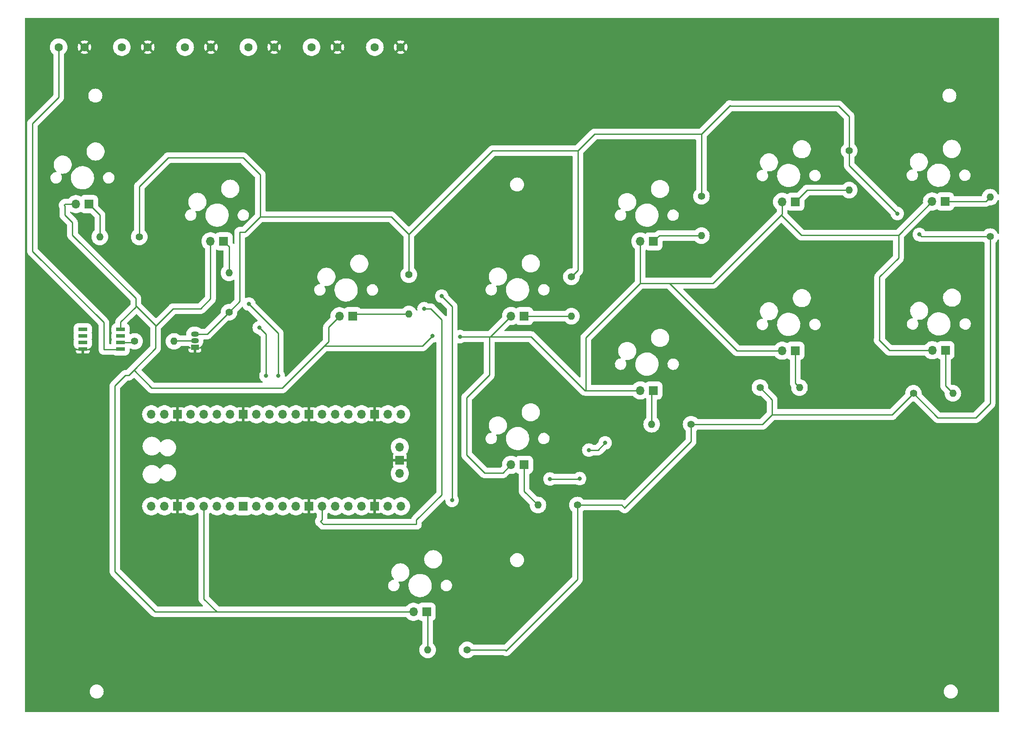
<source format=gbr>
%TF.GenerationSoftware,KiCad,Pcbnew,7.0.5*%
%TF.CreationDate,2023-08-06T18:29:22-05:00*%
%TF.ProjectId,Box,426f782e-6b69-4636-9164-5f7063625858,rev?*%
%TF.SameCoordinates,Original*%
%TF.FileFunction,Copper,L1,Top*%
%TF.FilePolarity,Positive*%
%FSLAX46Y46*%
G04 Gerber Fmt 4.6, Leading zero omitted, Abs format (unit mm)*
G04 Created by KiCad (PCBNEW 7.0.5) date 2023-08-06 18:29:22*
%MOMM*%
%LPD*%
G01*
G04 APERTURE LIST*
%TA.AperFunction,ComponentPad*%
%ADD10C,1.400000*%
%TD*%
%TA.AperFunction,ComponentPad*%
%ADD11O,1.400000X1.400000*%
%TD*%
%TA.AperFunction,ComponentPad*%
%ADD12O,1.700000X1.700000*%
%TD*%
%TA.AperFunction,ComponentPad*%
%ADD13R,1.700000X1.700000*%
%TD*%
%TA.AperFunction,SMDPad,CuDef*%
%ADD14R,1.700000X0.650000*%
%TD*%
%TA.AperFunction,ComponentPad*%
%ADD15C,1.600000*%
%TD*%
%TA.AperFunction,ComponentPad*%
%ADD16R,1.500000X1.050000*%
%TD*%
%TA.AperFunction,ComponentPad*%
%ADD17O,1.500000X1.050000*%
%TD*%
%TA.AperFunction,ViaPad*%
%ADD18C,0.800000*%
%TD*%
%TA.AperFunction,Conductor*%
%ADD19C,0.250000*%
%TD*%
G04 APERTURE END LIST*
D10*
%TO.P,R7,1*%
%TO.N,/gnd_led*%
X73160000Y-69900000D03*
D11*
%TO.P,R7,2*%
%TO.N,Net-(J7-Pin_4)*%
X65540000Y-69900000D03*
%TD*%
D10*
%TO.P,R6,1*%
%TO.N,/gnd_led*%
X90500000Y-84470000D03*
D11*
%TO.P,R6,2*%
%TO.N,Net-(J6-Pin_4)*%
X90500000Y-76850000D03*
%TD*%
D10*
%TO.P,R8,1*%
%TO.N,/gnd_led*%
X125260000Y-77210000D03*
D11*
%TO.P,R8,2*%
%TO.N,Net-(J8-Pin_4)*%
X125260000Y-84830000D03*
%TD*%
D12*
%TO.P,J5,3,Pin_3*%
%TO.N,/led_pwr*%
X126160000Y-142390000D03*
D13*
%TO.P,J5,4,Pin_4*%
%TO.N,Net-(J5-Pin_4)*%
X128700000Y-142390000D03*
%TD*%
D12*
%TO.P,J12,3,Pin_3*%
%TO.N,/led_pwr*%
X226355000Y-63060000D03*
D13*
%TO.P,J12,4,Pin_4*%
%TO.N,Net-(J12-Pin_4)*%
X228895000Y-63060000D03*
%TD*%
D12*
%TO.P,J4,3,Pin_3*%
%TO.N,/led_pwr*%
X226405000Y-91820000D03*
D13*
%TO.P,J4,4,Pin_4*%
%TO.N,Net-(J4-Pin_4)*%
X228945000Y-91820000D03*
%TD*%
D14*
%TO.P,U2,1,~{RESET}/PB5*%
%TO.N,unconnected-(U2-~{RESET}{slash}PB5-Pad1)*%
X62250000Y-87815000D03*
%TO.P,U2,2,PB3*%
%TO.N,unconnected-(U2-PB3-Pad2)*%
X62250000Y-89085000D03*
%TO.P,U2,3,PB4*%
%TO.N,unconnected-(U2-PB4-Pad3)*%
X62250000Y-90355000D03*
%TO.P,U2,4,GND*%
%TO.N,GND*%
X62250000Y-91625000D03*
%TO.P,U2,5,PB0*%
%TO.N,Net-(J18-Pin_1)*%
X69550000Y-91625000D03*
%TO.P,U2,6,PB1*%
%TO.N,Net-(U2-PB1)*%
X69550000Y-90355000D03*
%TO.P,U2,7,PB2*%
%TO.N,unconnected-(U2-PB2-Pad7)*%
X69550000Y-89085000D03*
%TO.P,U2,8,VCC*%
%TO.N,/led_pwr*%
X69550000Y-87815000D03*
%TD*%
D12*
%TO.P,J7,3,Pin_3*%
%TO.N,/led_pwr*%
X60918000Y-63560000D03*
D13*
%TO.P,J7,4,Pin_4*%
%TO.N,Net-(J7-Pin_4)*%
X63458000Y-63560000D03*
%TD*%
D12*
%TO.P,J10,3,Pin_3*%
%TO.N,/led_pwr*%
X169980000Y-70790000D03*
D13*
%TO.P,J10,4,Pin_4*%
%TO.N,Net-(J10-Pin_4)*%
X172520000Y-70790000D03*
%TD*%
D10*
%TO.P,R5,1*%
%TO.N,/gnd_led*%
X136520000Y-149760000D03*
D11*
%TO.P,R5,2*%
%TO.N,Net-(J5-Pin_4)*%
X128900000Y-149760000D03*
%TD*%
D10*
%TO.P,R4,1*%
%TO.N,/gnd_led*%
X222750000Y-100150000D03*
D11*
%TO.P,R4,2*%
%TO.N,Net-(J4-Pin_4)*%
X230370000Y-100150000D03*
%TD*%
D10*
%TO.P,R12,1*%
%TO.N,/gnd_led*%
X237560000Y-69850000D03*
D11*
%TO.P,R12,2*%
%TO.N,Net-(J12-Pin_4)*%
X237560000Y-62230000D03*
%TD*%
D10*
%TO.P,R11,1*%
%TO.N,/gnd_led*%
X210340000Y-53230000D03*
D11*
%TO.P,R11,2*%
%TO.N,Net-(J11-Pin_4)*%
X210340000Y-60850000D03*
%TD*%
D12*
%TO.P,J2,3,Pin_3*%
%TO.N,/led_pwr*%
X169990000Y-99590000D03*
D13*
%TO.P,J2,4,Pin_4*%
%TO.N,Net-(J2-Pin_4)*%
X172530000Y-99590000D03*
%TD*%
D12*
%TO.P,J1,3,Pin_3*%
%TO.N,/led_pwr*%
X145000000Y-113970000D03*
D13*
%TO.P,J1,4,Pin_4*%
%TO.N,Net-(J1-Pin_4)*%
X147540000Y-113970000D03*
%TD*%
D10*
%TO.P,R9,1*%
%TO.N,/gnd_led*%
X156660000Y-77620000D03*
D11*
%TO.P,R9,2*%
%TO.N,Net-(J9-Pin_4)*%
X156660000Y-85240000D03*
%TD*%
D10*
%TO.P,R10,1*%
%TO.N,/gnd_led*%
X181780000Y-62050000D03*
D11*
%TO.P,R10,2*%
%TO.N,Net-(J10-Pin_4)*%
X181780000Y-69670000D03*
%TD*%
D15*
%TO.P,J17,1,Pin_1*%
%TO.N,/start*%
X69800000Y-33230000D03*
%TO.P,J17,2,Pin_2*%
%TO.N,GND*%
X74800000Y-33230000D03*
%TD*%
D12*
%TO.P,J3,3,Pin_3*%
%TO.N,/led_pwr*%
X197380000Y-91910000D03*
D13*
%TO.P,J3,4,Pin_4*%
%TO.N,Net-(J3-Pin_4)*%
X199920000Y-91910000D03*
%TD*%
D12*
%TO.P,J11,3,Pin_3*%
%TO.N,/led_pwr*%
X197380000Y-63120000D03*
D13*
%TO.P,J11,4,Pin_4*%
%TO.N,Net-(J11-Pin_4)*%
X199920000Y-63120000D03*
%TD*%
D15*
%TO.P,J13,1,Pin_1*%
%TO.N,/home*%
X94240000Y-33230000D03*
%TO.P,J13,2,Pin_2*%
%TO.N,GND*%
X99240000Y-33230000D03*
%TD*%
D10*
%TO.P,R2,1*%
%TO.N,/gnd_led*%
X179800000Y-106130000D03*
D11*
%TO.P,R2,2*%
%TO.N,Net-(J2-Pin_4)*%
X172180000Y-106130000D03*
%TD*%
D12*
%TO.P,J9,3,Pin_3*%
%TO.N,/led_pwr*%
X145000000Y-85200000D03*
D13*
%TO.P,J9,4,Pin_4*%
%TO.N,Net-(J9-Pin_4)*%
X147540000Y-85200000D03*
%TD*%
D10*
%TO.P,R13,1*%
%TO.N,Net-(U2-PB1)*%
X72260000Y-90100000D03*
D11*
%TO.P,R13,2*%
%TO.N,Net-(Q1-B)*%
X79880000Y-90100000D03*
%TD*%
D15*
%TO.P,J16,1,Pin_1*%
%TO.N,/l3*%
X106460000Y-33230000D03*
%TO.P,J16,2,Pin_2*%
%TO.N,GND*%
X111460000Y-33230000D03*
%TD*%
D16*
%TO.P,Q1,1,E*%
%TO.N,GND*%
X83900000Y-91250000D03*
D17*
%TO.P,Q1,2,B*%
%TO.N,Net-(Q1-B)*%
X83900000Y-89980000D03*
%TO.P,Q1,3,C*%
%TO.N,/gnd_led*%
X83900000Y-88710000D03*
%TD*%
D12*
%TO.P,J6,3,Pin_3*%
%TO.N,/led_pwr*%
X86930000Y-70770000D03*
D13*
%TO.P,J6,4,Pin_4*%
%TO.N,Net-(J6-Pin_4)*%
X89470000Y-70770000D03*
%TD*%
D15*
%TO.P,J14,1,Pin_1*%
%TO.N,/r3*%
X118680000Y-33230000D03*
%TO.P,J14,2,Pin_2*%
%TO.N,GND*%
X123680000Y-33230000D03*
%TD*%
D10*
%TO.P,R3,1*%
%TO.N,/gnd_led*%
X193110000Y-99020000D03*
D11*
%TO.P,R3,2*%
%TO.N,Net-(J3-Pin_4)*%
X200730000Y-99020000D03*
%TD*%
D10*
%TO.P,R1,1*%
%TO.N,/gnd_led*%
X157820000Y-121750000D03*
D11*
%TO.P,R1,2*%
%TO.N,Net-(J1-Pin_4)*%
X150200000Y-121750000D03*
%TD*%
D15*
%TO.P,J15,1,Pin_1*%
%TO.N,/sel*%
X82020000Y-33230000D03*
%TO.P,J15,2,Pin_2*%
%TO.N,GND*%
X87020000Y-33230000D03*
%TD*%
%TO.P,J18,1,Pin_1*%
%TO.N,Net-(J18-Pin_1)*%
X57580000Y-33230000D03*
%TO.P,J18,2,Pin_2*%
%TO.N,GND*%
X62580000Y-33230000D03*
%TD*%
D12*
%TO.P,J8,3,Pin_3*%
%TO.N,/led_pwr*%
X111860000Y-85240000D03*
D13*
%TO.P,J8,4,Pin_4*%
%TO.N,Net-(J8-Pin_4)*%
X114400000Y-85240000D03*
%TD*%
D12*
%TO.P,U1,1,GPIO0*%
%TO.N,/left_in*%
X75480000Y-104190000D03*
%TO.P,U1,2,GPIO1*%
%TO.N,/up_in*%
X78020000Y-104190000D03*
D13*
%TO.P,U1,3,GND*%
%TO.N,GND*%
X80560000Y-104190000D03*
D12*
%TO.P,U1,4,GPIO2*%
%TO.N,/down_in*%
X83100000Y-104190000D03*
%TO.P,U1,5,GPIO3*%
%TO.N,/right_in*%
X85640000Y-104190000D03*
%TO.P,U1,6,GPIO4*%
%TO.N,/home*%
X88180000Y-104190000D03*
%TO.P,U1,7,GPIO5*%
%TO.N,/sel*%
X90720000Y-104190000D03*
D13*
%TO.P,U1,8,GND*%
%TO.N,GND*%
X93260000Y-104190000D03*
D12*
%TO.P,U1,9,GPIO6*%
%TO.N,/start*%
X95800000Y-104190000D03*
%TO.P,U1,10,GPIO7*%
%TO.N,/x*%
X98340000Y-104190000D03*
%TO.P,U1,11,GPIO8*%
%TO.N,/y*%
X100880000Y-104190000D03*
%TO.P,U1,12,GPIO9*%
%TO.N,/r1*%
X103420000Y-104190000D03*
D13*
%TO.P,U1,13,GND*%
%TO.N,GND*%
X105960000Y-104190000D03*
D12*
%TO.P,U1,14,GPIO10*%
%TO.N,/l1*%
X108500000Y-104190000D03*
%TO.P,U1,15,GPIO11*%
%TO.N,/a*%
X111040000Y-104190000D03*
%TO.P,U1,16,GPIO12*%
%TO.N,/b*%
X113580000Y-104190000D03*
%TO.P,U1,17,GPIO13*%
%TO.N,/rt*%
X116120000Y-104190000D03*
D13*
%TO.P,U1,18,GND*%
%TO.N,GND*%
X118660000Y-104190000D03*
D12*
%TO.P,U1,19,GPIO14*%
%TO.N,/lt*%
X121200000Y-104190000D03*
%TO.P,U1,20,GPIO15*%
%TO.N,unconnected-(U1-GPIO15-Pad20)*%
X123740000Y-104190000D03*
%TO.P,U1,21,GPIO16*%
%TO.N,unconnected-(U1-GPIO16-Pad21)*%
X123740000Y-121970000D03*
%TO.P,U1,22,GPIO17*%
%TO.N,unconnected-(U1-GPIO17-Pad22)*%
X121200000Y-121970000D03*
D13*
%TO.P,U1,23,GND*%
%TO.N,GND*%
X118660000Y-121970000D03*
D12*
%TO.P,U1,24,GPIO18*%
%TO.N,unconnected-(U1-GPIO18-Pad24)*%
X116120000Y-121970000D03*
%TO.P,U1,25,GPIO19*%
%TO.N,unconnected-(U1-GPIO19-Pad25)*%
X113580000Y-121970000D03*
%TO.P,U1,26,GPIO20*%
%TO.N,unconnected-(U1-GPIO20-Pad26)*%
X111040000Y-121970000D03*
%TO.P,U1,27,GPIO21*%
%TO.N,/l3*%
X108500000Y-121970000D03*
D13*
%TO.P,U1,28,GND*%
%TO.N,GND*%
X105960000Y-121970000D03*
D12*
%TO.P,U1,29,GPIO22*%
%TO.N,/r3*%
X103420000Y-121970000D03*
%TO.P,U1,30,RUN*%
%TO.N,unconnected-(U1-RUN-Pad30)*%
X100880000Y-121970000D03*
%TO.P,U1,31,GPIO26_ADC0*%
%TO.N,unconnected-(U1-GPIO26_ADC0-Pad31)*%
X98340000Y-121970000D03*
%TO.P,U1,32,GPIO27_ADC1*%
%TO.N,unconnected-(U1-GPIO27_ADC1-Pad32)*%
X95800000Y-121970000D03*
D13*
%TO.P,U1,33,AGND*%
%TO.N,unconnected-(U1-AGND-Pad33)*%
X93260000Y-121970000D03*
D12*
%TO.P,U1,34,GPIO28_ADC2*%
%TO.N,unconnected-(U1-GPIO28_ADC2-Pad34)*%
X90720000Y-121970000D03*
%TO.P,U1,35,ADC_VREF*%
%TO.N,unconnected-(U1-ADC_VREF-Pad35)*%
X88180000Y-121970000D03*
%TO.P,U1,36,3V3*%
%TO.N,/led_pwr*%
X85640000Y-121970000D03*
%TO.P,U1,37,3V3_EN*%
%TO.N,unconnected-(U1-3V3_EN-Pad37)*%
X83100000Y-121970000D03*
D13*
%TO.P,U1,38,GND*%
%TO.N,GND*%
X80560000Y-121970000D03*
D12*
%TO.P,U1,39,VSYS*%
%TO.N,unconnected-(U1-VSYS-Pad39)*%
X78020000Y-121970000D03*
%TO.P,U1,40,VBUS*%
%TO.N,unconnected-(U1-VBUS-Pad40)*%
X75480000Y-121970000D03*
%TO.P,U1,41,SWCLK*%
%TO.N,unconnected-(U1-SWCLK-Pad41)*%
X123510000Y-110540000D03*
D13*
%TO.P,U1,42,GND*%
%TO.N,GND*%
X123510000Y-113080000D03*
D12*
%TO.P,U1,43,SWDIO*%
%TO.N,unconnected-(U1-SWDIO-Pad43)*%
X123510000Y-115620000D03*
%TD*%
D18*
%TO.N,GND*%
X155950000Y-106810000D03*
%TO.N,/start*%
X94360000Y-82890000D03*
X100000000Y-96730000D03*
%TO.N,/sel*%
X97640000Y-96730000D03*
X96360000Y-87440000D03*
%TO.N,/l3*%
X128200000Y-83790000D03*
%TO.N,/r3*%
X133610000Y-120830000D03*
X131600000Y-81360000D03*
%TO.N,/rt*%
X160030000Y-111120000D03*
X163190000Y-109720000D03*
%TO.N,/lt*%
X152530000Y-116710000D03*
X158260000Y-116630000D03*
%TO.N,/led_pwr*%
X135120000Y-89180000D03*
X129780000Y-89070000D03*
%TO.N,/gnd_led*%
X223890000Y-69430000D03*
X219640000Y-65390000D03*
%TD*%
D19*
%TO.N,/start*%
X100000000Y-88530000D02*
X94360000Y-82890000D01*
X100000000Y-96730000D02*
X100000000Y-88530000D01*
%TO.N,/sel*%
X97640000Y-96730000D02*
X97640000Y-88720000D01*
X97640000Y-88720000D02*
X96360000Y-87440000D01*
%TO.N,/l3*%
X108700000Y-125480000D02*
X108150000Y-124930000D01*
X129500000Y-83790000D02*
X131600000Y-85890000D01*
X131600000Y-85890000D02*
X131600000Y-119760000D01*
X108150000Y-124930000D02*
X108500000Y-124580000D01*
X126720000Y-124640000D02*
X126720000Y-125480000D01*
X131600000Y-119760000D02*
X126720000Y-124640000D01*
X108500000Y-124580000D02*
X108500000Y-121970000D01*
X128200000Y-83790000D02*
X129500000Y-83790000D01*
X126720000Y-125480000D02*
X108700000Y-125480000D01*
%TO.N,/r3*%
X133610000Y-120830000D02*
X133610000Y-83370000D01*
X133610000Y-83370000D02*
X131600000Y-81360000D01*
%TO.N,/rt*%
X161790000Y-111120000D02*
X163190000Y-109720000D01*
X160030000Y-111120000D02*
X161790000Y-111120000D01*
%TO.N,/lt*%
X152530000Y-116710000D02*
X158180000Y-116710000D01*
X158180000Y-116710000D02*
X158260000Y-116630000D01*
%TO.N,Net-(Q1-B)*%
X80000000Y-89980000D02*
X79880000Y-90100000D01*
X83900000Y-89980000D02*
X80000000Y-89980000D01*
%TO.N,/led_pwr*%
X216220000Y-89720000D02*
X216110000Y-89830000D01*
X143410000Y-115560000D02*
X145000000Y-113970000D01*
X72480000Y-83440000D02*
X72480000Y-83290000D01*
X136430000Y-100950000D02*
X136430000Y-112070000D01*
X188660000Y-91910000D02*
X197380000Y-91910000D01*
X136430000Y-112070000D02*
X139920000Y-115560000D01*
X58760000Y-65650000D02*
X58760000Y-63900000D01*
X108900000Y-90980000D02*
X127870000Y-90980000D01*
X58760000Y-63900000D02*
X58630000Y-63770000D01*
X108900000Y-90980000D02*
X109720000Y-90160000D01*
X197380000Y-65510000D02*
X197380000Y-63120000D01*
X216110000Y-89830000D02*
X218100000Y-91820000D01*
X88140000Y-142390000D02*
X85640000Y-139890000D01*
X109720000Y-87380000D02*
X111860000Y-85240000D01*
X72125000Y-95635000D02*
X75590000Y-99100000D01*
X72480000Y-83290000D02*
X72480000Y-81760000D01*
X58630000Y-63770000D02*
X58840000Y-63560000D01*
X100780000Y-99100000D02*
X108900000Y-90980000D01*
X58840000Y-63560000D02*
X60918000Y-63560000D01*
X76380000Y-87110000D02*
X72560000Y-83290000D01*
X72480000Y-81760000D02*
X60260000Y-69540000D01*
X85000000Y-83800000D02*
X86930000Y-81870000D01*
X140790000Y-89180000D02*
X140790000Y-96590000D01*
X159430000Y-99590000D02*
X169990000Y-99590000D01*
X109720000Y-90160000D02*
X109720000Y-87380000D01*
X79690000Y-83800000D02*
X85000000Y-83800000D01*
X175600000Y-78850000D02*
X188660000Y-91910000D01*
X75590000Y-99100000D02*
X100780000Y-99100000D01*
X139920000Y-115560000D02*
X143410000Y-115560000D01*
X175350000Y-78850000D02*
X184040000Y-78850000D01*
X140790000Y-96590000D02*
X136430000Y-100950000D01*
X68430000Y-134560000D02*
X76260000Y-142390000D01*
X201120000Y-69550000D02*
X219865000Y-69550000D01*
X68430000Y-98730000D02*
X70510000Y-96650000D01*
X60260000Y-69540000D02*
X60260000Y-67150000D01*
X140790000Y-89180000D02*
X148870000Y-89180000D01*
X76320000Y-91440000D02*
X76320000Y-87170000D01*
X72480000Y-83440000D02*
X69550000Y-86370000D01*
X159280000Y-99590000D02*
X159430000Y-99590000D01*
X197230000Y-65660000D02*
X201120000Y-69550000D01*
X70510000Y-96650000D02*
X71110000Y-96650000D01*
X159430000Y-99590000D02*
X159430000Y-89400000D01*
X69550000Y-86370000D02*
X69550000Y-87815000D01*
X140790000Y-89180000D02*
X141020000Y-89180000D01*
X127870000Y-90980000D02*
X129780000Y-89070000D01*
X219865000Y-69550000D02*
X219865000Y-73995000D01*
X76320000Y-87170000D02*
X76380000Y-87110000D01*
X72125000Y-95635000D02*
X76320000Y-91440000D01*
X135120000Y-89180000D02*
X140790000Y-89180000D01*
X219865000Y-73995000D02*
X216220000Y-77640000D01*
X68430000Y-115000000D02*
X68430000Y-98730000D01*
X175350000Y-78850000D02*
X175600000Y-78850000D01*
X159430000Y-89400000D02*
X169980000Y-78850000D01*
X86930000Y-81870000D02*
X86930000Y-70770000D01*
X148870000Y-89180000D02*
X159280000Y-99590000D01*
X216220000Y-77640000D02*
X216220000Y-89720000D01*
X219865000Y-69550000D02*
X226355000Y-63060000D01*
X76260000Y-142390000D02*
X88350000Y-142390000D01*
X218100000Y-91820000D02*
X226405000Y-91820000D01*
X169980000Y-78850000D02*
X169980000Y-70790000D01*
X85640000Y-139890000D02*
X85640000Y-121970000D01*
X68430000Y-115000000D02*
X68430000Y-134560000D01*
X71110000Y-96650000D02*
X72125000Y-95635000D01*
X88350000Y-142390000D02*
X88140000Y-142390000D01*
X72560000Y-83290000D02*
X72480000Y-83290000D01*
X88350000Y-142390000D02*
X126160000Y-142390000D01*
X60260000Y-67150000D02*
X58760000Y-65650000D01*
X169980000Y-78850000D02*
X175350000Y-78850000D01*
X76380000Y-87110000D02*
X79690000Y-83800000D01*
X197230000Y-65660000D02*
X197380000Y-65510000D01*
X141020000Y-89180000D02*
X145000000Y-85200000D01*
X184040000Y-78850000D02*
X197230000Y-65660000D01*
%TO.N,Net-(U2-PB1)*%
X69550000Y-90355000D02*
X72005000Y-90355000D01*
X72005000Y-90355000D02*
X72260000Y-90100000D01*
%TO.N,Net-(J18-Pin_1)*%
X57580000Y-42930000D02*
X57580000Y-33230000D01*
X69000000Y-91650000D02*
X66300000Y-91650000D01*
X66300000Y-91650000D02*
X66300000Y-86450000D01*
X52520000Y-72670000D02*
X52520000Y-47990000D01*
X69025000Y-91625000D02*
X69000000Y-91650000D01*
X66300000Y-86450000D02*
X52520000Y-72670000D01*
X69550000Y-91625000D02*
X69025000Y-91625000D01*
X52520000Y-47990000D02*
X57580000Y-42930000D01*
%TO.N,Net-(J2-Pin_4)*%
X172180000Y-99940000D02*
X172530000Y-99590000D01*
X172180000Y-106130000D02*
X172180000Y-99940000D01*
%TO.N,Net-(J3-Pin_4)*%
X199920000Y-98210000D02*
X200730000Y-99020000D01*
X199920000Y-91910000D02*
X199920000Y-98210000D01*
%TO.N,Net-(J4-Pin_4)*%
X228945000Y-98725000D02*
X228945000Y-91820000D01*
X230370000Y-100150000D02*
X228945000Y-98725000D01*
%TO.N,Net-(J5-Pin_4)*%
X128900000Y-142590000D02*
X128700000Y-142390000D01*
X128900000Y-149760000D02*
X128900000Y-142590000D01*
%TO.N,Net-(J6-Pin_4)*%
X90500000Y-71800000D02*
X89470000Y-70770000D01*
X90500000Y-76850000D02*
X90500000Y-71800000D01*
%TO.N,Net-(J7-Pin_4)*%
X65540000Y-65642000D02*
X63458000Y-63560000D01*
X65540000Y-69900000D02*
X65540000Y-65642000D01*
%TO.N,Net-(J8-Pin_4)*%
X125260000Y-84830000D02*
X114810000Y-84830000D01*
X114810000Y-84830000D02*
X114400000Y-85240000D01*
%TO.N,Net-(J9-Pin_4)*%
X147580000Y-85240000D02*
X147540000Y-85200000D01*
X156660000Y-85240000D02*
X147580000Y-85240000D01*
%TO.N,Net-(J10-Pin_4)*%
X173640000Y-69670000D02*
X172520000Y-70790000D01*
X181780000Y-69670000D02*
X173640000Y-69670000D01*
%TO.N,Net-(J11-Pin_4)*%
X202190000Y-60850000D02*
X199920000Y-63120000D01*
X210340000Y-60850000D02*
X202190000Y-60850000D01*
%TO.N,Net-(J12-Pin_4)*%
X236730000Y-63060000D02*
X237560000Y-62230000D01*
X228895000Y-63060000D02*
X236730000Y-63060000D01*
%TO.N,Net-(J1-Pin_4)*%
X147540000Y-119090000D02*
X147540000Y-113970000D01*
X150200000Y-121750000D02*
X147540000Y-119090000D01*
%TO.N,/gnd_led*%
X96530000Y-57900000D02*
X93220000Y-54590000D01*
X121830000Y-65990000D02*
X96530000Y-65990000D01*
X195460000Y-101370000D02*
X193110000Y-99020000D01*
X93220000Y-54590000D02*
X78730000Y-54590000D01*
X96530000Y-65990000D02*
X96530000Y-57900000D01*
X222750000Y-100150000D02*
X218650000Y-104250000D01*
X125260000Y-69420000D02*
X125260000Y-77210000D01*
X237560000Y-102090000D02*
X234780000Y-104870000D01*
X237560000Y-69850000D02*
X237560000Y-102090000D01*
X195460000Y-104250000D02*
X193580000Y-106130000D01*
X179800000Y-106130000D02*
X179800000Y-109430000D01*
X210340000Y-56090000D02*
X219640000Y-65390000D01*
X157820000Y-136110000D02*
X144040000Y-149890000D01*
X223890000Y-69430000D02*
X224310000Y-69850000D01*
X141460000Y-53220000D02*
X125260000Y-69420000D01*
X187300000Y-44520000D02*
X181780000Y-50040000D01*
X181780000Y-50040000D02*
X161110000Y-50040000D01*
X144040000Y-149890000D02*
X143910000Y-149760000D01*
X93550000Y-68970000D02*
X96530000Y-65990000D01*
X234780000Y-104870000D02*
X227470000Y-104870000D01*
X179800000Y-109430000D02*
X166940000Y-122290000D01*
X218650000Y-104250000D02*
X195460000Y-104250000D01*
X83900000Y-88710000D02*
X86260000Y-88710000D01*
X195460000Y-104250000D02*
X195460000Y-101370000D01*
X92590000Y-82380000D02*
X92590000Y-68970000D01*
X73160000Y-60160000D02*
X73160000Y-69900000D01*
X193580000Y-106130000D02*
X179800000Y-106130000D01*
X143910000Y-149760000D02*
X136520000Y-149760000D01*
X208340000Y-44620000D02*
X187400000Y-44620000D01*
X224310000Y-69850000D02*
X237560000Y-69850000D01*
X166940000Y-122290000D02*
X166400000Y-121750000D01*
X157930000Y-76350000D02*
X156660000Y-77620000D01*
X210340000Y-46620000D02*
X208340000Y-44620000D01*
X78730000Y-54590000D02*
X73160000Y-60160000D01*
X227470000Y-104870000D02*
X222750000Y-100150000D01*
X157930000Y-53220000D02*
X157930000Y-76350000D01*
X92590000Y-68970000D02*
X93550000Y-68970000D01*
X157930000Y-53220000D02*
X141460000Y-53220000D01*
X125260000Y-69420000D02*
X121830000Y-65990000D01*
X210340000Y-53230000D02*
X210340000Y-56090000D01*
X181780000Y-50040000D02*
X181780000Y-62050000D01*
X157820000Y-121750000D02*
X157820000Y-136110000D01*
X161110000Y-50040000D02*
X157930000Y-53220000D01*
X166400000Y-121750000D02*
X157820000Y-121750000D01*
X86260000Y-88710000D02*
X90500000Y-84470000D01*
X90500000Y-84470000D02*
X92590000Y-82380000D01*
X210340000Y-53230000D02*
X210340000Y-46620000D01*
X187400000Y-44620000D02*
X187300000Y-44520000D01*
%TD*%
%TA.AperFunction,Conductor*%
%TO.N,GND*%
G36*
X239222539Y-27560185D02*
G01*
X239268294Y-27612989D01*
X239279500Y-27664500D01*
X239279500Y-61575540D01*
X239259815Y-61642579D01*
X239207011Y-61688334D01*
X239137853Y-61698278D01*
X239074297Y-61669253D01*
X239040939Y-61622993D01*
X238990466Y-61501140D01*
X238858839Y-61286346D01*
X238858838Y-61286343D01*
X238738682Y-61145659D01*
X238695224Y-61094776D01*
X238542145Y-60964034D01*
X238503656Y-60931161D01*
X238503653Y-60931160D01*
X238288859Y-60799533D01*
X238056110Y-60703126D01*
X237811151Y-60644317D01*
X237622786Y-60629492D01*
X237560000Y-60624551D01*
X237559999Y-60624551D01*
X237308848Y-60644317D01*
X237063889Y-60703126D01*
X236831140Y-60799533D01*
X236616346Y-60931160D01*
X236616343Y-60931161D01*
X236424776Y-61094776D01*
X236261161Y-61286343D01*
X236261160Y-61286346D01*
X236129533Y-61501140D01*
X236033126Y-61733889D01*
X235983777Y-61939447D01*
X235948986Y-62000039D01*
X235886960Y-62032203D01*
X235863203Y-62034500D01*
X230725390Y-62034500D01*
X230658351Y-62014815D01*
X230612596Y-61962011D01*
X230605615Y-61942594D01*
X230604772Y-61939447D01*
X230590320Y-61885512D01*
X230520034Y-61747567D01*
X230504385Y-61716853D01*
X230447007Y-61645998D01*
X230385257Y-61569743D01*
X230281767Y-61485938D01*
X230238146Y-61450614D01*
X230091090Y-61375687D01*
X230069488Y-61364680D01*
X229951931Y-61333181D01*
X229886643Y-61315687D01*
X229814736Y-61310028D01*
X229808021Y-61309500D01*
X229808020Y-61309500D01*
X227981989Y-61309500D01*
X227981970Y-61309501D01*
X227903356Y-61315687D01*
X227720512Y-61364680D01*
X227551853Y-61450614D01*
X227417878Y-61559106D01*
X227353390Y-61585998D01*
X227284601Y-61573756D01*
X227269991Y-61565194D01*
X227232704Y-61539772D01*
X227232696Y-61539767D01*
X226996325Y-61425938D01*
X226996327Y-61425938D01*
X226745623Y-61348606D01*
X226745619Y-61348605D01*
X226745615Y-61348604D01*
X226620823Y-61329794D01*
X226486187Y-61309500D01*
X226486182Y-61309500D01*
X226223818Y-61309500D01*
X226223812Y-61309500D01*
X226066708Y-61333181D01*
X225964385Y-61348604D01*
X225964381Y-61348605D01*
X225964382Y-61348605D01*
X225964376Y-61348606D01*
X225713673Y-61425938D01*
X225477303Y-61539767D01*
X225477302Y-61539768D01*
X225260520Y-61687567D01*
X225068198Y-61866014D01*
X224904614Y-62071143D01*
X224773432Y-62298356D01*
X224677582Y-62542578D01*
X224677576Y-62542597D01*
X224619197Y-62798374D01*
X224619196Y-62798379D01*
X224599592Y-63059995D01*
X224599592Y-63060004D01*
X224616612Y-63287135D01*
X224601992Y-63355458D01*
X224580640Y-63384082D01*
X219476543Y-68488181D01*
X219415220Y-68521666D01*
X219388862Y-68524500D01*
X201596138Y-68524500D01*
X201529099Y-68504815D01*
X201508457Y-68488181D01*
X198441819Y-65421543D01*
X198408334Y-65360220D01*
X198405500Y-65333862D01*
X198405500Y-64844425D01*
X198425185Y-64777386D01*
X198477989Y-64731631D01*
X198547147Y-64721687D01*
X198585794Y-64733939D01*
X198745512Y-64815320D01*
X198928355Y-64864312D01*
X199006979Y-64870500D01*
X200833020Y-64870499D01*
X200911645Y-64864312D01*
X201094488Y-64815320D01*
X201236138Y-64743146D01*
X201263146Y-64729385D01*
X201263147Y-64729383D01*
X201263149Y-64729383D01*
X201410257Y-64610257D01*
X201529383Y-64463149D01*
X201532616Y-64456805D01*
X201549835Y-64423008D01*
X201615320Y-64294488D01*
X201664312Y-64111645D01*
X201670500Y-64033021D01*
X201670499Y-62871136D01*
X201690184Y-62804098D01*
X201706813Y-62783461D01*
X202578456Y-61911819D01*
X202639780Y-61878334D01*
X202666138Y-61875500D01*
X209053899Y-61875500D01*
X209120938Y-61895185D01*
X209148185Y-61918965D01*
X209199334Y-61978852D01*
X209204776Y-61985224D01*
X209396343Y-62148838D01*
X209396346Y-62148839D01*
X209611140Y-62280466D01*
X209817673Y-62366014D01*
X209843889Y-62376873D01*
X210088852Y-62435683D01*
X210340000Y-62455449D01*
X210591148Y-62435683D01*
X210836111Y-62376873D01*
X211068859Y-62280466D01*
X211283659Y-62148836D01*
X211475224Y-61985224D01*
X211638836Y-61793659D01*
X211770466Y-61578859D01*
X211866873Y-61346111D01*
X211925683Y-61101148D01*
X211945449Y-60850000D01*
X211925683Y-60598852D01*
X211866873Y-60353889D01*
X211858849Y-60334518D01*
X211770466Y-60121140D01*
X211651288Y-59926661D01*
X211638838Y-59906345D01*
X211638838Y-59906343D01*
X211577493Y-59834518D01*
X211475224Y-59714776D01*
X211301516Y-59566415D01*
X211283656Y-59551161D01*
X211283653Y-59551160D01*
X211068859Y-59419533D01*
X210836110Y-59323126D01*
X210591151Y-59264317D01*
X210340000Y-59244551D01*
X210088848Y-59264317D01*
X209843889Y-59323126D01*
X209611140Y-59419533D01*
X209396346Y-59551160D01*
X209396343Y-59551161D01*
X209204776Y-59714775D01*
X209179066Y-59744877D01*
X209148187Y-59781032D01*
X209089683Y-59819225D01*
X209053899Y-59824500D01*
X202243438Y-59824500D01*
X202237357Y-59824201D01*
X202190000Y-59819537D01*
X201988968Y-59839337D01*
X201795654Y-59897978D01*
X201617511Y-59993198D01*
X201617504Y-59993202D01*
X201461350Y-60121355D01*
X201431166Y-60158134D01*
X201427078Y-60162644D01*
X200256541Y-61333181D01*
X200195218Y-61366666D01*
X200168860Y-61369500D01*
X199006989Y-61369500D01*
X199006970Y-61369501D01*
X198928356Y-61375687D01*
X198745512Y-61424680D01*
X198576853Y-61510614D01*
X198442878Y-61619106D01*
X198378390Y-61645998D01*
X198309601Y-61633756D01*
X198294991Y-61625194D01*
X198257704Y-61599772D01*
X198257696Y-61599767D01*
X198021325Y-61485938D01*
X198021327Y-61485938D01*
X197770623Y-61408606D01*
X197770619Y-61408605D01*
X197770615Y-61408604D01*
X197645823Y-61389794D01*
X197511187Y-61369500D01*
X197511182Y-61369500D01*
X197248818Y-61369500D01*
X197248812Y-61369500D01*
X197087247Y-61393853D01*
X196989385Y-61408604D01*
X196989381Y-61408605D01*
X196989382Y-61408605D01*
X196989376Y-61408606D01*
X196738673Y-61485938D01*
X196502303Y-61599767D01*
X196502302Y-61599768D01*
X196285520Y-61747567D01*
X196093198Y-61926014D01*
X195929614Y-62131143D01*
X195798432Y-62358356D01*
X195702582Y-62602578D01*
X195702576Y-62602597D01*
X195644197Y-62858374D01*
X195644196Y-62858379D01*
X195624592Y-63119995D01*
X195624592Y-63120004D01*
X195644196Y-63381620D01*
X195644197Y-63381625D01*
X195702576Y-63637402D01*
X195702578Y-63637411D01*
X195702580Y-63637416D01*
X195798432Y-63881643D01*
X195929614Y-64108857D01*
X196058191Y-64270087D01*
X196093198Y-64313985D01*
X196187029Y-64401046D01*
X196285521Y-64492433D01*
X196285524Y-64492435D01*
X196300352Y-64502545D01*
X196344654Y-64556574D01*
X196354500Y-64604998D01*
X196354499Y-65033862D01*
X196334814Y-65100902D01*
X196318180Y-65121543D01*
X183651543Y-77788181D01*
X183590220Y-77821666D01*
X183563862Y-77824500D01*
X175653429Y-77824500D01*
X175647348Y-77824201D01*
X175600000Y-77819538D01*
X175552652Y-77824201D01*
X175546571Y-77824500D01*
X171129500Y-77824500D01*
X171062461Y-77804815D01*
X171016706Y-77752011D01*
X171005500Y-77700500D01*
X171005500Y-72514425D01*
X171025185Y-72447386D01*
X171077989Y-72401631D01*
X171147147Y-72391687D01*
X171185794Y-72403939D01*
X171345512Y-72485320D01*
X171528355Y-72534312D01*
X171606979Y-72540500D01*
X173433020Y-72540499D01*
X173511645Y-72534312D01*
X173694488Y-72485320D01*
X173823008Y-72419835D01*
X173863146Y-72399385D01*
X173863147Y-72399383D01*
X173863149Y-72399383D01*
X174010257Y-72280257D01*
X174129383Y-72133149D01*
X174215320Y-71964488D01*
X174264312Y-71781645D01*
X174270500Y-71703021D01*
X174270499Y-70819499D01*
X174290183Y-70752461D01*
X174342987Y-70706706D01*
X174394499Y-70695500D01*
X180493899Y-70695500D01*
X180560938Y-70715185D01*
X180588185Y-70738965D01*
X180634896Y-70793656D01*
X180644776Y-70805224D01*
X180836343Y-70968838D01*
X180836346Y-70968839D01*
X181051140Y-71100466D01*
X181281303Y-71195802D01*
X181283889Y-71196873D01*
X181528852Y-71255683D01*
X181780000Y-71275449D01*
X182031148Y-71255683D01*
X182276111Y-71196873D01*
X182508859Y-71100466D01*
X182723659Y-70968836D01*
X182915224Y-70805224D01*
X183078836Y-70613659D01*
X183210466Y-70398859D01*
X183306873Y-70166111D01*
X183365683Y-69921148D01*
X183385449Y-69670000D01*
X183365683Y-69418852D01*
X183306873Y-69173889D01*
X183301374Y-69160614D01*
X183210466Y-68941140D01*
X183078839Y-68726346D01*
X183078838Y-68726343D01*
X183004432Y-68639225D01*
X182915224Y-68534776D01*
X182780292Y-68419533D01*
X182723656Y-68371161D01*
X182723653Y-68371160D01*
X182508859Y-68239533D01*
X182276110Y-68143126D01*
X182031151Y-68084317D01*
X181780000Y-68064551D01*
X181528848Y-68084317D01*
X181283889Y-68143126D01*
X181051140Y-68239533D01*
X180836346Y-68371160D01*
X180836343Y-68371161D01*
X180644776Y-68534775D01*
X180630782Y-68551161D01*
X180588187Y-68601032D01*
X180529683Y-68639225D01*
X180493899Y-68644500D01*
X173693429Y-68644500D01*
X173687348Y-68644201D01*
X173640000Y-68639538D01*
X173589620Y-68644500D01*
X173438968Y-68659337D01*
X173245654Y-68717978D01*
X173067511Y-68813198D01*
X173067504Y-68813202D01*
X172911350Y-68941355D01*
X172881166Y-68978134D01*
X172877078Y-68982644D01*
X172856541Y-69003181D01*
X172795218Y-69036666D01*
X172768860Y-69039500D01*
X171606989Y-69039500D01*
X171606970Y-69039501D01*
X171528356Y-69045687D01*
X171345512Y-69094680D01*
X171176853Y-69180614D01*
X171042878Y-69289106D01*
X170978390Y-69315998D01*
X170909601Y-69303756D01*
X170894991Y-69295194D01*
X170857704Y-69269772D01*
X170857696Y-69269767D01*
X170621325Y-69155938D01*
X170621327Y-69155938D01*
X170370623Y-69078606D01*
X170370619Y-69078605D01*
X170370615Y-69078604D01*
X170237933Y-69058605D01*
X170111187Y-69039500D01*
X170111182Y-69039500D01*
X169848818Y-69039500D01*
X169848812Y-69039500D01*
X169687247Y-69063853D01*
X169589385Y-69078604D01*
X169589381Y-69078605D01*
X169589382Y-69078605D01*
X169589376Y-69078606D01*
X169338673Y-69155938D01*
X169102303Y-69269767D01*
X169102302Y-69269768D01*
X168885520Y-69417567D01*
X168693198Y-69596014D01*
X168529614Y-69801143D01*
X168398432Y-70028356D01*
X168302582Y-70272578D01*
X168302576Y-70272597D01*
X168244197Y-70528374D01*
X168244196Y-70528379D01*
X168224592Y-70789995D01*
X168224592Y-70790004D01*
X168244196Y-71051620D01*
X168244197Y-71051625D01*
X168244197Y-71051629D01*
X168244198Y-71051630D01*
X168248177Y-71069062D01*
X168302576Y-71307402D01*
X168302578Y-71307411D01*
X168302580Y-71307416D01*
X168398432Y-71551643D01*
X168529614Y-71778857D01*
X168586652Y-71850380D01*
X168693198Y-71983985D01*
X168810171Y-72092519D01*
X168885521Y-72162433D01*
X168885524Y-72162435D01*
X168900352Y-72172545D01*
X168944654Y-72226574D01*
X168954500Y-72274998D01*
X168954500Y-78373861D01*
X168934815Y-78440900D01*
X168918181Y-78461542D01*
X158742644Y-88637078D01*
X158738134Y-88641166D01*
X158701355Y-88671350D01*
X158624165Y-88765407D01*
X158573202Y-88827504D01*
X158573198Y-88827511D01*
X158477978Y-89005654D01*
X158419337Y-89198968D01*
X158399538Y-89400000D01*
X158404201Y-89447347D01*
X158404500Y-89453428D01*
X158404500Y-96964862D01*
X158384815Y-97031901D01*
X158332011Y-97077656D01*
X158262853Y-97087600D01*
X158199297Y-97058575D01*
X158192819Y-97052543D01*
X153935595Y-92795319D01*
X149632911Y-88492635D01*
X149628832Y-88488134D01*
X149623875Y-88482094D01*
X149598647Y-88451353D01*
X149596998Y-88450000D01*
X149457505Y-88335521D01*
X149442494Y-88323202D01*
X149442492Y-88323201D01*
X149442488Y-88323198D01*
X149264345Y-88227978D01*
X149071031Y-88169337D01*
X148920380Y-88154500D01*
X148917344Y-88154201D01*
X148870000Y-88149538D01*
X148869999Y-88149538D01*
X148822652Y-88154201D01*
X148816571Y-88154500D01*
X143795138Y-88154500D01*
X143728099Y-88134815D01*
X143682344Y-88082011D01*
X143672400Y-88012853D01*
X143701425Y-87949297D01*
X143707457Y-87942819D01*
X143926860Y-87723416D01*
X144677655Y-86972619D01*
X144738976Y-86939136D01*
X144783814Y-86937687D01*
X144868818Y-86950500D01*
X144868824Y-86950500D01*
X145131182Y-86950500D01*
X145390615Y-86911396D01*
X145641323Y-86834063D01*
X145877704Y-86720228D01*
X145914990Y-86694806D01*
X145981466Y-86673305D01*
X146049017Y-86691157D01*
X146062872Y-86700889D01*
X146104758Y-86734807D01*
X146196853Y-86809385D01*
X146275355Y-86849383D01*
X146365512Y-86895320D01*
X146548355Y-86944312D01*
X146626979Y-86950500D01*
X148453020Y-86950499D01*
X148531645Y-86944312D01*
X148714488Y-86895320D01*
X148843008Y-86829835D01*
X148883146Y-86809385D01*
X148883147Y-86809383D01*
X148883149Y-86809383D01*
X149030257Y-86690257D01*
X149149383Y-86543149D01*
X149150680Y-86540605D01*
X149214330Y-86415683D01*
X149235320Y-86374488D01*
X149235321Y-86374485D01*
X149239898Y-86357405D01*
X149276263Y-86297745D01*
X149339110Y-86267217D01*
X149359672Y-86265500D01*
X155373899Y-86265500D01*
X155440938Y-86285185D01*
X155468185Y-86308965D01*
X155509103Y-86356873D01*
X155524776Y-86375224D01*
X155716343Y-86538838D01*
X155716346Y-86538839D01*
X155931140Y-86670466D01*
X156134829Y-86754836D01*
X156163889Y-86766873D01*
X156408852Y-86825683D01*
X156660000Y-86845449D01*
X156911148Y-86825683D01*
X157156111Y-86766873D01*
X157388859Y-86670466D01*
X157603659Y-86538836D01*
X157795224Y-86375224D01*
X157958836Y-86183659D01*
X158090466Y-85968859D01*
X158186873Y-85736111D01*
X158245683Y-85491148D01*
X158265449Y-85240000D01*
X158245683Y-84988852D01*
X158186873Y-84743889D01*
X158161477Y-84682578D01*
X158090466Y-84511140D01*
X157958839Y-84296346D01*
X157958838Y-84296343D01*
X157920233Y-84251143D01*
X157795224Y-84104776D01*
X157641975Y-83973889D01*
X157603656Y-83941161D01*
X157603653Y-83941160D01*
X157388859Y-83809533D01*
X157156110Y-83713126D01*
X156911151Y-83654317D01*
X156660000Y-83634551D01*
X156408848Y-83654317D01*
X156163889Y-83713126D01*
X155931140Y-83809533D01*
X155716346Y-83941160D01*
X155716343Y-83941161D01*
X155524776Y-84104775D01*
X155509558Y-84122594D01*
X155468187Y-84171032D01*
X155409683Y-84209225D01*
X155373899Y-84214500D01*
X149381108Y-84214500D01*
X149314069Y-84194815D01*
X149268314Y-84142011D01*
X149261333Y-84122594D01*
X149253247Y-84092418D01*
X149235320Y-84025512D01*
X149192341Y-83941160D01*
X149149385Y-83856853D01*
X149111066Y-83809534D01*
X149030257Y-83709743D01*
X148902068Y-83605937D01*
X148883146Y-83590614D01*
X148757000Y-83526341D01*
X148714488Y-83504680D01*
X148644033Y-83485802D01*
X148531643Y-83455687D01*
X148459736Y-83450028D01*
X148453021Y-83449500D01*
X148453020Y-83449500D01*
X146626989Y-83449500D01*
X146626970Y-83449501D01*
X146548356Y-83455687D01*
X146365512Y-83504680D01*
X146196853Y-83590614D01*
X146062878Y-83699106D01*
X145998390Y-83725998D01*
X145929601Y-83713756D01*
X145914991Y-83705194D01*
X145877704Y-83679772D01*
X145877696Y-83679767D01*
X145641325Y-83565938D01*
X145641327Y-83565938D01*
X145390623Y-83488606D01*
X145390619Y-83488605D01*
X145390615Y-83488604D01*
X145265823Y-83469794D01*
X145131187Y-83449500D01*
X145131182Y-83449500D01*
X144868818Y-83449500D01*
X144868812Y-83449500D01*
X144707247Y-83473853D01*
X144609385Y-83488604D01*
X144609381Y-83488605D01*
X144609382Y-83488605D01*
X144609376Y-83488606D01*
X144358673Y-83565938D01*
X144122303Y-83679767D01*
X144122302Y-83679768D01*
X143905520Y-83827567D01*
X143713198Y-84006014D01*
X143549614Y-84211143D01*
X143418432Y-84438356D01*
X143322582Y-84682578D01*
X143322576Y-84682597D01*
X143264197Y-84938374D01*
X143264196Y-84938379D01*
X143244592Y-85199995D01*
X143244592Y-85200004D01*
X143261612Y-85427135D01*
X143246992Y-85495458D01*
X143225640Y-85524082D01*
X140631543Y-88118181D01*
X140570220Y-88151666D01*
X140543862Y-88154500D01*
X135961884Y-88154500D01*
X135894845Y-88134815D01*
X135890761Y-88132075D01*
X135870918Y-88118181D01*
X135772734Y-88049432D01*
X135753324Y-88040381D01*
X135566497Y-87953261D01*
X135566488Y-87953258D01*
X135346697Y-87894366D01*
X135346693Y-87894365D01*
X135346692Y-87894365D01*
X135346691Y-87894364D01*
X135346686Y-87894364D01*
X135120002Y-87874532D01*
X135119998Y-87874532D01*
X134893313Y-87894364D01*
X134893302Y-87894366D01*
X134791593Y-87921619D01*
X134721743Y-87919956D01*
X134663881Y-87880793D01*
X134636377Y-87816565D01*
X134635500Y-87801844D01*
X134635500Y-83423428D01*
X134635799Y-83417347D01*
X134637559Y-83399470D01*
X134640462Y-83370000D01*
X134620662Y-83168967D01*
X134562023Y-82975659D01*
X134562021Y-82975656D01*
X134562021Y-82975654D01*
X134466801Y-82797511D01*
X134466800Y-82797509D01*
X134460094Y-82789338D01*
X134451888Y-82779338D01*
X134439711Y-82764500D01*
X134338647Y-82641352D01*
X134301865Y-82611167D01*
X134297363Y-82607087D01*
X132923497Y-81233221D01*
X132890012Y-81171898D01*
X132887650Y-81156345D01*
X132885635Y-81133310D01*
X132885634Y-81133305D01*
X132877625Y-81103416D01*
X132847154Y-80989694D01*
X132826741Y-80913511D01*
X132826738Y-80913502D01*
X132813232Y-80884539D01*
X132730568Y-80707266D01*
X132609351Y-80534149D01*
X132600045Y-80520858D01*
X132439141Y-80359954D01*
X132252734Y-80229432D01*
X132252732Y-80229431D01*
X132046497Y-80133261D01*
X132046488Y-80133258D01*
X131826697Y-80074366D01*
X131826693Y-80074365D01*
X131826692Y-80074365D01*
X131826691Y-80074364D01*
X131826686Y-80074364D01*
X131746572Y-80067355D01*
X140084843Y-80067355D01*
X140094852Y-80277459D01*
X140144442Y-80481871D01*
X140182643Y-80565520D01*
X140231820Y-80673204D01*
X140231824Y-80673210D01*
X140353826Y-80844539D01*
X140353831Y-80844544D01*
X140506063Y-80989697D01*
X140683014Y-81103416D01*
X140878288Y-81181593D01*
X141007084Y-81206416D01*
X141084828Y-81221400D01*
X141084829Y-81221400D01*
X141242461Y-81221400D01*
X141242468Y-81221400D01*
X141399389Y-81206416D01*
X141601211Y-81147156D01*
X141788170Y-81050771D01*
X141953510Y-80920747D01*
X142091255Y-80761781D01*
X142196426Y-80579619D01*
X142265222Y-80380846D01*
X142291919Y-80195167D01*
X144021833Y-80195167D01*
X144051910Y-80494142D01*
X144051911Y-80494149D01*
X144121568Y-80786441D01*
X144121571Y-80786453D01*
X144229566Y-81066853D01*
X144229573Y-81066868D01*
X144373979Y-81330375D01*
X144373983Y-81330381D01*
X144465296Y-81454312D01*
X144552223Y-81572290D01*
X144660050Y-81683782D01*
X144761120Y-81788288D01*
X144761127Y-81788294D01*
X144805945Y-81823686D01*
X144996946Y-81974518D01*
X145255487Y-82127652D01*
X145532133Y-82244960D01*
X145532136Y-82244960D01*
X145532139Y-82244962D01*
X145677039Y-82284653D01*
X145821946Y-82324348D01*
X146119755Y-82364400D01*
X146119760Y-82364400D01*
X146345041Y-82364400D01*
X146508513Y-82353456D01*
X146569819Y-82349352D01*
X146864287Y-82289499D01*
X147148151Y-82190931D01*
X147416343Y-82055407D01*
X147664080Y-81885346D01*
X147886939Y-81683782D01*
X148080943Y-81454312D01*
X148242631Y-81201032D01*
X148369118Y-80928460D01*
X148458146Y-80641462D01*
X148508126Y-80345158D01*
X148517414Y-80067355D01*
X150244843Y-80067355D01*
X150254852Y-80277459D01*
X150304442Y-80481871D01*
X150342643Y-80565520D01*
X150391820Y-80673204D01*
X150391824Y-80673210D01*
X150513826Y-80844539D01*
X150513831Y-80844544D01*
X150666063Y-80989697D01*
X150843014Y-81103416D01*
X151038288Y-81181593D01*
X151167084Y-81206416D01*
X151244828Y-81221400D01*
X151244829Y-81221400D01*
X151402461Y-81221400D01*
X151402468Y-81221400D01*
X151559389Y-81206416D01*
X151761211Y-81147156D01*
X151948170Y-81050771D01*
X152113510Y-80920747D01*
X152251255Y-80761781D01*
X152356426Y-80579619D01*
X152425222Y-80380846D01*
X152455157Y-80172645D01*
X152445148Y-79962541D01*
X152395558Y-79758129D01*
X152308179Y-79566795D01*
X152308175Y-79566789D01*
X152186173Y-79395460D01*
X152186167Y-79395454D01*
X152033939Y-79250305D01*
X152033937Y-79250303D01*
X151856986Y-79136584D01*
X151856984Y-79136583D01*
X151661721Y-79058410D01*
X151661714Y-79058407D01*
X151661712Y-79058407D01*
X151661709Y-79058406D01*
X151661708Y-79058406D01*
X151455172Y-79018600D01*
X151455171Y-79018600D01*
X151297532Y-79018600D01*
X151140610Y-79033584D01*
X151140611Y-79033584D01*
X151140607Y-79033585D01*
X150938791Y-79092843D01*
X150751831Y-79189228D01*
X150586490Y-79319252D01*
X150586489Y-79319253D01*
X150448749Y-79478214D01*
X150448740Y-79478225D01*
X150343574Y-79660379D01*
X150274779Y-79859148D01*
X150274778Y-79859153D01*
X150274778Y-79859154D01*
X150244843Y-80067355D01*
X148517414Y-80067355D01*
X148518167Y-80044836D01*
X148488089Y-79745855D01*
X148418430Y-79453551D01*
X148310431Y-79173140D01*
X148166021Y-78909625D01*
X147987777Y-78667710D01*
X147778879Y-78451711D01*
X147778872Y-78451705D01*
X147543055Y-78265483D01*
X147543056Y-78265483D01*
X147543054Y-78265482D01*
X147284513Y-78112348D01*
X147007867Y-77995040D01*
X147007860Y-77995037D01*
X146718059Y-77915653D01*
X146718056Y-77915652D01*
X146718054Y-77915652D01*
X146420245Y-77875600D01*
X146194967Y-77875600D01*
X146194959Y-77875600D01*
X145970183Y-77890647D01*
X145970174Y-77890649D01*
X145675710Y-77950501D01*
X145391847Y-78049069D01*
X145391844Y-78049071D01*
X145123662Y-78184589D01*
X144875918Y-78354655D01*
X144653062Y-78556216D01*
X144459058Y-78785686D01*
X144459056Y-78785688D01*
X144297366Y-79038972D01*
X144180736Y-79290305D01*
X144170882Y-79311540D01*
X144144852Y-79395454D01*
X144081854Y-79598535D01*
X144037895Y-79859148D01*
X144031874Y-79894842D01*
X144025932Y-80072580D01*
X144021833Y-80195167D01*
X142291919Y-80195167D01*
X142295157Y-80172645D01*
X142285148Y-79962541D01*
X142235558Y-79758129D01*
X142148179Y-79566795D01*
X142109881Y-79513013D01*
X142087030Y-79446988D01*
X142103503Y-79379088D01*
X142154070Y-79330872D01*
X142220157Y-79317435D01*
X142394486Y-79330499D01*
X142394502Y-79330499D01*
X142394506Y-79330500D01*
X142394508Y-79330500D01*
X142525492Y-79330500D01*
X142525494Y-79330500D01*
X142525496Y-79330499D01*
X142525515Y-79330499D01*
X142721620Y-79315803D01*
X142721622Y-79315802D01*
X142721630Y-79315802D01*
X142977416Y-79257420D01*
X143221643Y-79161568D01*
X143448857Y-79030386D01*
X143653981Y-78866805D01*
X143832433Y-78674479D01*
X143980228Y-78457704D01*
X143981315Y-78455448D01*
X144034396Y-78345223D01*
X144094063Y-78221323D01*
X144171396Y-77970615D01*
X144210500Y-77711182D01*
X144210500Y-77448818D01*
X144171396Y-77189385D01*
X144094063Y-76938677D01*
X144064399Y-76877078D01*
X143980232Y-76702303D01*
X143980231Y-76702302D01*
X143980230Y-76702301D01*
X143980228Y-76702296D01*
X143832433Y-76485521D01*
X143753434Y-76400380D01*
X143653985Y-76293198D01*
X143523994Y-76189534D01*
X143448857Y-76129614D01*
X143221643Y-75998432D01*
X142977416Y-75902580D01*
X142977411Y-75902578D01*
X142977402Y-75902576D01*
X142759818Y-75852914D01*
X142721630Y-75844198D01*
X142721629Y-75844197D01*
X142721625Y-75844197D01*
X142721620Y-75844196D01*
X142525515Y-75829500D01*
X142525494Y-75829500D01*
X142394506Y-75829500D01*
X142394484Y-75829500D01*
X142198379Y-75844196D01*
X142198374Y-75844197D01*
X141942597Y-75902576D01*
X141942578Y-75902582D01*
X141698356Y-75998432D01*
X141471143Y-76129614D01*
X141266014Y-76293198D01*
X141087567Y-76485520D01*
X140939768Y-76702302D01*
X140939767Y-76702303D01*
X140825938Y-76938673D01*
X140748606Y-77189376D01*
X140748605Y-77189381D01*
X140748604Y-77189385D01*
X140742575Y-77229385D01*
X140709500Y-77448812D01*
X140709500Y-77711187D01*
X140723613Y-77804815D01*
X140748604Y-77970615D01*
X140748605Y-77970617D01*
X140748606Y-77970623D01*
X140825938Y-78221326D01*
X140939767Y-78457696D01*
X140939768Y-78457697D01*
X140939770Y-78457700D01*
X140939772Y-78457704D01*
X141064377Y-78640466D01*
X141087567Y-78674479D01*
X141214282Y-78811046D01*
X141245450Y-78873579D01*
X141237863Y-78943035D01*
X141193929Y-78997364D01*
X141135171Y-79018825D01*
X140980610Y-79033583D01*
X140980611Y-79033584D01*
X140980607Y-79033585D01*
X140778791Y-79092843D01*
X140591831Y-79189228D01*
X140426490Y-79319252D01*
X140426489Y-79319253D01*
X140288749Y-79478214D01*
X140288740Y-79478225D01*
X140183574Y-79660379D01*
X140114779Y-79859148D01*
X140114778Y-79859153D01*
X140114778Y-79859154D01*
X140084843Y-80067355D01*
X131746572Y-80067355D01*
X131600002Y-80054532D01*
X131599998Y-80054532D01*
X131373313Y-80074364D01*
X131373302Y-80074366D01*
X131153511Y-80133258D01*
X131153502Y-80133261D01*
X130947267Y-80229431D01*
X130947265Y-80229432D01*
X130760858Y-80359954D01*
X130599954Y-80520858D01*
X130469432Y-80707265D01*
X130469431Y-80707267D01*
X130373261Y-80913502D01*
X130373258Y-80913511D01*
X130314366Y-81133302D01*
X130314364Y-81133313D01*
X130294532Y-81359998D01*
X130294532Y-81360001D01*
X130314364Y-81586686D01*
X130314366Y-81586697D01*
X130373258Y-81806488D01*
X130373261Y-81806497D01*
X130469431Y-82012732D01*
X130469432Y-82012734D01*
X130599954Y-82199141D01*
X130760858Y-82360045D01*
X130767078Y-82364400D01*
X130947266Y-82490568D01*
X131153504Y-82586739D01*
X131373308Y-82645635D01*
X131396346Y-82647650D01*
X131461414Y-82673101D01*
X131473221Y-82683497D01*
X132548181Y-83758457D01*
X132581666Y-83819780D01*
X132584500Y-83846138D01*
X132584500Y-85126553D01*
X132564815Y-85193592D01*
X132512011Y-85239347D01*
X132442853Y-85249291D01*
X132379297Y-85220266D01*
X132364647Y-85205218D01*
X132328648Y-85161353D01*
X132291865Y-85131167D01*
X132287363Y-85127087D01*
X130262911Y-83102635D01*
X130258832Y-83098134D01*
X130228646Y-83061352D01*
X130109852Y-82963861D01*
X130072494Y-82933202D01*
X130072492Y-82933201D01*
X130072488Y-82933198D01*
X129894345Y-82837978D01*
X129701031Y-82779337D01*
X129550380Y-82764500D01*
X129506924Y-82760220D01*
X129500000Y-82759538D01*
X129499999Y-82759538D01*
X129452652Y-82764201D01*
X129446571Y-82764500D01*
X129041884Y-82764500D01*
X128974845Y-82744815D01*
X128970761Y-82742075D01*
X128872255Y-82673101D01*
X128852734Y-82659432D01*
X128827468Y-82647650D01*
X128646497Y-82563261D01*
X128646488Y-82563258D01*
X128426697Y-82504366D01*
X128426693Y-82504365D01*
X128426692Y-82504365D01*
X128426691Y-82504364D01*
X128426686Y-82504364D01*
X128200002Y-82484532D01*
X128199998Y-82484532D01*
X127973313Y-82504364D01*
X127973302Y-82504366D01*
X127753511Y-82563258D01*
X127753502Y-82563261D01*
X127547267Y-82659431D01*
X127547265Y-82659432D01*
X127360858Y-82789954D01*
X127199954Y-82950858D01*
X127069432Y-83137265D01*
X127069431Y-83137267D01*
X126973261Y-83343502D01*
X126973258Y-83343511D01*
X126914366Y-83563302D01*
X126914364Y-83563313D01*
X126894532Y-83789998D01*
X126894532Y-83790002D01*
X126914376Y-84016821D01*
X126900609Y-84085321D01*
X126851994Y-84135504D01*
X126783965Y-84151437D01*
X126718122Y-84128062D01*
X126685121Y-84092418D01*
X126558839Y-83886346D01*
X126558838Y-83886343D01*
X126508638Y-83827567D01*
X126395224Y-83694776D01*
X126235868Y-83558673D01*
X126203656Y-83531161D01*
X126203653Y-83531160D01*
X125988859Y-83399533D01*
X125756110Y-83303126D01*
X125511151Y-83244317D01*
X125260000Y-83224551D01*
X125008848Y-83244317D01*
X124763889Y-83303126D01*
X124531140Y-83399533D01*
X124316346Y-83531160D01*
X124316343Y-83531161D01*
X124124776Y-83694775D01*
X124103432Y-83719767D01*
X124068187Y-83761032D01*
X124009683Y-83799225D01*
X123973899Y-83804500D01*
X115993743Y-83804500D01*
X115926704Y-83784815D01*
X115897374Y-83758532D01*
X115890259Y-83749745D01*
X115864815Y-83729141D01*
X115803850Y-83679772D01*
X115743146Y-83630614D01*
X115611057Y-83563313D01*
X115574488Y-83544680D01*
X115506064Y-83526346D01*
X115391643Y-83495687D01*
X115319736Y-83490028D01*
X115313021Y-83489500D01*
X115313020Y-83489500D01*
X113486989Y-83489500D01*
X113486970Y-83489501D01*
X113408356Y-83495687D01*
X113225512Y-83544680D01*
X113056853Y-83630614D01*
X112922878Y-83739106D01*
X112858390Y-83765998D01*
X112789601Y-83753756D01*
X112774991Y-83745194D01*
X112769046Y-83741141D01*
X112737704Y-83719772D01*
X112737696Y-83719767D01*
X112501325Y-83605938D01*
X112501327Y-83605938D01*
X112250623Y-83528606D01*
X112250619Y-83528605D01*
X112250615Y-83528604D01*
X112125823Y-83509794D01*
X111991187Y-83489500D01*
X111991182Y-83489500D01*
X111728818Y-83489500D01*
X111728812Y-83489500D01*
X111567247Y-83513853D01*
X111469385Y-83528604D01*
X111469381Y-83528605D01*
X111469382Y-83528605D01*
X111469376Y-83528606D01*
X111218673Y-83605938D01*
X110982303Y-83719767D01*
X110982302Y-83719768D01*
X110765520Y-83867567D01*
X110573198Y-84046014D01*
X110409614Y-84251143D01*
X110278432Y-84478356D01*
X110182582Y-84722578D01*
X110182576Y-84722597D01*
X110124197Y-84978374D01*
X110124196Y-84978379D01*
X110104592Y-85239995D01*
X110104592Y-85240004D01*
X110121612Y-85467135D01*
X110106992Y-85535458D01*
X110085640Y-85564082D01*
X109032644Y-86617078D01*
X109028134Y-86621166D01*
X108991355Y-86651350D01*
X108875398Y-86792643D01*
X108875399Y-86792644D01*
X108863198Y-86807511D01*
X108767978Y-86985654D01*
X108709337Y-87178968D01*
X108689538Y-87380000D01*
X108694201Y-87427347D01*
X108694500Y-87433428D01*
X108694500Y-89683861D01*
X108674815Y-89750900D01*
X108658181Y-89771542D01*
X108212643Y-90217079D01*
X108208134Y-90221167D01*
X108171353Y-90251352D01*
X108171352Y-90251353D01*
X108141167Y-90288134D01*
X108137079Y-90292643D01*
X101508569Y-96921153D01*
X101447246Y-96954638D01*
X101377554Y-96949654D01*
X101321621Y-96907782D01*
X101297204Y-96842318D01*
X101297359Y-96822675D01*
X101305468Y-96730000D01*
X101304098Y-96714346D01*
X101297153Y-96634960D01*
X101285635Y-96503308D01*
X101226739Y-96283504D01*
X101130568Y-96077266D01*
X101050060Y-95962287D01*
X101047924Y-95959236D01*
X101025597Y-95893030D01*
X101025500Y-95888114D01*
X101025500Y-88583428D01*
X101025799Y-88577347D01*
X101028266Y-88552296D01*
X101030462Y-88530000D01*
X101010662Y-88328966D01*
X100952023Y-88135659D01*
X100914743Y-88065914D01*
X100856798Y-87957506D01*
X100728647Y-87801353D01*
X100691863Y-87771165D01*
X100687363Y-87767087D01*
X95683497Y-82763221D01*
X95650012Y-82701898D01*
X95647650Y-82686345D01*
X95646491Y-82673101D01*
X95645635Y-82663308D01*
X95586739Y-82443504D01*
X95490568Y-82237266D01*
X95391238Y-82095407D01*
X95360045Y-82050858D01*
X95199141Y-81889954D01*
X95012734Y-81759432D01*
X95012732Y-81759431D01*
X94806497Y-81663261D01*
X94806488Y-81663258D01*
X94586697Y-81604366D01*
X94586693Y-81604365D01*
X94586692Y-81604365D01*
X94586691Y-81604364D01*
X94586686Y-81604364D01*
X94360002Y-81584532D01*
X94359998Y-81584532D01*
X94133313Y-81604364D01*
X94133302Y-81604366D01*
X93913511Y-81663258D01*
X93913502Y-81663262D01*
X93791905Y-81719964D01*
X93722827Y-81730456D01*
X93659043Y-81701936D01*
X93620804Y-81643460D01*
X93615500Y-81607582D01*
X93615500Y-80107355D01*
X106944843Y-80107355D01*
X106954852Y-80317459D01*
X107004442Y-80521871D01*
X107030815Y-80579619D01*
X107091820Y-80713204D01*
X107091824Y-80713210D01*
X107213826Y-80884539D01*
X107213831Y-80884544D01*
X107366063Y-81029697D01*
X107543014Y-81143416D01*
X107738288Y-81221593D01*
X107867084Y-81246416D01*
X107944828Y-81261400D01*
X107944829Y-81261400D01*
X108102461Y-81261400D01*
X108102468Y-81261400D01*
X108259389Y-81246416D01*
X108461211Y-81187156D01*
X108648170Y-81090771D01*
X108813510Y-80960747D01*
X108951255Y-80801781D01*
X109056426Y-80619619D01*
X109125222Y-80420846D01*
X109151919Y-80235167D01*
X110881833Y-80235167D01*
X110911910Y-80534142D01*
X110911911Y-80534149D01*
X110981568Y-80826441D01*
X110981571Y-80826453D01*
X111089566Y-81106853D01*
X111089573Y-81106868D01*
X111233979Y-81370375D01*
X111233983Y-81370381D01*
X111325296Y-81494312D01*
X111412223Y-81612290D01*
X111621121Y-81828289D01*
X111856946Y-82014518D01*
X112115487Y-82167652D01*
X112392133Y-82284960D01*
X112392136Y-82284960D01*
X112392139Y-82284962D01*
X112535915Y-82324346D01*
X112681946Y-82364348D01*
X112979755Y-82404400D01*
X112979760Y-82404400D01*
X113205041Y-82404400D01*
X113368513Y-82393456D01*
X113429819Y-82389352D01*
X113724287Y-82329499D01*
X114008151Y-82230931D01*
X114276343Y-82095407D01*
X114524080Y-81925346D01*
X114746939Y-81723782D01*
X114940943Y-81494312D01*
X115102631Y-81241032D01*
X115229118Y-80968460D01*
X115318146Y-80681462D01*
X115368126Y-80385158D01*
X115377414Y-80107355D01*
X117104843Y-80107355D01*
X117114852Y-80317459D01*
X117164442Y-80521871D01*
X117190815Y-80579619D01*
X117251820Y-80713204D01*
X117251824Y-80713210D01*
X117373826Y-80884539D01*
X117373831Y-80884544D01*
X117526063Y-81029697D01*
X117703014Y-81143416D01*
X117898288Y-81221593D01*
X118027084Y-81246416D01*
X118104828Y-81261400D01*
X118104829Y-81261400D01*
X118262461Y-81261400D01*
X118262468Y-81261400D01*
X118419389Y-81246416D01*
X118621211Y-81187156D01*
X118808170Y-81090771D01*
X118973510Y-80960747D01*
X119111255Y-80801781D01*
X119216426Y-80619619D01*
X119285222Y-80420846D01*
X119315157Y-80212645D01*
X119305148Y-80002541D01*
X119255558Y-79798129D01*
X119168179Y-79606795D01*
X119168175Y-79606789D01*
X119046173Y-79435460D01*
X119046167Y-79435454D01*
X118958151Y-79351531D01*
X118893937Y-79290303D01*
X118716986Y-79176584D01*
X118716984Y-79176583D01*
X118521721Y-79098410D01*
X118521714Y-79098407D01*
X118521712Y-79098407D01*
X118521709Y-79098406D01*
X118521708Y-79098406D01*
X118315172Y-79058600D01*
X118315171Y-79058600D01*
X118157532Y-79058600D01*
X118000610Y-79073584D01*
X118000611Y-79073584D01*
X118000607Y-79073585D01*
X117798791Y-79132843D01*
X117798789Y-79132843D01*
X117798789Y-79132844D01*
X117787519Y-79138653D01*
X117611831Y-79229228D01*
X117446490Y-79359252D01*
X117446489Y-79359253D01*
X117308749Y-79518214D01*
X117308740Y-79518225D01*
X117203574Y-79700379D01*
X117134779Y-79899148D01*
X117134778Y-79899153D01*
X117134778Y-79899154D01*
X117104843Y-80107355D01*
X115377414Y-80107355D01*
X115378167Y-80084836D01*
X115348089Y-79785855D01*
X115278430Y-79493551D01*
X115170431Y-79213140D01*
X115026021Y-78949625D01*
X115021165Y-78943035D01*
X114964996Y-78866801D01*
X114847777Y-78707710D01*
X114638879Y-78491711D01*
X114638872Y-78491705D01*
X114403055Y-78305483D01*
X114403056Y-78305483D01*
X114403054Y-78305482D01*
X114144513Y-78152348D01*
X113867867Y-78035040D01*
X113867860Y-78035037D01*
X113578059Y-77955653D01*
X113578056Y-77955652D01*
X113578054Y-77955652D01*
X113280245Y-77915600D01*
X113054967Y-77915600D01*
X113054959Y-77915600D01*
X112830183Y-77930647D01*
X112830174Y-77930649D01*
X112535710Y-77990501D01*
X112251847Y-78089069D01*
X112251844Y-78089071D01*
X111983662Y-78224589D01*
X111735918Y-78394655D01*
X111513062Y-78596216D01*
X111319058Y-78825686D01*
X111319056Y-78825688D01*
X111157366Y-79078972D01*
X111040473Y-79330872D01*
X111030882Y-79351540D01*
X111004852Y-79435454D01*
X110941854Y-79638535D01*
X110901884Y-79875500D01*
X110891874Y-79934842D01*
X110887444Y-80067357D01*
X110881833Y-80235167D01*
X109151919Y-80235167D01*
X109155157Y-80212645D01*
X109145148Y-80002541D01*
X109095558Y-79798129D01*
X109008179Y-79606795D01*
X108969881Y-79553013D01*
X108947030Y-79486988D01*
X108963503Y-79419088D01*
X109014070Y-79370872D01*
X109080157Y-79357435D01*
X109254486Y-79370499D01*
X109254502Y-79370499D01*
X109254506Y-79370500D01*
X109254508Y-79370500D01*
X109385492Y-79370500D01*
X109385494Y-79370500D01*
X109385496Y-79370499D01*
X109385515Y-79370499D01*
X109581620Y-79355803D01*
X109581622Y-79355802D01*
X109581630Y-79355802D01*
X109837416Y-79297420D01*
X110081643Y-79201568D01*
X110308857Y-79070386D01*
X110513981Y-78906805D01*
X110551096Y-78866805D01*
X110589248Y-78825686D01*
X110692433Y-78714479D01*
X110840228Y-78497704D01*
X110954063Y-78261323D01*
X111031396Y-78010615D01*
X111070500Y-77751182D01*
X111070500Y-77488818D01*
X111031396Y-77229385D01*
X110954063Y-76978677D01*
X110927004Y-76922488D01*
X110840232Y-76742303D01*
X110840231Y-76742302D01*
X110840230Y-76742301D01*
X110840228Y-76742296D01*
X110692433Y-76525521D01*
X110654627Y-76484776D01*
X110513985Y-76333198D01*
X110430149Y-76266341D01*
X110308857Y-76169614D01*
X110081643Y-76038432D01*
X109837416Y-75942580D01*
X109837411Y-75942578D01*
X109837402Y-75942576D01*
X109619818Y-75892914D01*
X109581630Y-75884198D01*
X109581629Y-75884197D01*
X109581625Y-75884197D01*
X109581620Y-75884196D01*
X109385515Y-75869500D01*
X109385494Y-75869500D01*
X109254506Y-75869500D01*
X109254484Y-75869500D01*
X109058379Y-75884196D01*
X109058374Y-75884197D01*
X108802597Y-75942576D01*
X108802578Y-75942582D01*
X108558356Y-76038432D01*
X108331143Y-76169614D01*
X108126014Y-76333198D01*
X107947567Y-76525520D01*
X107799768Y-76742302D01*
X107799767Y-76742303D01*
X107685938Y-76978673D01*
X107608606Y-77229376D01*
X107608605Y-77229381D01*
X107608604Y-77229385D01*
X107606152Y-77245654D01*
X107569500Y-77488812D01*
X107569500Y-77751187D01*
X107577584Y-77804815D01*
X107608604Y-78010615D01*
X107608605Y-78010617D01*
X107608606Y-78010623D01*
X107685938Y-78261326D01*
X107799767Y-78497696D01*
X107799768Y-78497697D01*
X107799770Y-78497700D01*
X107799772Y-78497704D01*
X107942952Y-78707710D01*
X107947567Y-78714479D01*
X108074282Y-78851046D01*
X108105450Y-78913579D01*
X108097863Y-78983035D01*
X108053929Y-79037364D01*
X107995171Y-79058825D01*
X107840611Y-79073583D01*
X107840611Y-79073584D01*
X107840607Y-79073585D01*
X107638791Y-79132843D01*
X107638789Y-79132843D01*
X107638789Y-79132844D01*
X107627519Y-79138653D01*
X107451831Y-79229228D01*
X107286490Y-79359252D01*
X107286489Y-79359253D01*
X107148749Y-79518214D01*
X107148740Y-79518225D01*
X107043574Y-79700379D01*
X106974779Y-79899148D01*
X106974778Y-79899153D01*
X106974778Y-79899154D01*
X106944843Y-80107355D01*
X93615500Y-80107355D01*
X93615500Y-75211187D01*
X113919500Y-75211187D01*
X113939794Y-75345823D01*
X113958604Y-75470615D01*
X113958605Y-75470617D01*
X113958606Y-75470623D01*
X114035938Y-75721326D01*
X114149767Y-75957696D01*
X114149768Y-75957697D01*
X114149770Y-75957700D01*
X114149772Y-75957704D01*
X114294250Y-76169614D01*
X114297567Y-76174479D01*
X114476014Y-76366801D01*
X114476018Y-76366804D01*
X114476019Y-76366805D01*
X114681143Y-76530386D01*
X114908357Y-76661568D01*
X115152584Y-76757420D01*
X115408370Y-76815802D01*
X115408376Y-76815802D01*
X115408379Y-76815803D01*
X115604484Y-76830499D01*
X115604503Y-76830499D01*
X115604506Y-76830500D01*
X115604508Y-76830500D01*
X115735492Y-76830500D01*
X115735494Y-76830500D01*
X115735496Y-76830499D01*
X115735515Y-76830499D01*
X115931620Y-76815803D01*
X115931622Y-76815802D01*
X115931630Y-76815802D01*
X116187416Y-76757420D01*
X116431643Y-76661568D01*
X116658857Y-76530386D01*
X116863981Y-76366805D01*
X116895167Y-76333195D01*
X116957193Y-76266346D01*
X117042433Y-76174479D01*
X117190228Y-75957704D01*
X117304063Y-75721323D01*
X117381396Y-75470615D01*
X117420500Y-75211182D01*
X117420500Y-74948818D01*
X117381396Y-74689385D01*
X117304063Y-74438677D01*
X117280304Y-74389341D01*
X117190232Y-74202303D01*
X117190231Y-74202302D01*
X117190230Y-74202301D01*
X117190228Y-74202296D01*
X117042433Y-73985521D01*
X117001653Y-73941570D01*
X116863985Y-73793198D01*
X116813823Y-73753195D01*
X116658857Y-73629614D01*
X116431643Y-73498432D01*
X116187416Y-73402580D01*
X116187411Y-73402578D01*
X116187402Y-73402576D01*
X115969818Y-73352914D01*
X115931630Y-73344198D01*
X115931629Y-73344197D01*
X115931625Y-73344197D01*
X115931620Y-73344196D01*
X115735515Y-73329500D01*
X115735494Y-73329500D01*
X115604506Y-73329500D01*
X115604484Y-73329500D01*
X115408379Y-73344196D01*
X115408374Y-73344197D01*
X115152597Y-73402576D01*
X115152578Y-73402582D01*
X114908356Y-73498432D01*
X114681143Y-73629614D01*
X114476014Y-73793198D01*
X114297567Y-73985520D01*
X114149768Y-74202302D01*
X114149767Y-74202303D01*
X114035938Y-74438673D01*
X113958606Y-74689376D01*
X113958605Y-74689381D01*
X113958604Y-74689385D01*
X113943853Y-74787247D01*
X113919500Y-74948812D01*
X113919500Y-75211187D01*
X93615500Y-75211187D01*
X93615500Y-70106397D01*
X93635185Y-70039358D01*
X93687989Y-69993603D01*
X93727347Y-69982994D01*
X93751033Y-69980662D01*
X93944341Y-69922023D01*
X93945973Y-69921151D01*
X94066011Y-69856989D01*
X94122490Y-69826799D01*
X94122493Y-69826799D01*
X94153754Y-69801144D01*
X94181522Y-69778355D01*
X94278647Y-69698647D01*
X94308841Y-69661853D01*
X94312913Y-69657361D01*
X96918456Y-67051819D01*
X96979780Y-67018334D01*
X97006138Y-67015500D01*
X121353862Y-67015500D01*
X121420901Y-67035185D01*
X121441543Y-67051819D01*
X124198181Y-69808457D01*
X124231666Y-69869780D01*
X124234500Y-69896138D01*
X124234500Y-75923897D01*
X124214815Y-75990936D01*
X124191032Y-76018187D01*
X124124782Y-76074770D01*
X124124776Y-76074776D01*
X123961161Y-76266343D01*
X123961160Y-76266346D01*
X123829533Y-76481140D01*
X123733126Y-76713889D01*
X123674317Y-76958848D01*
X123654551Y-77210000D01*
X123674317Y-77461151D01*
X123733126Y-77706110D01*
X123829533Y-77938859D01*
X123961160Y-78153653D01*
X123961161Y-78153656D01*
X123987584Y-78184593D01*
X124124776Y-78345224D01*
X124218444Y-78425224D01*
X124316343Y-78508838D01*
X124316346Y-78508839D01*
X124531140Y-78640466D01*
X124693483Y-78707710D01*
X124763889Y-78736873D01*
X125008852Y-78795683D01*
X125260000Y-78815449D01*
X125511148Y-78795683D01*
X125756111Y-78736873D01*
X125988859Y-78640466D01*
X126203659Y-78508836D01*
X126395224Y-78345224D01*
X126558836Y-78153659D01*
X126690466Y-77938859D01*
X126786873Y-77706111D01*
X126845683Y-77461148D01*
X126865449Y-77210000D01*
X126845683Y-76958852D01*
X126786873Y-76713889D01*
X126748632Y-76621567D01*
X126690466Y-76481140D01*
X126558839Y-76266346D01*
X126558838Y-76266343D01*
X126521875Y-76223066D01*
X126395224Y-76074776D01*
X126347853Y-76034317D01*
X126328968Y-76018187D01*
X126290775Y-75959680D01*
X126285500Y-75923897D01*
X126285500Y-75171187D01*
X147059500Y-75171187D01*
X147079794Y-75305823D01*
X147098604Y-75430615D01*
X147098605Y-75430617D01*
X147098606Y-75430623D01*
X147175938Y-75681326D01*
X147289767Y-75917696D01*
X147289768Y-75917697D01*
X147289770Y-75917700D01*
X147289772Y-75917704D01*
X147360462Y-76021387D01*
X147437567Y-76134479D01*
X147616014Y-76326801D01*
X147616018Y-76326804D01*
X147616019Y-76326805D01*
X147821143Y-76490386D01*
X148048357Y-76621568D01*
X148292584Y-76717420D01*
X148548370Y-76775802D01*
X148548376Y-76775802D01*
X148548379Y-76775803D01*
X148744484Y-76790499D01*
X148744503Y-76790499D01*
X148744506Y-76790500D01*
X148744508Y-76790500D01*
X148875492Y-76790500D01*
X148875494Y-76790500D01*
X148875496Y-76790499D01*
X148875515Y-76790499D01*
X149071620Y-76775803D01*
X149071622Y-76775802D01*
X149071630Y-76775802D01*
X149327416Y-76717420D01*
X149571643Y-76621568D01*
X149798857Y-76490386D01*
X150003981Y-76326805D01*
X150035167Y-76293195D01*
X150043945Y-76283733D01*
X150182433Y-76134479D01*
X150330228Y-75917704D01*
X150444063Y-75681323D01*
X150521396Y-75430615D01*
X150560500Y-75171182D01*
X150560500Y-74908818D01*
X150521396Y-74649385D01*
X150444063Y-74398677D01*
X150432121Y-74373880D01*
X150330232Y-74162303D01*
X150330231Y-74162302D01*
X150330230Y-74162301D01*
X150330228Y-74162296D01*
X150182433Y-73945521D01*
X150172441Y-73934753D01*
X150003985Y-73753198D01*
X149849015Y-73629614D01*
X149798857Y-73589614D01*
X149571643Y-73458432D01*
X149327416Y-73362580D01*
X149327411Y-73362578D01*
X149327402Y-73362576D01*
X149109818Y-73312914D01*
X149071630Y-73304198D01*
X149071629Y-73304197D01*
X149071625Y-73304197D01*
X149071620Y-73304196D01*
X148875515Y-73289500D01*
X148875494Y-73289500D01*
X148744506Y-73289500D01*
X148744484Y-73289500D01*
X148548379Y-73304196D01*
X148548374Y-73304197D01*
X148292597Y-73362576D01*
X148292578Y-73362582D01*
X148048356Y-73458432D01*
X147821143Y-73589614D01*
X147616014Y-73753198D01*
X147437567Y-73945520D01*
X147289768Y-74162302D01*
X147289767Y-74162303D01*
X147175938Y-74398673D01*
X147098606Y-74649376D01*
X147098605Y-74649381D01*
X147098604Y-74649385D01*
X147092575Y-74689385D01*
X147059500Y-74908812D01*
X147059500Y-75171187D01*
X126285500Y-75171187D01*
X126285500Y-69896138D01*
X126305185Y-69829099D01*
X126321819Y-69808457D01*
X136340276Y-59790000D01*
X144824341Y-59790000D01*
X144844936Y-60025403D01*
X144844938Y-60025413D01*
X144906094Y-60253655D01*
X144906096Y-60253659D01*
X144906097Y-60253663D01*
X144981520Y-60415407D01*
X145005965Y-60467830D01*
X145005967Y-60467834D01*
X145101986Y-60604962D01*
X145141505Y-60661401D01*
X145308599Y-60828495D01*
X145351004Y-60858187D01*
X145502165Y-60964032D01*
X145502167Y-60964033D01*
X145502170Y-60964035D01*
X145716337Y-61063903D01*
X145944592Y-61125063D01*
X146109604Y-61139500D01*
X146179999Y-61145659D01*
X146180000Y-61145659D01*
X146180001Y-61145659D01*
X146219234Y-61142226D01*
X146415408Y-61125063D01*
X146643663Y-61063903D01*
X146857830Y-60964035D01*
X147051401Y-60828495D01*
X147218495Y-60661401D01*
X147354035Y-60467830D01*
X147453903Y-60253663D01*
X147515063Y-60025408D01*
X147535659Y-59790000D01*
X147515063Y-59554592D01*
X147453903Y-59326337D01*
X147354035Y-59112171D01*
X147346629Y-59101593D01*
X147218494Y-58918597D01*
X147051402Y-58751506D01*
X147051395Y-58751501D01*
X147036185Y-58740851D01*
X146987060Y-58706453D01*
X146857834Y-58615967D01*
X146857830Y-58615965D01*
X146809019Y-58593204D01*
X146643663Y-58516097D01*
X146643659Y-58516096D01*
X146643655Y-58516094D01*
X146415413Y-58454938D01*
X146415403Y-58454936D01*
X146180001Y-58434341D01*
X146179999Y-58434341D01*
X145944596Y-58454936D01*
X145944586Y-58454938D01*
X145716344Y-58516094D01*
X145716335Y-58516098D01*
X145502171Y-58615964D01*
X145502169Y-58615965D01*
X145308597Y-58751505D01*
X145141505Y-58918597D01*
X145005965Y-59112169D01*
X145005964Y-59112171D01*
X144906098Y-59326335D01*
X144906094Y-59326344D01*
X144844938Y-59554586D01*
X144844936Y-59554596D01*
X144824341Y-59789999D01*
X144824341Y-59790000D01*
X136340276Y-59790000D01*
X141848457Y-54281819D01*
X141909780Y-54248334D01*
X141936138Y-54245500D01*
X156780500Y-54245500D01*
X156847539Y-54265185D01*
X156893294Y-54317989D01*
X156904500Y-54369500D01*
X156904500Y-75873860D01*
X156884815Y-75940899D01*
X156868181Y-75961541D01*
X156844272Y-75985450D01*
X156782949Y-76018935D01*
X156746863Y-76021387D01*
X156660000Y-76014551D01*
X156408848Y-76034317D01*
X156163889Y-76093126D01*
X155931140Y-76189533D01*
X155716346Y-76321160D01*
X155716343Y-76321161D01*
X155524776Y-76484776D01*
X155361161Y-76676343D01*
X155361160Y-76676346D01*
X155229533Y-76891140D01*
X155133126Y-77123889D01*
X155074317Y-77368848D01*
X155054551Y-77619999D01*
X155074317Y-77871151D01*
X155133126Y-78116110D01*
X155229533Y-78348859D01*
X155361160Y-78563653D01*
X155361161Y-78563656D01*
X155361164Y-78563659D01*
X155524776Y-78755224D01*
X155607279Y-78825688D01*
X155716343Y-78918838D01*
X155716346Y-78918839D01*
X155931140Y-79050466D01*
X156130017Y-79132843D01*
X156163889Y-79146873D01*
X156408852Y-79205683D01*
X156660000Y-79225449D01*
X156911148Y-79205683D01*
X157156111Y-79146873D01*
X157388859Y-79050466D01*
X157603659Y-78918836D01*
X157795224Y-78755224D01*
X157958836Y-78563659D01*
X158090466Y-78348859D01*
X158186873Y-78116111D01*
X158245683Y-77871148D01*
X158265449Y-77620000D01*
X158258612Y-77533134D01*
X158272976Y-77464758D01*
X158294546Y-77435728D01*
X158617361Y-77112913D01*
X158621864Y-77108833D01*
X158658647Y-77078647D01*
X158786798Y-76922494D01*
X158882023Y-76744341D01*
X158940662Y-76551033D01*
X158955500Y-76400380D01*
X158960462Y-76350000D01*
X158955799Y-76302650D01*
X158955500Y-76296570D01*
X158955500Y-65657355D01*
X165064843Y-65657355D01*
X165074852Y-65867459D01*
X165124442Y-66071871D01*
X165159949Y-66149620D01*
X165211820Y-66263204D01*
X165211824Y-66263210D01*
X165333826Y-66434539D01*
X165333831Y-66434544D01*
X165486063Y-66579697D01*
X165663014Y-66693416D01*
X165858288Y-66771593D01*
X165987084Y-66796416D01*
X166064828Y-66811400D01*
X166064829Y-66811400D01*
X166222461Y-66811400D01*
X166222468Y-66811400D01*
X166379389Y-66796416D01*
X166581211Y-66737156D01*
X166768170Y-66640771D01*
X166933510Y-66510747D01*
X167071255Y-66351781D01*
X167176426Y-66169619D01*
X167245222Y-65970846D01*
X167271919Y-65785167D01*
X169001833Y-65785167D01*
X169031910Y-66084142D01*
X169031911Y-66084149D01*
X169101568Y-66376441D01*
X169101571Y-66376453D01*
X169209566Y-66656853D01*
X169209573Y-66656868D01*
X169353979Y-66920375D01*
X169353983Y-66920381D01*
X169445296Y-67044312D01*
X169532223Y-67162290D01*
X169741121Y-67378289D01*
X169976946Y-67564518D01*
X170235487Y-67717652D01*
X170512133Y-67834960D01*
X170512136Y-67834960D01*
X170512139Y-67834962D01*
X170657039Y-67874653D01*
X170801946Y-67914348D01*
X171099755Y-67954400D01*
X171099760Y-67954400D01*
X171325041Y-67954400D01*
X171488513Y-67943456D01*
X171549819Y-67939352D01*
X171844287Y-67879499D01*
X172128151Y-67780931D01*
X172396343Y-67645407D01*
X172644080Y-67475346D01*
X172866939Y-67273782D01*
X173060943Y-67044312D01*
X173222631Y-66791032D01*
X173349118Y-66518460D01*
X173438146Y-66231462D01*
X173488126Y-65935158D01*
X173497414Y-65657355D01*
X175224843Y-65657355D01*
X175234852Y-65867459D01*
X175284442Y-66071871D01*
X175319949Y-66149620D01*
X175371820Y-66263204D01*
X175371824Y-66263210D01*
X175493826Y-66434539D01*
X175493831Y-66434544D01*
X175646063Y-66579697D01*
X175823014Y-66693416D01*
X176018288Y-66771593D01*
X176147084Y-66796416D01*
X176224828Y-66811400D01*
X176224829Y-66811400D01*
X176382461Y-66811400D01*
X176382468Y-66811400D01*
X176539389Y-66796416D01*
X176741211Y-66737156D01*
X176928170Y-66640771D01*
X177093510Y-66510747D01*
X177231255Y-66351781D01*
X177336426Y-66169619D01*
X177405222Y-65970846D01*
X177435157Y-65762645D01*
X177425148Y-65552541D01*
X177375558Y-65348129D01*
X177288179Y-65156795D01*
X177273933Y-65136789D01*
X177166173Y-64985460D01*
X177166167Y-64985454D01*
X177013939Y-64840305D01*
X177013937Y-64840303D01*
X176836986Y-64726584D01*
X176836984Y-64726583D01*
X176641721Y-64648410D01*
X176641714Y-64648407D01*
X176641712Y-64648407D01*
X176641709Y-64648406D01*
X176641708Y-64648406D01*
X176435172Y-64608600D01*
X176435171Y-64608600D01*
X176277532Y-64608600D01*
X176120610Y-64623584D01*
X176120611Y-64623584D01*
X176120607Y-64623585D01*
X175918791Y-64682843D01*
X175731831Y-64779228D01*
X175566490Y-64909252D01*
X175566489Y-64909253D01*
X175428749Y-65068214D01*
X175428740Y-65068225D01*
X175323574Y-65250379D01*
X175254779Y-65449148D01*
X175254778Y-65449153D01*
X175254778Y-65449154D01*
X175224843Y-65657355D01*
X173497414Y-65657355D01*
X173498167Y-65634836D01*
X173468089Y-65335855D01*
X173462046Y-65310499D01*
X173442953Y-65230379D01*
X173398430Y-65043551D01*
X173290431Y-64763140D01*
X173146021Y-64499625D01*
X173140723Y-64492435D01*
X173074935Y-64403146D01*
X172967777Y-64257710D01*
X172758879Y-64041711D01*
X172758872Y-64041705D01*
X172556182Y-63881643D01*
X172523054Y-63855482D01*
X172264513Y-63702348D01*
X171987867Y-63585040D01*
X171987860Y-63585037D01*
X171698059Y-63505653D01*
X171698056Y-63505652D01*
X171698054Y-63505652D01*
X171400245Y-63465600D01*
X171174967Y-63465600D01*
X171174959Y-63465600D01*
X170950183Y-63480647D01*
X170950174Y-63480649D01*
X170655710Y-63540501D01*
X170371847Y-63639069D01*
X170371844Y-63639071D01*
X170103662Y-63774589D01*
X169855918Y-63944655D01*
X169633062Y-64146216D01*
X169439058Y-64375686D01*
X169439056Y-64375688D01*
X169277366Y-64628972D01*
X169151192Y-64900872D01*
X169150882Y-64901540D01*
X169126749Y-64979337D01*
X169061854Y-65188535D01*
X169022551Y-65421543D01*
X169011874Y-65484842D01*
X169008139Y-65596570D01*
X169001833Y-65785167D01*
X167271919Y-65785167D01*
X167275157Y-65762645D01*
X167265148Y-65552541D01*
X167215558Y-65348129D01*
X167128179Y-65156795D01*
X167089881Y-65103013D01*
X167067030Y-65036988D01*
X167083503Y-64969088D01*
X167134070Y-64920872D01*
X167200157Y-64907435D01*
X167374486Y-64920499D01*
X167374502Y-64920499D01*
X167374506Y-64920500D01*
X167374508Y-64920500D01*
X167505492Y-64920500D01*
X167505494Y-64920500D01*
X167505496Y-64920499D01*
X167505515Y-64920499D01*
X167701620Y-64905803D01*
X167701622Y-64905802D01*
X167701630Y-64905802D01*
X167957416Y-64847420D01*
X168201643Y-64751568D01*
X168428857Y-64620386D01*
X168633981Y-64456805D01*
X168812433Y-64264479D01*
X168960228Y-64047704D01*
X168969860Y-64027704D01*
X169019485Y-63924655D01*
X169074063Y-63811323D01*
X169151396Y-63560615D01*
X169190500Y-63301182D01*
X169190500Y-63038818D01*
X169151396Y-62779385D01*
X169074063Y-62528677D01*
X169038798Y-62455448D01*
X168960232Y-62292303D01*
X168960231Y-62292302D01*
X168960230Y-62292301D01*
X168960228Y-62292296D01*
X168812433Y-62075521D01*
X168772240Y-62032203D01*
X168633985Y-61883198D01*
X168549330Y-61815688D01*
X168428857Y-61719614D01*
X168201643Y-61588432D01*
X167957416Y-61492580D01*
X167957411Y-61492578D01*
X167957402Y-61492576D01*
X167739818Y-61442914D01*
X167701630Y-61434198D01*
X167701629Y-61434197D01*
X167701625Y-61434197D01*
X167701620Y-61434196D01*
X167505515Y-61419500D01*
X167505494Y-61419500D01*
X167374506Y-61419500D01*
X167374484Y-61419500D01*
X167178379Y-61434196D01*
X167178374Y-61434197D01*
X166922597Y-61492576D01*
X166922578Y-61492582D01*
X166678356Y-61588432D01*
X166451143Y-61719614D01*
X166246014Y-61883198D01*
X166067567Y-62075520D01*
X165971208Y-62216853D01*
X165923099Y-62287417D01*
X165919768Y-62292302D01*
X165919767Y-62292303D01*
X165805938Y-62528673D01*
X165728606Y-62779376D01*
X165728605Y-62779381D01*
X165728604Y-62779385D01*
X165724879Y-62804098D01*
X165689500Y-63038812D01*
X165689500Y-63301187D01*
X165701624Y-63381620D01*
X165728604Y-63560615D01*
X165728605Y-63560617D01*
X165728606Y-63560623D01*
X165805938Y-63811326D01*
X165919767Y-64047696D01*
X165919768Y-64047697D01*
X165919770Y-64047700D01*
X165919772Y-64047704D01*
X166049316Y-64237710D01*
X166067567Y-64264479D01*
X166194282Y-64401046D01*
X166225450Y-64463579D01*
X166217863Y-64533035D01*
X166173929Y-64587364D01*
X166115171Y-64608825D01*
X165960611Y-64623584D01*
X165960607Y-64623585D01*
X165758791Y-64682843D01*
X165571831Y-64779228D01*
X165406490Y-64909252D01*
X165406489Y-64909253D01*
X165268749Y-65068214D01*
X165268740Y-65068225D01*
X165163574Y-65250379D01*
X165094779Y-65449148D01*
X165094778Y-65449153D01*
X165094778Y-65449154D01*
X165064843Y-65657355D01*
X158955500Y-65657355D01*
X158955500Y-60761187D01*
X172039500Y-60761187D01*
X172049646Y-60828495D01*
X172078604Y-61020615D01*
X172078605Y-61020617D01*
X172078606Y-61020623D01*
X172155938Y-61271326D01*
X172269767Y-61507696D01*
X172269768Y-61507697D01*
X172269770Y-61507700D01*
X172269772Y-61507704D01*
X172400614Y-61699614D01*
X172417567Y-61724479D01*
X172596014Y-61916801D01*
X172596018Y-61916804D01*
X172596019Y-61916805D01*
X172801143Y-62080386D01*
X173028357Y-62211568D01*
X173272584Y-62307420D01*
X173528370Y-62365802D01*
X173528376Y-62365802D01*
X173528379Y-62365803D01*
X173724484Y-62380499D01*
X173724503Y-62380499D01*
X173724506Y-62380500D01*
X173724508Y-62380500D01*
X173855492Y-62380500D01*
X173855494Y-62380500D01*
X173855496Y-62380499D01*
X173855515Y-62380499D01*
X174051620Y-62365803D01*
X174051622Y-62365802D01*
X174051630Y-62365802D01*
X174307416Y-62307420D01*
X174551643Y-62211568D01*
X174778857Y-62080386D01*
X174983981Y-61916805D01*
X174988608Y-61911819D01*
X175047262Y-61848604D01*
X175162433Y-61724479D01*
X175310228Y-61507704D01*
X175319860Y-61487704D01*
X175345627Y-61434197D01*
X175424063Y-61271323D01*
X175501396Y-61020615D01*
X175540500Y-60761182D01*
X175540500Y-60498818D01*
X175501396Y-60239385D01*
X175424063Y-59988677D01*
X175409755Y-59958967D01*
X175310232Y-59752303D01*
X175310231Y-59752302D01*
X175310230Y-59752301D01*
X175310228Y-59752296D01*
X175162433Y-59535521D01*
X175066649Y-59432290D01*
X174983985Y-59343198D01*
X174944533Y-59311736D01*
X174778857Y-59179614D01*
X174551643Y-59048432D01*
X174307416Y-58952580D01*
X174307411Y-58952578D01*
X174307402Y-58952576D01*
X174089818Y-58902914D01*
X174051630Y-58894198D01*
X174051629Y-58894197D01*
X174051625Y-58894197D01*
X174051620Y-58894196D01*
X173855515Y-58879500D01*
X173855494Y-58879500D01*
X173724506Y-58879500D01*
X173724484Y-58879500D01*
X173528379Y-58894196D01*
X173528374Y-58894197D01*
X173272597Y-58952576D01*
X173272578Y-58952582D01*
X173028356Y-59048432D01*
X172801143Y-59179614D01*
X172596014Y-59343198D01*
X172417567Y-59535520D01*
X172299772Y-59708294D01*
X172274511Y-59745346D01*
X172269768Y-59752302D01*
X172269767Y-59752303D01*
X172155938Y-59988673D01*
X172078606Y-60239376D01*
X172078605Y-60239381D01*
X172078604Y-60239385D01*
X172074087Y-60269352D01*
X172039500Y-60498812D01*
X172039500Y-60761187D01*
X158955500Y-60761187D01*
X158955500Y-53696138D01*
X158975185Y-53629099D01*
X158991819Y-53608457D01*
X161498457Y-51101819D01*
X161559780Y-51068334D01*
X161586138Y-51065500D01*
X180630500Y-51065500D01*
X180697539Y-51085185D01*
X180743294Y-51137989D01*
X180754500Y-51189500D01*
X180754500Y-60763897D01*
X180734815Y-60830936D01*
X180711032Y-60858187D01*
X180644782Y-60914770D01*
X180644776Y-60914776D01*
X180481161Y-61106343D01*
X180481160Y-61106346D01*
X180349533Y-61321140D01*
X180253126Y-61553889D01*
X180194317Y-61798848D01*
X180174551Y-62050000D01*
X180194317Y-62301151D01*
X180253126Y-62546110D01*
X180349533Y-62778859D01*
X180481160Y-62993653D01*
X180481161Y-62993656D01*
X180536604Y-63058571D01*
X180644776Y-63185224D01*
X180780545Y-63301182D01*
X180836343Y-63348838D01*
X180836346Y-63348839D01*
X181051140Y-63480466D01*
X181283889Y-63576872D01*
X181283889Y-63576873D01*
X181528852Y-63635683D01*
X181780000Y-63655449D01*
X182031148Y-63635683D01*
X182276111Y-63576873D01*
X182508859Y-63480466D01*
X182723659Y-63348836D01*
X182915224Y-63185224D01*
X183078836Y-62993659D01*
X183210466Y-62778859D01*
X183306873Y-62546111D01*
X183365683Y-62301148D01*
X183385449Y-62050000D01*
X183365683Y-61798852D01*
X183306873Y-61553889D01*
X183301024Y-61539768D01*
X183210466Y-61321140D01*
X183078839Y-61106346D01*
X183078838Y-61106343D01*
X183005626Y-61020623D01*
X182915224Y-60914776D01*
X182915217Y-60914770D01*
X182848968Y-60858187D01*
X182810775Y-60799680D01*
X182805500Y-60763897D01*
X182805500Y-57987355D01*
X192464843Y-57987355D01*
X192474852Y-58197459D01*
X192524442Y-58401871D01*
X192576606Y-58516094D01*
X192611820Y-58593204D01*
X192611824Y-58593210D01*
X192733826Y-58764539D01*
X192733831Y-58764544D01*
X192886063Y-58909697D01*
X193063014Y-59023416D01*
X193258288Y-59101593D01*
X193387084Y-59126416D01*
X193464828Y-59141400D01*
X193464829Y-59141400D01*
X193622461Y-59141400D01*
X193622468Y-59141400D01*
X193779389Y-59126416D01*
X193981211Y-59067156D01*
X194168170Y-58970771D01*
X194333510Y-58840747D01*
X194471255Y-58681781D01*
X194576426Y-58499619D01*
X194645222Y-58300846D01*
X194671919Y-58115167D01*
X196401833Y-58115167D01*
X196431910Y-58414142D01*
X196431911Y-58414149D01*
X196501568Y-58706441D01*
X196501571Y-58706453D01*
X196609566Y-58986853D01*
X196609573Y-58986868D01*
X196753979Y-59250375D01*
X196753983Y-59250381D01*
X196845296Y-59374312D01*
X196932223Y-59492290D01*
X197123796Y-59690375D01*
X197141120Y-59708288D01*
X197141127Y-59708294D01*
X197171521Y-59732296D01*
X197376946Y-59894518D01*
X197635487Y-60047652D01*
X197912133Y-60164960D01*
X197912136Y-60164960D01*
X197912139Y-60164962D01*
X198057039Y-60204654D01*
X198201946Y-60244348D01*
X198499755Y-60284400D01*
X198499760Y-60284400D01*
X198725041Y-60284400D01*
X198888513Y-60273456D01*
X198949819Y-60269352D01*
X199244287Y-60209499D01*
X199528151Y-60110931D01*
X199796343Y-59975407D01*
X200044080Y-59805346D01*
X200266939Y-59603782D01*
X200460943Y-59374312D01*
X200622631Y-59121032D01*
X200749118Y-58848460D01*
X200838146Y-58561462D01*
X200888126Y-58265158D01*
X200897414Y-57987355D01*
X202624843Y-57987355D01*
X202634852Y-58197459D01*
X202684442Y-58401871D01*
X202736606Y-58516094D01*
X202771820Y-58593204D01*
X202771824Y-58593210D01*
X202893826Y-58764539D01*
X202893831Y-58764544D01*
X203046063Y-58909697D01*
X203223014Y-59023416D01*
X203418288Y-59101593D01*
X203547084Y-59126416D01*
X203624828Y-59141400D01*
X203624829Y-59141400D01*
X203782461Y-59141400D01*
X203782468Y-59141400D01*
X203939389Y-59126416D01*
X204141211Y-59067156D01*
X204328170Y-58970771D01*
X204493510Y-58840747D01*
X204631255Y-58681781D01*
X204736426Y-58499619D01*
X204805222Y-58300846D01*
X204835157Y-58092645D01*
X204825148Y-57882541D01*
X204775558Y-57678129D01*
X204688179Y-57486795D01*
X204688175Y-57486789D01*
X204566173Y-57315460D01*
X204566167Y-57315454D01*
X204419704Y-57175802D01*
X204413937Y-57170303D01*
X204236986Y-57056584D01*
X204236984Y-57056583D01*
X204041721Y-56978410D01*
X204041714Y-56978407D01*
X204041712Y-56978407D01*
X204041709Y-56978406D01*
X204041708Y-56978406D01*
X203835172Y-56938600D01*
X203835171Y-56938600D01*
X203677532Y-56938600D01*
X203528361Y-56952844D01*
X203520611Y-56953584D01*
X203520607Y-56953585D01*
X203318791Y-57012843D01*
X203131831Y-57109228D01*
X202966490Y-57239252D01*
X202966489Y-57239253D01*
X202828749Y-57398214D01*
X202828740Y-57398225D01*
X202723574Y-57580379D01*
X202654779Y-57779148D01*
X202654778Y-57779153D01*
X202654778Y-57779154D01*
X202624843Y-57987355D01*
X200897414Y-57987355D01*
X200898167Y-57964836D01*
X200868089Y-57665855D01*
X200798430Y-57373551D01*
X200690431Y-57093140D01*
X200546021Y-56829625D01*
X200537232Y-56817697D01*
X200475254Y-56733579D01*
X200367777Y-56587710D01*
X200158879Y-56371711D01*
X200158872Y-56371705D01*
X199923055Y-56185483D01*
X199923056Y-56185483D01*
X199923054Y-56185482D01*
X199664513Y-56032348D01*
X199387867Y-55915040D01*
X199387860Y-55915037D01*
X199098059Y-55835653D01*
X199098056Y-55835652D01*
X199098054Y-55835652D01*
X198800245Y-55795600D01*
X198574967Y-55795600D01*
X198574959Y-55795600D01*
X198350183Y-55810647D01*
X198350174Y-55810649D01*
X198055710Y-55870501D01*
X197771847Y-55969069D01*
X197771844Y-55969071D01*
X197503662Y-56104589D01*
X197255918Y-56274655D01*
X197033062Y-56476216D01*
X196839058Y-56705686D01*
X196839056Y-56705688D01*
X196677366Y-56958972D01*
X196569754Y-57190872D01*
X196550882Y-57231540D01*
X196525442Y-57313551D01*
X196461854Y-57518535D01*
X196431419Y-57698968D01*
X196411874Y-57814842D01*
X196402145Y-58105850D01*
X196401833Y-58115167D01*
X194671919Y-58115167D01*
X194675157Y-58092645D01*
X194665148Y-57882541D01*
X194615558Y-57678129D01*
X194528179Y-57486795D01*
X194489881Y-57433013D01*
X194467030Y-57366988D01*
X194483503Y-57299088D01*
X194534070Y-57250872D01*
X194600157Y-57237435D01*
X194774486Y-57250499D01*
X194774502Y-57250499D01*
X194774506Y-57250500D01*
X194774508Y-57250500D01*
X194905492Y-57250500D01*
X194905494Y-57250500D01*
X194905496Y-57250499D01*
X194905515Y-57250499D01*
X195101620Y-57235803D01*
X195101622Y-57235802D01*
X195101630Y-57235802D01*
X195357416Y-57177420D01*
X195601643Y-57081568D01*
X195828857Y-56950386D01*
X196033981Y-56786805D01*
X196212433Y-56594479D01*
X196360228Y-56377704D01*
X196474063Y-56141323D01*
X196551396Y-55890615D01*
X196590500Y-55631182D01*
X196590500Y-55368818D01*
X196551396Y-55109385D01*
X196474063Y-54858677D01*
X196402705Y-54710500D01*
X196360232Y-54622303D01*
X196360231Y-54622302D01*
X196360230Y-54622301D01*
X196360228Y-54622296D01*
X196212433Y-54405521D01*
X196202441Y-54394753D01*
X196033985Y-54213198D01*
X195958743Y-54153195D01*
X195828857Y-54049614D01*
X195601643Y-53918432D01*
X195357416Y-53822580D01*
X195357411Y-53822578D01*
X195357402Y-53822576D01*
X195139818Y-53772914D01*
X195101630Y-53764198D01*
X195101629Y-53764197D01*
X195101625Y-53764197D01*
X195101620Y-53764196D01*
X194905515Y-53749500D01*
X194905494Y-53749500D01*
X194774506Y-53749500D01*
X194774484Y-53749500D01*
X194578379Y-53764196D01*
X194578374Y-53764197D01*
X194322597Y-53822576D01*
X194322578Y-53822582D01*
X194078356Y-53918432D01*
X193851143Y-54049614D01*
X193646014Y-54213198D01*
X193467567Y-54405520D01*
X193319768Y-54622302D01*
X193319767Y-54622303D01*
X193205938Y-54858673D01*
X193128606Y-55109376D01*
X193128605Y-55109381D01*
X193128604Y-55109385D01*
X193124622Y-55135803D01*
X193089500Y-55368812D01*
X193089500Y-55631187D01*
X193100105Y-55701542D01*
X193128604Y-55890615D01*
X193128605Y-55890617D01*
X193128606Y-55890623D01*
X193205938Y-56141326D01*
X193319767Y-56377696D01*
X193319768Y-56377697D01*
X193319770Y-56377700D01*
X193319772Y-56377704D01*
X193386938Y-56476218D01*
X193467567Y-56594479D01*
X193594282Y-56731046D01*
X193625450Y-56793579D01*
X193617863Y-56863035D01*
X193573929Y-56917364D01*
X193515171Y-56938825D01*
X193368371Y-56952843D01*
X193360611Y-56953584D01*
X193360607Y-56953585D01*
X193158791Y-57012843D01*
X192971831Y-57109228D01*
X192806490Y-57239252D01*
X192806489Y-57239253D01*
X192668749Y-57398214D01*
X192668740Y-57398225D01*
X192563574Y-57580379D01*
X192494779Y-57779148D01*
X192494778Y-57779153D01*
X192494778Y-57779154D01*
X192464843Y-57987355D01*
X182805500Y-57987355D01*
X182805500Y-53091187D01*
X199439500Y-53091187D01*
X199459794Y-53225823D01*
X199478604Y-53350615D01*
X199478605Y-53350617D01*
X199478606Y-53350623D01*
X199555938Y-53601326D01*
X199669767Y-53837696D01*
X199669768Y-53837697D01*
X199669770Y-53837700D01*
X199669772Y-53837704D01*
X199773343Y-53989614D01*
X199817567Y-54054479D01*
X199996014Y-54246801D01*
X199996018Y-54246804D01*
X199996019Y-54246805D01*
X200201143Y-54410386D01*
X200428357Y-54541568D01*
X200672584Y-54637420D01*
X200928370Y-54695802D01*
X200928376Y-54695802D01*
X200928379Y-54695803D01*
X201124484Y-54710499D01*
X201124503Y-54710499D01*
X201124506Y-54710500D01*
X201124508Y-54710500D01*
X201255492Y-54710500D01*
X201255494Y-54710500D01*
X201255496Y-54710499D01*
X201255515Y-54710499D01*
X201451620Y-54695803D01*
X201451622Y-54695802D01*
X201451630Y-54695802D01*
X201707416Y-54637420D01*
X201951643Y-54541568D01*
X202178857Y-54410386D01*
X202383981Y-54246805D01*
X202415167Y-54213195D01*
X202470838Y-54153195D01*
X202562433Y-54054479D01*
X202710228Y-53837704D01*
X202824063Y-53601323D01*
X202901396Y-53350615D01*
X202940500Y-53091182D01*
X202940500Y-52828818D01*
X202901396Y-52569385D01*
X202824063Y-52318677D01*
X202761873Y-52189537D01*
X202710232Y-52082303D01*
X202710231Y-52082302D01*
X202710230Y-52082301D01*
X202710228Y-52082296D01*
X202562433Y-51865521D01*
X202518741Y-51818432D01*
X202383985Y-51673198D01*
X202308743Y-51613195D01*
X202178857Y-51509614D01*
X201951643Y-51378432D01*
X201707416Y-51282580D01*
X201707411Y-51282578D01*
X201707402Y-51282576D01*
X201489818Y-51232914D01*
X201451630Y-51224198D01*
X201451629Y-51224197D01*
X201451625Y-51224197D01*
X201451620Y-51224196D01*
X201255515Y-51209500D01*
X201255494Y-51209500D01*
X201124506Y-51209500D01*
X201124484Y-51209500D01*
X200928379Y-51224196D01*
X200928374Y-51224197D01*
X200672597Y-51282576D01*
X200672578Y-51282582D01*
X200428356Y-51378432D01*
X200201143Y-51509614D01*
X199996014Y-51673198D01*
X199817567Y-51865520D01*
X199669768Y-52082302D01*
X199669767Y-52082303D01*
X199555938Y-52318673D01*
X199478606Y-52569376D01*
X199478605Y-52569381D01*
X199478604Y-52569385D01*
X199463853Y-52667247D01*
X199439500Y-52828812D01*
X199439500Y-53091187D01*
X182805500Y-53091187D01*
X182805500Y-50516138D01*
X182825185Y-50449099D01*
X182841819Y-50428457D01*
X187588457Y-45681819D01*
X187649780Y-45648334D01*
X187676138Y-45645500D01*
X207863862Y-45645500D01*
X207930901Y-45665185D01*
X207951543Y-45681819D01*
X209278181Y-47008457D01*
X209311666Y-47069780D01*
X209314500Y-47096138D01*
X209314500Y-51943897D01*
X209294815Y-52010936D01*
X209271032Y-52038187D01*
X209204782Y-52094770D01*
X209204776Y-52094776D01*
X209041161Y-52286343D01*
X209041160Y-52286346D01*
X208909533Y-52501140D01*
X208813126Y-52733889D01*
X208754317Y-52978848D01*
X208734551Y-53230000D01*
X208754317Y-53481151D01*
X208813126Y-53726110D01*
X208909533Y-53958859D01*
X209041160Y-54173653D01*
X209041161Y-54173656D01*
X209130020Y-54277696D01*
X209204776Y-54365224D01*
X209271032Y-54421812D01*
X209309225Y-54480317D01*
X209314500Y-54516101D01*
X209314500Y-56036570D01*
X209314201Y-56042650D01*
X209309538Y-56089999D01*
X209314500Y-56140380D01*
X209329337Y-56291031D01*
X209387978Y-56484345D01*
X209483198Y-56662488D01*
X209483201Y-56662492D01*
X209483202Y-56662494D01*
X209539461Y-56731046D01*
X209610572Y-56817696D01*
X209611353Y-56818647D01*
X209624729Y-56829624D01*
X209648134Y-56848832D01*
X209652635Y-56852911D01*
X214051047Y-61251323D01*
X218316501Y-65516777D01*
X218349986Y-65578100D01*
X218352348Y-65593646D01*
X218354365Y-65616692D01*
X218413258Y-65836488D01*
X218413261Y-65836497D01*
X218509431Y-66042732D01*
X218509432Y-66042734D01*
X218639954Y-66229141D01*
X218800858Y-66390045D01*
X218835847Y-66414544D01*
X218987266Y-66520568D01*
X219193504Y-66616739D01*
X219193509Y-66616740D01*
X219193511Y-66616741D01*
X219246415Y-66630916D01*
X219413308Y-66675635D01*
X219575230Y-66689801D01*
X219639998Y-66695468D01*
X219640000Y-66695468D01*
X219640002Y-66695468D01*
X219696673Y-66690509D01*
X219866692Y-66675635D01*
X220086496Y-66616739D01*
X220292734Y-66520568D01*
X220479139Y-66390047D01*
X220640047Y-66229139D01*
X220770568Y-66042734D01*
X220866739Y-65836496D01*
X220925635Y-65616692D01*
X220945468Y-65390000D01*
X220940730Y-65335850D01*
X220937971Y-65304312D01*
X220925635Y-65163308D01*
X220872621Y-64965456D01*
X220866741Y-64943511D01*
X220866738Y-64943502D01*
X220856012Y-64920500D01*
X220770568Y-64737266D01*
X220640047Y-64550861D01*
X220640045Y-64550858D01*
X220479141Y-64389954D01*
X220292734Y-64259432D01*
X220292732Y-64259431D01*
X220086497Y-64163261D01*
X220086488Y-64163258D01*
X219866692Y-64104365D01*
X219843646Y-64102348D01*
X219778578Y-64076893D01*
X219766777Y-64066501D01*
X213627632Y-57927355D01*
X221439843Y-57927355D01*
X221449852Y-58137459D01*
X221499442Y-58341871D01*
X221544082Y-58439619D01*
X221586820Y-58533204D01*
X221586824Y-58533210D01*
X221708826Y-58704539D01*
X221708832Y-58704545D01*
X221710829Y-58706449D01*
X221861063Y-58849697D01*
X222038014Y-58963416D01*
X222233288Y-59041593D01*
X222388193Y-59071448D01*
X222439828Y-59081400D01*
X222439829Y-59081400D01*
X222597461Y-59081400D01*
X222597468Y-59081400D01*
X222754389Y-59066416D01*
X222956211Y-59007156D01*
X223143170Y-58910771D01*
X223308510Y-58780747D01*
X223446255Y-58621781D01*
X223551426Y-58439619D01*
X223620222Y-58240846D01*
X223646919Y-58055167D01*
X225376833Y-58055167D01*
X225406910Y-58354142D01*
X225406911Y-58354149D01*
X225476568Y-58646441D01*
X225476571Y-58646453D01*
X225584566Y-58926853D01*
X225584573Y-58926868D01*
X225728979Y-59190375D01*
X225728983Y-59190381D01*
X225830709Y-59328444D01*
X225907223Y-59432290D01*
X226116121Y-59648289D01*
X226351946Y-59834518D01*
X226610487Y-59987652D01*
X226887133Y-60104960D01*
X226887136Y-60104960D01*
X226887139Y-60104962D01*
X226946984Y-60121355D01*
X227176946Y-60184348D01*
X227474755Y-60224400D01*
X227474760Y-60224400D01*
X227700041Y-60224400D01*
X227863932Y-60213428D01*
X227924819Y-60209352D01*
X228219287Y-60149499D01*
X228503151Y-60050931D01*
X228771343Y-59915407D01*
X229019080Y-59745346D01*
X229241939Y-59543782D01*
X229435943Y-59314312D01*
X229597631Y-59061032D01*
X229724118Y-58788460D01*
X229813146Y-58501462D01*
X229863126Y-58205158D01*
X229872414Y-57927355D01*
X231599843Y-57927355D01*
X231609852Y-58137459D01*
X231659442Y-58341871D01*
X231704082Y-58439619D01*
X231746820Y-58533204D01*
X231746824Y-58533210D01*
X231868826Y-58704539D01*
X231868832Y-58704545D01*
X231870829Y-58706449D01*
X232021063Y-58849697D01*
X232198014Y-58963416D01*
X232393288Y-59041593D01*
X232548193Y-59071448D01*
X232599828Y-59081400D01*
X232599829Y-59081400D01*
X232757461Y-59081400D01*
X232757468Y-59081400D01*
X232914389Y-59066416D01*
X233116211Y-59007156D01*
X233303170Y-58910771D01*
X233468510Y-58780747D01*
X233606255Y-58621781D01*
X233711426Y-58439619D01*
X233780222Y-58240846D01*
X233810157Y-58032645D01*
X233800148Y-57822541D01*
X233750558Y-57618129D01*
X233663179Y-57426795D01*
X233657206Y-57418407D01*
X233541173Y-57255460D01*
X233541167Y-57255454D01*
X233417018Y-57137078D01*
X233388937Y-57110303D01*
X233211986Y-56996584D01*
X233211984Y-56996583D01*
X233016721Y-56918410D01*
X233016714Y-56918407D01*
X233016712Y-56918407D01*
X233016709Y-56918406D01*
X233016708Y-56918406D01*
X232810172Y-56878600D01*
X232810171Y-56878600D01*
X232652532Y-56878600D01*
X232495610Y-56893584D01*
X232495611Y-56893584D01*
X232495607Y-56893585D01*
X232293791Y-56952843D01*
X232106831Y-57049228D01*
X231941490Y-57179252D01*
X231941489Y-57179253D01*
X231803749Y-57338214D01*
X231803740Y-57338225D01*
X231698574Y-57520379D01*
X231629779Y-57719148D01*
X231629778Y-57719153D01*
X231629778Y-57719154D01*
X231599843Y-57927355D01*
X229872414Y-57927355D01*
X229873167Y-57904836D01*
X229843089Y-57605855D01*
X229773430Y-57313551D01*
X229665431Y-57033140D01*
X229521021Y-56769625D01*
X229342777Y-56527710D01*
X229133879Y-56311711D01*
X229133872Y-56311705D01*
X228970724Y-56182868D01*
X228898054Y-56125482D01*
X228639513Y-55972348D01*
X228362867Y-55855040D01*
X228362860Y-55855037D01*
X228073059Y-55775653D01*
X228073056Y-55775652D01*
X228073054Y-55775652D01*
X227775245Y-55735600D01*
X227549967Y-55735600D01*
X227549959Y-55735600D01*
X227325183Y-55750647D01*
X227325174Y-55750649D01*
X227030710Y-55810501D01*
X226746847Y-55909069D01*
X226746844Y-55909071D01*
X226478662Y-56044589D01*
X226230918Y-56214655D01*
X226008062Y-56416216D01*
X225814058Y-56645686D01*
X225814056Y-56645688D01*
X225652366Y-56898972D01*
X225526455Y-57170305D01*
X225525882Y-57171540D01*
X225504877Y-57239253D01*
X225436854Y-57458535D01*
X225409934Y-57618129D01*
X225386874Y-57754842D01*
X225380438Y-57947355D01*
X225376833Y-58055167D01*
X223646919Y-58055167D01*
X223650157Y-58032645D01*
X223640148Y-57822541D01*
X223590558Y-57618129D01*
X223503179Y-57426795D01*
X223464881Y-57373013D01*
X223442030Y-57306988D01*
X223458503Y-57239088D01*
X223509070Y-57190872D01*
X223575157Y-57177435D01*
X223749486Y-57190499D01*
X223749502Y-57190499D01*
X223749506Y-57190500D01*
X223749508Y-57190500D01*
X223880492Y-57190500D01*
X223880494Y-57190500D01*
X223880496Y-57190499D01*
X223880515Y-57190499D01*
X224076620Y-57175803D01*
X224076622Y-57175802D01*
X224076630Y-57175802D01*
X224332416Y-57117420D01*
X224576643Y-57021568D01*
X224803857Y-56890386D01*
X225008981Y-56726805D01*
X225020256Y-56714654D01*
X225084248Y-56645686D01*
X225187433Y-56534479D01*
X225335228Y-56317704D01*
X225449063Y-56081323D01*
X225526396Y-55830615D01*
X225565500Y-55571182D01*
X225565500Y-55308818D01*
X225526396Y-55049385D01*
X225449063Y-54798677D01*
X225399521Y-54695802D01*
X225335232Y-54562303D01*
X225335231Y-54562302D01*
X225335230Y-54562301D01*
X225335228Y-54562296D01*
X225187433Y-54345521D01*
X225161887Y-54317989D01*
X225008985Y-54153198D01*
X224885195Y-54054479D01*
X224803857Y-53989614D01*
X224576643Y-53858432D01*
X224332416Y-53762580D01*
X224332411Y-53762578D01*
X224332402Y-53762576D01*
X224114818Y-53712914D01*
X224076630Y-53704198D01*
X224076629Y-53704197D01*
X224076625Y-53704197D01*
X224076620Y-53704196D01*
X223880515Y-53689500D01*
X223880494Y-53689500D01*
X223749506Y-53689500D01*
X223749484Y-53689500D01*
X223553379Y-53704196D01*
X223553374Y-53704197D01*
X223297597Y-53762576D01*
X223297578Y-53762582D01*
X223053356Y-53858432D01*
X222826143Y-53989614D01*
X222621014Y-54153198D01*
X222442567Y-54345520D01*
X222294768Y-54562302D01*
X222294767Y-54562303D01*
X222180938Y-54798673D01*
X222103606Y-55049376D01*
X222103605Y-55049381D01*
X222103604Y-55049385D01*
X222090578Y-55135803D01*
X222064500Y-55308812D01*
X222064500Y-55571187D01*
X222084149Y-55701542D01*
X222103604Y-55830615D01*
X222103605Y-55830617D01*
X222103606Y-55830623D01*
X222146311Y-55969069D01*
X222177810Y-56071187D01*
X222180938Y-56081326D01*
X222294767Y-56317696D01*
X222294768Y-56317697D01*
X222294770Y-56317700D01*
X222294772Y-56317704D01*
X222408386Y-56484345D01*
X222442567Y-56534479D01*
X222569282Y-56671046D01*
X222600450Y-56733579D01*
X222592863Y-56803035D01*
X222548929Y-56857364D01*
X222490171Y-56878825D01*
X222335611Y-56893583D01*
X222335611Y-56893584D01*
X222335607Y-56893585D01*
X222133791Y-56952843D01*
X221946831Y-57049228D01*
X221781490Y-57179252D01*
X221781489Y-57179253D01*
X221643749Y-57338214D01*
X221643740Y-57338225D01*
X221538574Y-57520379D01*
X221469779Y-57719148D01*
X221469778Y-57719153D01*
X221469778Y-57719154D01*
X221439843Y-57927355D01*
X213627632Y-57927355D01*
X211401819Y-55701542D01*
X211368334Y-55640219D01*
X211365500Y-55613861D01*
X211365500Y-54516101D01*
X211385185Y-54449062D01*
X211408965Y-54421814D01*
X211475224Y-54365224D01*
X211638836Y-54173659D01*
X211770466Y-53958859D01*
X211866873Y-53726111D01*
X211925683Y-53481148D01*
X211945449Y-53230000D01*
X211929802Y-53031187D01*
X228414500Y-53031187D01*
X228423544Y-53091187D01*
X228453604Y-53290615D01*
X228453605Y-53290617D01*
X228453606Y-53290623D01*
X228512376Y-53481151D01*
X228527810Y-53531187D01*
X228530938Y-53541326D01*
X228644767Y-53777696D01*
X228644768Y-53777697D01*
X228644770Y-53777700D01*
X228644772Y-53777704D01*
X228740719Y-53918432D01*
X228792567Y-53994479D01*
X228971014Y-54186801D01*
X228971018Y-54186804D01*
X228971019Y-54186805D01*
X229176143Y-54350386D01*
X229403357Y-54481568D01*
X229647584Y-54577420D01*
X229903370Y-54635802D01*
X229903376Y-54635802D01*
X229903379Y-54635803D01*
X230099484Y-54650499D01*
X230099503Y-54650499D01*
X230099506Y-54650500D01*
X230099508Y-54650500D01*
X230230492Y-54650500D01*
X230230494Y-54650500D01*
X230230496Y-54650499D01*
X230230515Y-54650499D01*
X230426620Y-54635803D01*
X230426622Y-54635802D01*
X230426630Y-54635802D01*
X230682416Y-54577420D01*
X230926643Y-54481568D01*
X231153857Y-54350386D01*
X231358981Y-54186805D01*
X231371182Y-54173656D01*
X231493968Y-54041323D01*
X231537433Y-53994479D01*
X231685228Y-53777704D01*
X231799063Y-53541323D01*
X231876396Y-53290615D01*
X231915500Y-53031182D01*
X231915500Y-52768818D01*
X231876396Y-52509385D01*
X231799063Y-52258677D01*
X231714126Y-52082303D01*
X231685232Y-52022303D01*
X231685231Y-52022302D01*
X231685230Y-52022301D01*
X231685228Y-52022296D01*
X231537433Y-51805521D01*
X231527441Y-51794753D01*
X231358985Y-51613198D01*
X231319533Y-51581736D01*
X231153857Y-51449614D01*
X230926643Y-51318432D01*
X230682416Y-51222580D01*
X230682411Y-51222578D01*
X230682402Y-51222576D01*
X230464818Y-51172914D01*
X230426630Y-51164198D01*
X230426629Y-51164197D01*
X230426625Y-51164197D01*
X230426620Y-51164196D01*
X230230515Y-51149500D01*
X230230494Y-51149500D01*
X230099506Y-51149500D01*
X230099484Y-51149500D01*
X229903379Y-51164196D01*
X229903374Y-51164197D01*
X229647597Y-51222576D01*
X229647578Y-51222582D01*
X229403356Y-51318432D01*
X229176143Y-51449614D01*
X228971014Y-51613198D01*
X228792567Y-51805520D01*
X228644768Y-52022302D01*
X228644767Y-52022303D01*
X228530938Y-52258673D01*
X228453606Y-52509376D01*
X228453605Y-52509381D01*
X228453604Y-52509385D01*
X228444562Y-52569376D01*
X228414500Y-52768812D01*
X228414500Y-53031187D01*
X211929802Y-53031187D01*
X211925683Y-52978852D01*
X211866873Y-52733889D01*
X211866873Y-52733888D01*
X211770466Y-52501140D01*
X211638839Y-52286346D01*
X211638838Y-52286343D01*
X211601875Y-52243066D01*
X211475224Y-52094776D01*
X211460612Y-52082296D01*
X211408968Y-52038187D01*
X211370775Y-51979680D01*
X211365500Y-51943897D01*
X211365500Y-46673428D01*
X211365799Y-46667347D01*
X211366805Y-46657123D01*
X211370462Y-46620000D01*
X211350662Y-46418967D01*
X211292023Y-46225659D01*
X211201109Y-46055571D01*
X211198396Y-46049452D01*
X211068647Y-45891353D01*
X211031865Y-45861167D01*
X211027363Y-45857087D01*
X209102911Y-43932635D01*
X209098832Y-43928134D01*
X209068646Y-43891352D01*
X208912495Y-43763203D01*
X208912488Y-43763198D01*
X208734345Y-43667978D01*
X208541031Y-43609337D01*
X208390380Y-43594500D01*
X208387344Y-43594201D01*
X208340000Y-43589538D01*
X208339999Y-43589538D01*
X208292652Y-43594201D01*
X208286571Y-43594500D01*
X187775022Y-43594500D01*
X187716567Y-43579857D01*
X187694345Y-43567978D01*
X187501031Y-43509337D01*
X187321963Y-43491700D01*
X187300000Y-43489537D01*
X187299999Y-43489537D01*
X187068644Y-43512323D01*
X187039237Y-43527455D01*
X186905657Y-43567977D01*
X186727511Y-43663198D01*
X186727504Y-43663202D01*
X186571350Y-43791355D01*
X186541166Y-43828134D01*
X186537078Y-43832644D01*
X181391543Y-48978181D01*
X181330220Y-49011666D01*
X181303862Y-49014500D01*
X161163429Y-49014500D01*
X161157348Y-49014201D01*
X161110000Y-49009538D01*
X161059620Y-49014500D01*
X160908968Y-49029337D01*
X160715654Y-49087978D01*
X160537511Y-49183198D01*
X160537504Y-49183202D01*
X160381350Y-49311355D01*
X160351166Y-49348134D01*
X160347078Y-49352644D01*
X157541543Y-52158181D01*
X157480220Y-52191666D01*
X157453862Y-52194500D01*
X141513438Y-52194500D01*
X141507357Y-52194201D01*
X141460000Y-52189537D01*
X141228644Y-52212323D01*
X141199237Y-52227455D01*
X141065657Y-52267977D01*
X140887511Y-52363198D01*
X140887504Y-52363202D01*
X140731350Y-52491355D01*
X140701166Y-52528134D01*
X140697078Y-52532644D01*
X125347680Y-67882042D01*
X125286357Y-67915527D01*
X125216665Y-67910543D01*
X125172320Y-67882043D01*
X122592911Y-65302635D01*
X122588832Y-65298134D01*
X122566887Y-65271394D01*
X122558647Y-65261353D01*
X122402494Y-65133202D01*
X122402492Y-65133201D01*
X122402488Y-65133198D01*
X122224345Y-65037978D01*
X122031031Y-64979337D01*
X121915855Y-64967994D01*
X121890066Y-64965454D01*
X121830000Y-64959538D01*
X121829999Y-64959538D01*
X121782652Y-64964201D01*
X121776571Y-64964500D01*
X97679500Y-64964500D01*
X97612461Y-64944815D01*
X97566706Y-64892011D01*
X97555500Y-64840500D01*
X97555500Y-57953436D01*
X97555799Y-57947355D01*
X97557768Y-57927357D01*
X97560463Y-57900000D01*
X97540662Y-57698967D01*
X97482023Y-57505659D01*
X97482021Y-57505656D01*
X97482021Y-57505654D01*
X97386801Y-57327511D01*
X97386797Y-57327504D01*
X97314371Y-57239253D01*
X97258647Y-57171352D01*
X97221865Y-57141167D01*
X97217363Y-57137087D01*
X93982911Y-53902635D01*
X93978832Y-53898134D01*
X93948647Y-53861353D01*
X93792494Y-53733202D01*
X93792492Y-53733201D01*
X93792488Y-53733198D01*
X93614345Y-53637978D01*
X93421031Y-53579337D01*
X93270380Y-53564500D01*
X93267344Y-53564201D01*
X93220000Y-53559538D01*
X93219999Y-53559538D01*
X93172652Y-53564201D01*
X93166571Y-53564500D01*
X78783438Y-53564500D01*
X78777357Y-53564201D01*
X78730000Y-53559537D01*
X78528968Y-53579337D01*
X78335654Y-53637978D01*
X78157511Y-53733198D01*
X78157504Y-53733202D01*
X78001350Y-53861355D01*
X77971166Y-53898134D01*
X77967078Y-53902644D01*
X72472644Y-59397078D01*
X72468134Y-59401166D01*
X72431355Y-59431350D01*
X72345864Y-59535519D01*
X72345865Y-59535520D01*
X72303202Y-59587505D01*
X72303198Y-59587511D01*
X72207978Y-59765654D01*
X72149337Y-59958968D01*
X72129538Y-60160000D01*
X72134201Y-60207347D01*
X72134500Y-60213428D01*
X72134500Y-68613897D01*
X72114815Y-68680936D01*
X72091032Y-68708187D01*
X72024782Y-68764770D01*
X72024776Y-68764776D01*
X71861161Y-68956343D01*
X71861160Y-68956346D01*
X71729533Y-69171140D01*
X71633126Y-69403889D01*
X71574317Y-69648848D01*
X71554551Y-69900000D01*
X71574317Y-70151151D01*
X71633126Y-70396110D01*
X71729533Y-70628859D01*
X71861160Y-70843653D01*
X71861161Y-70843656D01*
X71905171Y-70895185D01*
X72024776Y-71035224D01*
X72101165Y-71100466D01*
X72216343Y-71198838D01*
X72216345Y-71198838D01*
X72236661Y-71211288D01*
X72431140Y-71330466D01*
X72663889Y-71426872D01*
X72663889Y-71426873D01*
X72908852Y-71485683D01*
X73160000Y-71505449D01*
X73411148Y-71485683D01*
X73656111Y-71426873D01*
X73888859Y-71330466D01*
X74103659Y-71198836D01*
X74295224Y-71035224D01*
X74458836Y-70843659D01*
X74590466Y-70628859D01*
X74686873Y-70396111D01*
X74745683Y-70151148D01*
X74765449Y-69900000D01*
X74745683Y-69648852D01*
X74686873Y-69403889D01*
X74684254Y-69397567D01*
X74590466Y-69171140D01*
X74458839Y-68956346D01*
X74458838Y-68956343D01*
X74346233Y-68824500D01*
X74295224Y-68764776D01*
X74250229Y-68726346D01*
X74228968Y-68708187D01*
X74190775Y-68649680D01*
X74185500Y-68613897D01*
X74185500Y-65637355D01*
X82014843Y-65637355D01*
X82024852Y-65847459D01*
X82074442Y-66051871D01*
X82104705Y-66118137D01*
X82161820Y-66243204D01*
X82161824Y-66243210D01*
X82283826Y-66414539D01*
X82283831Y-66414544D01*
X82436063Y-66559697D01*
X82613014Y-66673416D01*
X82808288Y-66751593D01*
X82937084Y-66776416D01*
X83014828Y-66791400D01*
X83014829Y-66791400D01*
X83172461Y-66791400D01*
X83172468Y-66791400D01*
X83329389Y-66776416D01*
X83531211Y-66717156D01*
X83718170Y-66620771D01*
X83883510Y-66490747D01*
X84021255Y-66331781D01*
X84126426Y-66149619D01*
X84195222Y-65950846D01*
X84221919Y-65765167D01*
X85951833Y-65765167D01*
X85981910Y-66064142D01*
X85981911Y-66064149D01*
X86051568Y-66356441D01*
X86051571Y-66356453D01*
X86159566Y-66636853D01*
X86159573Y-66636868D01*
X86303979Y-66900375D01*
X86303983Y-66900381D01*
X86395296Y-67024312D01*
X86482223Y-67142290D01*
X86609393Y-67273783D01*
X86691120Y-67358288D01*
X86691127Y-67358294D01*
X86781605Y-67429744D01*
X86926946Y-67544518D01*
X87185487Y-67697652D01*
X87462133Y-67814960D01*
X87462136Y-67814960D01*
X87462139Y-67814962D01*
X87607039Y-67854654D01*
X87751946Y-67894348D01*
X88049755Y-67934400D01*
X88049760Y-67934400D01*
X88275041Y-67934400D01*
X88438513Y-67923456D01*
X88499819Y-67919352D01*
X88794287Y-67859499D01*
X89078151Y-67760931D01*
X89346343Y-67625407D01*
X89594080Y-67455346D01*
X89816939Y-67253782D01*
X90010943Y-67024312D01*
X90172631Y-66771032D01*
X90299118Y-66498460D01*
X90388146Y-66211462D01*
X90438126Y-65915158D01*
X90447414Y-65637355D01*
X92174843Y-65637355D01*
X92184852Y-65847459D01*
X92234442Y-66051871D01*
X92264705Y-66118137D01*
X92321820Y-66243204D01*
X92321824Y-66243210D01*
X92443826Y-66414539D01*
X92443831Y-66414544D01*
X92596063Y-66559697D01*
X92773014Y-66673416D01*
X92968288Y-66751593D01*
X93097084Y-66776416D01*
X93174828Y-66791400D01*
X93174829Y-66791400D01*
X93332461Y-66791400D01*
X93332468Y-66791400D01*
X93489389Y-66776416D01*
X93691211Y-66717156D01*
X93878170Y-66620771D01*
X94043510Y-66490747D01*
X94181255Y-66331781D01*
X94286426Y-66149619D01*
X94355222Y-65950846D01*
X94385157Y-65742645D01*
X94375148Y-65532541D01*
X94325558Y-65328129D01*
X94238179Y-65136795D01*
X94235621Y-65133203D01*
X94116173Y-64965460D01*
X94116167Y-64965454D01*
X93963939Y-64820305D01*
X93963937Y-64820303D01*
X93786986Y-64706584D01*
X93786984Y-64706583D01*
X93591721Y-64628410D01*
X93591714Y-64628407D01*
X93591712Y-64628407D01*
X93591709Y-64628406D01*
X93591708Y-64628406D01*
X93385172Y-64588600D01*
X93385171Y-64588600D01*
X93227532Y-64588600D01*
X93070611Y-64603584D01*
X93070607Y-64603585D01*
X92868791Y-64662843D01*
X92681831Y-64759228D01*
X92516490Y-64889252D01*
X92516489Y-64889253D01*
X92378749Y-65048214D01*
X92378740Y-65048225D01*
X92273574Y-65230379D01*
X92204779Y-65429148D01*
X92204778Y-65429153D01*
X92204778Y-65429154D01*
X92174843Y-65637355D01*
X90447414Y-65637355D01*
X90448167Y-65614836D01*
X90418089Y-65315855D01*
X90407493Y-65271394D01*
X90387747Y-65188535D01*
X90348430Y-65023551D01*
X90240431Y-64743140D01*
X90096021Y-64479625D01*
X90083881Y-64463149D01*
X90029950Y-64389953D01*
X89917777Y-64237710D01*
X89708879Y-64021711D01*
X89708872Y-64021705D01*
X89504384Y-63860223D01*
X89473054Y-63835482D01*
X89214513Y-63682348D01*
X88937867Y-63565040D01*
X88937860Y-63565037D01*
X88648059Y-63485653D01*
X88648056Y-63485652D01*
X88648054Y-63485652D01*
X88350245Y-63445600D01*
X88124967Y-63445600D01*
X88124959Y-63445600D01*
X87900183Y-63460647D01*
X87900174Y-63460649D01*
X87605710Y-63520501D01*
X87321847Y-63619069D01*
X87321844Y-63619071D01*
X87053662Y-63754589D01*
X86805918Y-63924655D01*
X86583062Y-64126216D01*
X86389058Y-64355686D01*
X86389056Y-64355688D01*
X86227366Y-64608972D01*
X86100886Y-64881531D01*
X86100882Y-64881540D01*
X86074852Y-64965454D01*
X86011854Y-65168535D01*
X85974498Y-65390000D01*
X85961874Y-65464842D01*
X85955438Y-65657355D01*
X85951833Y-65765167D01*
X84221919Y-65765167D01*
X84225157Y-65742645D01*
X84215148Y-65532541D01*
X84165558Y-65328129D01*
X84078179Y-65136795D01*
X84039881Y-65083013D01*
X84017030Y-65016988D01*
X84033503Y-64949088D01*
X84084070Y-64900872D01*
X84150157Y-64887435D01*
X84324486Y-64900499D01*
X84324502Y-64900499D01*
X84324506Y-64900500D01*
X84324508Y-64900500D01*
X84455492Y-64900500D01*
X84455494Y-64900500D01*
X84455496Y-64900499D01*
X84455515Y-64900499D01*
X84651620Y-64885803D01*
X84651622Y-64885802D01*
X84651630Y-64885802D01*
X84907416Y-64827420D01*
X85151643Y-64731568D01*
X85378857Y-64600386D01*
X85583981Y-64436805D01*
X85762433Y-64244479D01*
X85910228Y-64027704D01*
X86024063Y-63791323D01*
X86101396Y-63540615D01*
X86140500Y-63281182D01*
X86140500Y-63018818D01*
X86101396Y-62759385D01*
X86024063Y-62508677D01*
X85988911Y-62435683D01*
X85910232Y-62272303D01*
X85910231Y-62272302D01*
X85910230Y-62272301D01*
X85910228Y-62272296D01*
X85762433Y-62055521D01*
X85740797Y-62032203D01*
X85583985Y-61863198D01*
X85516651Y-61809501D01*
X85378857Y-61699614D01*
X85151643Y-61568432D01*
X84907416Y-61472580D01*
X84907411Y-61472578D01*
X84907402Y-61472576D01*
X84674859Y-61419500D01*
X84651630Y-61414198D01*
X84651629Y-61414197D01*
X84651625Y-61414197D01*
X84651620Y-61414196D01*
X84455515Y-61399500D01*
X84455494Y-61399500D01*
X84324506Y-61399500D01*
X84324484Y-61399500D01*
X84128379Y-61414196D01*
X84128374Y-61414197D01*
X83872597Y-61472576D01*
X83872578Y-61472582D01*
X83628356Y-61568432D01*
X83401143Y-61699614D01*
X83196014Y-61863198D01*
X83017567Y-62055520D01*
X82869768Y-62272302D01*
X82869767Y-62272303D01*
X82755938Y-62508673D01*
X82678606Y-62759376D01*
X82678605Y-62759381D01*
X82678604Y-62759385D01*
X82667756Y-62831355D01*
X82639500Y-63018812D01*
X82639500Y-63281187D01*
X82654640Y-63381630D01*
X82678604Y-63540615D01*
X82678605Y-63540617D01*
X82678606Y-63540623D01*
X82715573Y-63660466D01*
X82750776Y-63774593D01*
X82755938Y-63791326D01*
X82869767Y-64027696D01*
X82869768Y-64027697D01*
X82869770Y-64027700D01*
X82869772Y-64027704D01*
X83010755Y-64234487D01*
X83017567Y-64244479D01*
X83144282Y-64381046D01*
X83175450Y-64443579D01*
X83167863Y-64513035D01*
X83123929Y-64567364D01*
X83065171Y-64588825D01*
X82910610Y-64603584D01*
X82910611Y-64603584D01*
X82910607Y-64603585D01*
X82708791Y-64662843D01*
X82521831Y-64759228D01*
X82356490Y-64889252D01*
X82356489Y-64889253D01*
X82218749Y-65048214D01*
X82218740Y-65048225D01*
X82113574Y-65230379D01*
X82044779Y-65429148D01*
X82044778Y-65429153D01*
X82044778Y-65429154D01*
X82014843Y-65637355D01*
X74185500Y-65637355D01*
X74185500Y-60741187D01*
X88989500Y-60741187D01*
X89005902Y-60850000D01*
X89028604Y-61000615D01*
X89028605Y-61000617D01*
X89028606Y-61000623D01*
X89105938Y-61251326D01*
X89219767Y-61487696D01*
X89219768Y-61487697D01*
X89219770Y-61487700D01*
X89219772Y-61487704D01*
X89314064Y-61626004D01*
X89367567Y-61704479D01*
X89546014Y-61896801D01*
X89546018Y-61896804D01*
X89546019Y-61896805D01*
X89751143Y-62060386D01*
X89978357Y-62191568D01*
X90222584Y-62287420D01*
X90478370Y-62345802D01*
X90478376Y-62345802D01*
X90478379Y-62345803D01*
X90674484Y-62360499D01*
X90674503Y-62360499D01*
X90674506Y-62360500D01*
X90674508Y-62360500D01*
X90805492Y-62360500D01*
X90805494Y-62360500D01*
X90805496Y-62360499D01*
X90805515Y-62360499D01*
X91001620Y-62345803D01*
X91001622Y-62345802D01*
X91001630Y-62345802D01*
X91257416Y-62287420D01*
X91501643Y-62191568D01*
X91728857Y-62060386D01*
X91933981Y-61896805D01*
X91944460Y-61885512D01*
X92024868Y-61798852D01*
X92112433Y-61704479D01*
X92260228Y-61487704D01*
X92261079Y-61485938D01*
X92295627Y-61414197D01*
X92374063Y-61251323D01*
X92451396Y-61000615D01*
X92490500Y-60741182D01*
X92490500Y-60478818D01*
X92451396Y-60219385D01*
X92374063Y-59968677D01*
X92311776Y-59839337D01*
X92260232Y-59732303D01*
X92260231Y-59732302D01*
X92260230Y-59732301D01*
X92260228Y-59732296D01*
X92112433Y-59515521D01*
X92064087Y-59463416D01*
X91933985Y-59323198D01*
X91842675Y-59250381D01*
X91728857Y-59159614D01*
X91501643Y-59028432D01*
X91257416Y-58932580D01*
X91257411Y-58932578D01*
X91257402Y-58932576D01*
X91024859Y-58879500D01*
X91001630Y-58874198D01*
X91001629Y-58874197D01*
X91001625Y-58874197D01*
X91001620Y-58874196D01*
X90805515Y-58859500D01*
X90805494Y-58859500D01*
X90674506Y-58859500D01*
X90674484Y-58859500D01*
X90478379Y-58874196D01*
X90478374Y-58874197D01*
X90222597Y-58932576D01*
X90222578Y-58932582D01*
X89978356Y-59028432D01*
X89751143Y-59159614D01*
X89546014Y-59323198D01*
X89367567Y-59515520D01*
X89219768Y-59732302D01*
X89219767Y-59732303D01*
X89105938Y-59968673D01*
X89028606Y-60219376D01*
X89028605Y-60219381D01*
X89028604Y-60219385D01*
X89013853Y-60317247D01*
X88989500Y-60478812D01*
X88989500Y-60741187D01*
X74185500Y-60741187D01*
X74185500Y-60636137D01*
X74205185Y-60569098D01*
X74221819Y-60548456D01*
X79118457Y-55651819D01*
X79179780Y-55618334D01*
X79206138Y-55615500D01*
X92743862Y-55615500D01*
X92810901Y-55635185D01*
X92831543Y-55651819D01*
X95468180Y-58288456D01*
X95501665Y-58349779D01*
X95504499Y-58376137D01*
X95504499Y-65513862D01*
X95484814Y-65580901D01*
X95468180Y-65601543D01*
X93161543Y-67908181D01*
X93100220Y-67941666D01*
X93073862Y-67944500D01*
X92643429Y-67944500D01*
X92637348Y-67944201D01*
X92590000Y-67939538D01*
X92539620Y-67944500D01*
X92388968Y-67959337D01*
X92195654Y-68017978D01*
X92017511Y-68113198D01*
X92017504Y-68113203D01*
X91861352Y-68241352D01*
X91733203Y-68397504D01*
X91733198Y-68397511D01*
X91637978Y-68575654D01*
X91579337Y-68768968D01*
X91559538Y-68970000D01*
X91564201Y-69017347D01*
X91564500Y-69023428D01*
X91564500Y-71134034D01*
X91544815Y-71201073D01*
X91492011Y-71246828D01*
X91422853Y-71256772D01*
X91359297Y-71227747D01*
X91344649Y-71212702D01*
X91330780Y-71195803D01*
X91248645Y-71095721D01*
X91221333Y-71031411D01*
X91220499Y-71017057D01*
X91220499Y-69856989D01*
X91220498Y-69856970D01*
X91219538Y-69844776D01*
X91214312Y-69778355D01*
X91165320Y-69595512D01*
X91111365Y-69489619D01*
X91079385Y-69426853D01*
X91005816Y-69336004D01*
X90960257Y-69279743D01*
X90865868Y-69203308D01*
X90813146Y-69160614D01*
X90674985Y-69090219D01*
X90644488Y-69074680D01*
X90577562Y-69056747D01*
X90461643Y-69025687D01*
X90389736Y-69020028D01*
X90383021Y-69019500D01*
X90383020Y-69019500D01*
X88556989Y-69019500D01*
X88556970Y-69019501D01*
X88478356Y-69025687D01*
X88295512Y-69074680D01*
X88126853Y-69160614D01*
X87992878Y-69269106D01*
X87928390Y-69295998D01*
X87859601Y-69283756D01*
X87844991Y-69275194D01*
X87837038Y-69269772D01*
X87807704Y-69249772D01*
X87807696Y-69249767D01*
X87571325Y-69135938D01*
X87571327Y-69135938D01*
X87320623Y-69058606D01*
X87320619Y-69058605D01*
X87320615Y-69058604D01*
X87193871Y-69039500D01*
X87061187Y-69019500D01*
X87061182Y-69019500D01*
X86798818Y-69019500D01*
X86798812Y-69019500D01*
X86637247Y-69043853D01*
X86539385Y-69058604D01*
X86539381Y-69058605D01*
X86539382Y-69058605D01*
X86539376Y-69058606D01*
X86288673Y-69135938D01*
X86052303Y-69249767D01*
X86052302Y-69249768D01*
X85835520Y-69397567D01*
X85643198Y-69576014D01*
X85479614Y-69781143D01*
X85348432Y-70008356D01*
X85252582Y-70252578D01*
X85252576Y-70252597D01*
X85194197Y-70508374D01*
X85194196Y-70508379D01*
X85174592Y-70769995D01*
X85174592Y-70770004D01*
X85194196Y-71031620D01*
X85194197Y-71031625D01*
X85252576Y-71287402D01*
X85252578Y-71287411D01*
X85252580Y-71287416D01*
X85348432Y-71531643D01*
X85479614Y-71758857D01*
X85611736Y-71924533D01*
X85643198Y-71963985D01*
X85760172Y-72072519D01*
X85835521Y-72142433D01*
X85835524Y-72142435D01*
X85850352Y-72152545D01*
X85894654Y-72206574D01*
X85904500Y-72254998D01*
X85904500Y-81393862D01*
X85884815Y-81460901D01*
X85868181Y-81481543D01*
X84611543Y-82738181D01*
X84550220Y-82771666D01*
X84523862Y-82774500D01*
X79743438Y-82774500D01*
X79737357Y-82774201D01*
X79690000Y-82769537D01*
X79468708Y-82791331D01*
X79456128Y-82799298D01*
X79295657Y-82847977D01*
X79117511Y-82943198D01*
X79117504Y-82943202D01*
X78961350Y-83071355D01*
X78931166Y-83108134D01*
X78927078Y-83112644D01*
X76467680Y-85572042D01*
X76406357Y-85605527D01*
X76336665Y-85600543D01*
X76292318Y-85572042D01*
X73541819Y-82821543D01*
X73508334Y-82760220D01*
X73505500Y-82733862D01*
X73505500Y-81813436D01*
X73505799Y-81807355D01*
X73507676Y-81788294D01*
X73510463Y-81760000D01*
X73490662Y-81558967D01*
X73432023Y-81365659D01*
X73432021Y-81365656D01*
X73432021Y-81365654D01*
X73336801Y-81187511D01*
X73336797Y-81187504D01*
X73272105Y-81108677D01*
X73208647Y-81031352D01*
X73171865Y-81001167D01*
X73167363Y-80997087D01*
X61321818Y-69151542D01*
X61288333Y-69090219D01*
X61285499Y-69063870D01*
X61285499Y-67203430D01*
X61285798Y-67197350D01*
X61289251Y-67162290D01*
X61290462Y-67150000D01*
X61270662Y-66948966D01*
X61212023Y-66755659D01*
X61212021Y-66755656D01*
X61212021Y-66755654D01*
X61116801Y-66577511D01*
X61116797Y-66577504D01*
X61086397Y-66540462D01*
X60988647Y-66421352D01*
X60951865Y-66391167D01*
X60947363Y-66387087D01*
X59821819Y-65261543D01*
X59788334Y-65200220D01*
X59785500Y-65173862D01*
X59785500Y-65141130D01*
X59805185Y-65074091D01*
X59857989Y-65028336D01*
X59927147Y-65018392D01*
X59979348Y-65038674D01*
X60040296Y-65080228D01*
X60040301Y-65080230D01*
X60040302Y-65080231D01*
X60040303Y-65080232D01*
X60150289Y-65133198D01*
X60276673Y-65194061D01*
X60276674Y-65194061D01*
X60276677Y-65194063D01*
X60527385Y-65271396D01*
X60786818Y-65310500D01*
X61049182Y-65310500D01*
X61308615Y-65271396D01*
X61559323Y-65194063D01*
X61795704Y-65080228D01*
X61832990Y-65054806D01*
X61899466Y-65033305D01*
X61967017Y-65051157D01*
X61980872Y-65060889D01*
X62004758Y-65080231D01*
X62114853Y-65169385D01*
X62175372Y-65200220D01*
X62283512Y-65255320D01*
X62466355Y-65304312D01*
X62544979Y-65310500D01*
X63706861Y-65310499D01*
X63773900Y-65330184D01*
X63794542Y-65346818D01*
X64478180Y-66030456D01*
X64511665Y-66091779D01*
X64514499Y-66118137D01*
X64514499Y-68613897D01*
X64494814Y-68680936D01*
X64471032Y-68708186D01*
X64404783Y-68764768D01*
X64404776Y-68764776D01*
X64241161Y-68956343D01*
X64241160Y-68956346D01*
X64109533Y-69171140D01*
X64013126Y-69403889D01*
X63954317Y-69648848D01*
X63934551Y-69900000D01*
X63954317Y-70151151D01*
X64013126Y-70396110D01*
X64109533Y-70628859D01*
X64241160Y-70843653D01*
X64241161Y-70843656D01*
X64285171Y-70895185D01*
X64404776Y-71035224D01*
X64481165Y-71100466D01*
X64596343Y-71198838D01*
X64596345Y-71198838D01*
X64616661Y-71211288D01*
X64811140Y-71330466D01*
X65043889Y-71426872D01*
X65043889Y-71426873D01*
X65288852Y-71485683D01*
X65540000Y-71505449D01*
X65791148Y-71485683D01*
X66036111Y-71426873D01*
X66268859Y-71330466D01*
X66483659Y-71198836D01*
X66675224Y-71035224D01*
X66838836Y-70843659D01*
X66970466Y-70628859D01*
X67066873Y-70396111D01*
X67125683Y-70151148D01*
X67145449Y-69900000D01*
X67125683Y-69648852D01*
X67066873Y-69403889D01*
X67064254Y-69397567D01*
X66970466Y-69171140D01*
X66838839Y-68956346D01*
X66838838Y-68956343D01*
X66726233Y-68824500D01*
X66675224Y-68764776D01*
X66630229Y-68726346D01*
X66608968Y-68708187D01*
X66570775Y-68649680D01*
X66565500Y-68613897D01*
X66565500Y-65695436D01*
X66565799Y-65689355D01*
X66568950Y-65657357D01*
X66570463Y-65642000D01*
X66550662Y-65440967D01*
X66496177Y-65261353D01*
X66492023Y-65247659D01*
X66460422Y-65188538D01*
X66396801Y-65069511D01*
X66396799Y-65069509D01*
X66396798Y-65069506D01*
X66268647Y-64913353D01*
X66231863Y-64883165D01*
X66227363Y-64879087D01*
X65244818Y-63896542D01*
X65211333Y-63835219D01*
X65208499Y-63808861D01*
X65208499Y-62646989D01*
X65208498Y-62646970D01*
X65205006Y-62602597D01*
X65202312Y-62568355D01*
X65153320Y-62385512D01*
X65103338Y-62287417D01*
X65067385Y-62216853D01*
X65012305Y-62148836D01*
X64948257Y-62069743D01*
X64843884Y-61985223D01*
X64801146Y-61950614D01*
X64673373Y-61885512D01*
X64632488Y-61864680D01*
X64565562Y-61846747D01*
X64449643Y-61815687D01*
X64377736Y-61810028D01*
X64371021Y-61809500D01*
X64371020Y-61809500D01*
X62544989Y-61809500D01*
X62544970Y-61809501D01*
X62466356Y-61815687D01*
X62283512Y-61864680D01*
X62114853Y-61950614D01*
X61980878Y-62059106D01*
X61916390Y-62085998D01*
X61847601Y-62073756D01*
X61832991Y-62065194D01*
X61818803Y-62055521D01*
X61795704Y-62039772D01*
X61795696Y-62039767D01*
X61559325Y-61925938D01*
X61559327Y-61925938D01*
X61308623Y-61848606D01*
X61308619Y-61848605D01*
X61308615Y-61848604D01*
X61183823Y-61829794D01*
X61049187Y-61809500D01*
X61049182Y-61809500D01*
X60786818Y-61809500D01*
X60786812Y-61809500D01*
X60625247Y-61833853D01*
X60527385Y-61848604D01*
X60527381Y-61848605D01*
X60527382Y-61848605D01*
X60527376Y-61848606D01*
X60276673Y-61925938D01*
X60040303Y-62039767D01*
X60040302Y-62039768D01*
X59823520Y-62187567D01*
X59631198Y-62366014D01*
X59534068Y-62487813D01*
X59476880Y-62527953D01*
X59437121Y-62534500D01*
X58893438Y-62534500D01*
X58887357Y-62534201D01*
X58840000Y-62529537D01*
X58608644Y-62552323D01*
X58579237Y-62567455D01*
X58445657Y-62607977D01*
X58267511Y-62703198D01*
X58267504Y-62703202D01*
X58111350Y-62831355D01*
X58081166Y-62868134D01*
X58077078Y-62872644D01*
X57942644Y-63007078D01*
X57938134Y-63011166D01*
X57901355Y-63041350D01*
X57799338Y-63165659D01*
X57773202Y-63197504D01*
X57773198Y-63197511D01*
X57677978Y-63375654D01*
X57619337Y-63568968D01*
X57599538Y-63770000D01*
X57619337Y-63971031D01*
X57631772Y-64012023D01*
X57677649Y-64163261D01*
X57677978Y-64164343D01*
X57719858Y-64242694D01*
X57734500Y-64301148D01*
X57734500Y-65596570D01*
X57734201Y-65602650D01*
X57729538Y-65649999D01*
X57734500Y-65700380D01*
X57749337Y-65851031D01*
X57807978Y-66044345D01*
X57903198Y-66222488D01*
X57903201Y-66222492D01*
X57903202Y-66222494D01*
X57920198Y-66243204D01*
X58031352Y-66378646D01*
X58068134Y-66408832D01*
X58072635Y-66412911D01*
X59198182Y-67538458D01*
X59231666Y-67599779D01*
X59234500Y-67626137D01*
X59234500Y-69486570D01*
X59234201Y-69492650D01*
X59229538Y-69539999D01*
X59234500Y-69590380D01*
X59249337Y-69741031D01*
X59307978Y-69934345D01*
X59403198Y-70112488D01*
X59403203Y-70112495D01*
X59531352Y-70268646D01*
X59568134Y-70298832D01*
X59572635Y-70302911D01*
X65536065Y-76266341D01*
X71418181Y-82148457D01*
X71451666Y-82209780D01*
X71454500Y-82236138D01*
X71454500Y-82963861D01*
X71434815Y-83030900D01*
X71418181Y-83051542D01*
X68862644Y-85607078D01*
X68858134Y-85611166D01*
X68821355Y-85641350D01*
X68717083Y-85768407D01*
X68693199Y-85797509D01*
X68693198Y-85797511D01*
X68597978Y-85975654D01*
X68539337Y-86168968D01*
X68519538Y-86370000D01*
X68524201Y-86417347D01*
X68524500Y-86423428D01*
X68524500Y-86509610D01*
X68504815Y-86576649D01*
X68452011Y-86622404D01*
X68432594Y-86629385D01*
X68375512Y-86644680D01*
X68206853Y-86730614D01*
X68059743Y-86849743D01*
X67940614Y-86996853D01*
X67854680Y-87165512D01*
X67805687Y-87348356D01*
X67805687Y-87348357D01*
X67799500Y-87426973D01*
X67799500Y-88203010D01*
X67799501Y-88203029D01*
X67805687Y-88281643D01*
X67842198Y-88417906D01*
X67842198Y-88482091D01*
X67805687Y-88618354D01*
X67799500Y-88696973D01*
X67799500Y-89473010D01*
X67799501Y-89473029D01*
X67805687Y-89551643D01*
X67842198Y-89687906D01*
X67842198Y-89752091D01*
X67805687Y-89888354D01*
X67799500Y-89966973D01*
X67799500Y-89966979D01*
X67799500Y-90293224D01*
X67799501Y-90500500D01*
X67779817Y-90567539D01*
X67727013Y-90613294D01*
X67675501Y-90624500D01*
X67449500Y-90624500D01*
X67382461Y-90604815D01*
X67336706Y-90552011D01*
X67325500Y-90500500D01*
X67325500Y-86503436D01*
X67325799Y-86497355D01*
X67328677Y-86468129D01*
X67330463Y-86450000D01*
X67310662Y-86248967D01*
X67252023Y-86055659D01*
X67252021Y-86055656D01*
X67252021Y-86055654D01*
X67156801Y-85877511D01*
X67156797Y-85877504D01*
X67103444Y-85812494D01*
X67028647Y-85721352D01*
X66991865Y-85691167D01*
X66987363Y-85687087D01*
X53581819Y-72281542D01*
X53548334Y-72220219D01*
X53545500Y-72193861D01*
X53545500Y-58427355D01*
X56002843Y-58427355D01*
X56012852Y-58637459D01*
X56062442Y-58841871D01*
X56103867Y-58932580D01*
X56149820Y-59033204D01*
X56149824Y-59033210D01*
X56271826Y-59204539D01*
X56271831Y-59204544D01*
X56424063Y-59349697D01*
X56601014Y-59463416D01*
X56796288Y-59541593D01*
X56925084Y-59566416D01*
X57002828Y-59581400D01*
X57002829Y-59581400D01*
X57160461Y-59581400D01*
X57160468Y-59581400D01*
X57317389Y-59566416D01*
X57519211Y-59507156D01*
X57706170Y-59410771D01*
X57871510Y-59280747D01*
X58009255Y-59121781D01*
X58114426Y-58939619D01*
X58183222Y-58740846D01*
X58209919Y-58555167D01*
X59939833Y-58555167D01*
X59969910Y-58854142D01*
X59969911Y-58854149D01*
X60039568Y-59146441D01*
X60039571Y-59146453D01*
X60147566Y-59426853D01*
X60147573Y-59426868D01*
X60291979Y-59690375D01*
X60291983Y-59690381D01*
X60390803Y-59824500D01*
X60470223Y-59932290D01*
X60671769Y-60140687D01*
X60679120Y-60148288D01*
X60679127Y-60148294D01*
X60724782Y-60184347D01*
X60914946Y-60334518D01*
X61173487Y-60487652D01*
X61450133Y-60604960D01*
X61450136Y-60604960D01*
X61450139Y-60604962D01*
X61563947Y-60636137D01*
X61739946Y-60684348D01*
X62037755Y-60724400D01*
X62037760Y-60724400D01*
X62263041Y-60724400D01*
X62426513Y-60713456D01*
X62487819Y-60709352D01*
X62782287Y-60649499D01*
X63066151Y-60550931D01*
X63334343Y-60415407D01*
X63582080Y-60245346D01*
X63804939Y-60043782D01*
X63998943Y-59814312D01*
X64160631Y-59561032D01*
X64287118Y-59288460D01*
X64376146Y-59001462D01*
X64426126Y-58705158D01*
X64435414Y-58427355D01*
X66162843Y-58427355D01*
X66172852Y-58637459D01*
X66222442Y-58841871D01*
X66263867Y-58932580D01*
X66309820Y-59033204D01*
X66309824Y-59033210D01*
X66431826Y-59204539D01*
X66431831Y-59204544D01*
X66584063Y-59349697D01*
X66761014Y-59463416D01*
X66956288Y-59541593D01*
X67085084Y-59566416D01*
X67162828Y-59581400D01*
X67162829Y-59581400D01*
X67320461Y-59581400D01*
X67320468Y-59581400D01*
X67477389Y-59566416D01*
X67679211Y-59507156D01*
X67866170Y-59410771D01*
X68031510Y-59280747D01*
X68169255Y-59121781D01*
X68274426Y-58939619D01*
X68343222Y-58740846D01*
X68373157Y-58532645D01*
X68363148Y-58322541D01*
X68313558Y-58118129D01*
X68226179Y-57926795D01*
X68210542Y-57904836D01*
X68104173Y-57755460D01*
X68104167Y-57755454D01*
X67951939Y-57610305D01*
X67951937Y-57610303D01*
X67774986Y-57496584D01*
X67774984Y-57496583D01*
X67579721Y-57418410D01*
X67579714Y-57418407D01*
X67579712Y-57418407D01*
X67579709Y-57418406D01*
X67579708Y-57418406D01*
X67373172Y-57378600D01*
X67373171Y-57378600D01*
X67215532Y-57378600D01*
X67058611Y-57393584D01*
X67058607Y-57393585D01*
X66856791Y-57452843D01*
X66669831Y-57549228D01*
X66504490Y-57679252D01*
X66504489Y-57679253D01*
X66366749Y-57838214D01*
X66366740Y-57838225D01*
X66261574Y-58020379D01*
X66192779Y-58219148D01*
X66192778Y-58219153D01*
X66192778Y-58219154D01*
X66162843Y-58427355D01*
X64435414Y-58427355D01*
X64436167Y-58404836D01*
X64406089Y-58105855D01*
X64336430Y-57813551D01*
X64228431Y-57533140D01*
X64084021Y-57269625D01*
X64055963Y-57231545D01*
X64025721Y-57190499D01*
X63905777Y-57027710D01*
X63696879Y-56811711D01*
X63696872Y-56811705D01*
X63461055Y-56625483D01*
X63461056Y-56625483D01*
X63461054Y-56625482D01*
X63202513Y-56472348D01*
X62925867Y-56355040D01*
X62925860Y-56355037D01*
X62636059Y-56275653D01*
X62636056Y-56275652D01*
X62636054Y-56275652D01*
X62338245Y-56235600D01*
X62112967Y-56235600D01*
X62112959Y-56235600D01*
X61888183Y-56250647D01*
X61888174Y-56250649D01*
X61593710Y-56310501D01*
X61309847Y-56409069D01*
X61309844Y-56409071D01*
X61041662Y-56544589D01*
X60793918Y-56714655D01*
X60571062Y-56916216D01*
X60377058Y-57145686D01*
X60377056Y-57145688D01*
X60215366Y-57398972D01*
X60113996Y-57617420D01*
X60088882Y-57671540D01*
X60063041Y-57754842D01*
X59999854Y-57958535D01*
X59959553Y-58197459D01*
X59949874Y-58254842D01*
X59941629Y-58501462D01*
X59939833Y-58555167D01*
X58209919Y-58555167D01*
X58213157Y-58532645D01*
X58203148Y-58322541D01*
X58153558Y-58118129D01*
X58066179Y-57926795D01*
X58027881Y-57873013D01*
X58005030Y-57806988D01*
X58021503Y-57739088D01*
X58072070Y-57690872D01*
X58138157Y-57677435D01*
X58312486Y-57690499D01*
X58312502Y-57690499D01*
X58312506Y-57690500D01*
X58312508Y-57690500D01*
X58443492Y-57690500D01*
X58443494Y-57690500D01*
X58443496Y-57690499D01*
X58443515Y-57690499D01*
X58639620Y-57675803D01*
X58639622Y-57675802D01*
X58639630Y-57675802D01*
X58895416Y-57617420D01*
X59139643Y-57521568D01*
X59366857Y-57390386D01*
X59571981Y-57226805D01*
X59750433Y-57034479D01*
X59898228Y-56817704D01*
X60012063Y-56581323D01*
X60089396Y-56330615D01*
X60128500Y-56071182D01*
X60128500Y-55808818D01*
X60089396Y-55549385D01*
X60012063Y-55298677D01*
X59940705Y-55150500D01*
X59898232Y-55062303D01*
X59898231Y-55062302D01*
X59898230Y-55062301D01*
X59898228Y-55062296D01*
X59750433Y-54845521D01*
X59706965Y-54798673D01*
X59571985Y-54653198D01*
X59458006Y-54562303D01*
X59366857Y-54489614D01*
X59139643Y-54358432D01*
X58895416Y-54262580D01*
X58895411Y-54262578D01*
X58895402Y-54262576D01*
X58677818Y-54212914D01*
X58639630Y-54204198D01*
X58639629Y-54204197D01*
X58639625Y-54204197D01*
X58639620Y-54204196D01*
X58443515Y-54189500D01*
X58443494Y-54189500D01*
X58312506Y-54189500D01*
X58312484Y-54189500D01*
X58116379Y-54204196D01*
X58116374Y-54204197D01*
X57860597Y-54262576D01*
X57860578Y-54262582D01*
X57616356Y-54358432D01*
X57389143Y-54489614D01*
X57184014Y-54653198D01*
X57005567Y-54845520D01*
X56857768Y-55062302D01*
X56857767Y-55062303D01*
X56743938Y-55298673D01*
X56666606Y-55549376D01*
X56666605Y-55549381D01*
X56666604Y-55549385D01*
X56652913Y-55640219D01*
X56627500Y-55808812D01*
X56627500Y-56071187D01*
X56644728Y-56185482D01*
X56666604Y-56330615D01*
X56666605Y-56330617D01*
X56666606Y-56330623D01*
X56743938Y-56581326D01*
X56857767Y-56817696D01*
X56857768Y-56817697D01*
X56857770Y-56817700D01*
X56857772Y-56817704D01*
X56996764Y-57021567D01*
X57005567Y-57034479D01*
X57132282Y-57171046D01*
X57163450Y-57233579D01*
X57155863Y-57303035D01*
X57111929Y-57357364D01*
X57053171Y-57378825D01*
X56898611Y-57393583D01*
X56898611Y-57393584D01*
X56898607Y-57393585D01*
X56696791Y-57452843D01*
X56509831Y-57549228D01*
X56344490Y-57679252D01*
X56344489Y-57679253D01*
X56206749Y-57838214D01*
X56206740Y-57838225D01*
X56101574Y-58020379D01*
X56032779Y-58219148D01*
X56032778Y-58219153D01*
X56032778Y-58219154D01*
X56002843Y-58427355D01*
X53545500Y-58427355D01*
X53545500Y-53531187D01*
X62977500Y-53531187D01*
X62992259Y-53629099D01*
X63016604Y-53790615D01*
X63016605Y-53790617D01*
X63016606Y-53790623D01*
X63093938Y-54041326D01*
X63207767Y-54277696D01*
X63207768Y-54277697D01*
X63207770Y-54277700D01*
X63207772Y-54277704D01*
X63346764Y-54481567D01*
X63355567Y-54494479D01*
X63534014Y-54686801D01*
X63534018Y-54686804D01*
X63534019Y-54686805D01*
X63739143Y-54850386D01*
X63966357Y-54981568D01*
X64210584Y-55077420D01*
X64466370Y-55135802D01*
X64466376Y-55135802D01*
X64466379Y-55135803D01*
X64662484Y-55150499D01*
X64662503Y-55150499D01*
X64662506Y-55150500D01*
X64662508Y-55150500D01*
X64793492Y-55150500D01*
X64793494Y-55150500D01*
X64793496Y-55150499D01*
X64793515Y-55150499D01*
X64989620Y-55135803D01*
X64989622Y-55135802D01*
X64989630Y-55135802D01*
X65245416Y-55077420D01*
X65489643Y-54981568D01*
X65716857Y-54850386D01*
X65921981Y-54686805D01*
X65953167Y-54653195D01*
X66023478Y-54577417D01*
X66100433Y-54494479D01*
X66248228Y-54277704D01*
X66362063Y-54041323D01*
X66439396Y-53790615D01*
X66478500Y-53531182D01*
X66478500Y-53268818D01*
X66439396Y-53009385D01*
X66362063Y-52758677D01*
X66270905Y-52569385D01*
X66248232Y-52522303D01*
X66248231Y-52522302D01*
X66248230Y-52522301D01*
X66248228Y-52522296D01*
X66100433Y-52305521D01*
X66082641Y-52286346D01*
X65921985Y-52113198D01*
X65808006Y-52022303D01*
X65716857Y-51949614D01*
X65489643Y-51818432D01*
X65245416Y-51722580D01*
X65245411Y-51722578D01*
X65245402Y-51722576D01*
X65027818Y-51672914D01*
X64989630Y-51664198D01*
X64989629Y-51664197D01*
X64989625Y-51664197D01*
X64989620Y-51664196D01*
X64793515Y-51649500D01*
X64793494Y-51649500D01*
X64662506Y-51649500D01*
X64662484Y-51649500D01*
X64466379Y-51664196D01*
X64466374Y-51664197D01*
X64210597Y-51722576D01*
X64210578Y-51722582D01*
X63966356Y-51818432D01*
X63739143Y-51949614D01*
X63534014Y-52113198D01*
X63355567Y-52305520D01*
X63207768Y-52522302D01*
X63207767Y-52522303D01*
X63093938Y-52758673D01*
X63016606Y-53009376D01*
X63016605Y-53009381D01*
X63016604Y-53009385D01*
X63013319Y-53031182D01*
X62977500Y-53268812D01*
X62977500Y-53531187D01*
X53545500Y-53531187D01*
X53545500Y-48466137D01*
X53565185Y-48399098D01*
X53581819Y-48378456D01*
X55912770Y-46047505D01*
X58267361Y-43692913D01*
X58271864Y-43688833D01*
X58308647Y-43658647D01*
X58436798Y-43502494D01*
X58532023Y-43324341D01*
X58590662Y-43131033D01*
X58610463Y-42930000D01*
X58605799Y-42882643D01*
X58605500Y-42876562D01*
X58605500Y-42590000D01*
X63314341Y-42590000D01*
X63334936Y-42825403D01*
X63334938Y-42825413D01*
X63396094Y-43053655D01*
X63396096Y-43053659D01*
X63396097Y-43053663D01*
X63494529Y-43264750D01*
X63495965Y-43267830D01*
X63495967Y-43267834D01*
X63535534Y-43324341D01*
X63631505Y-43461401D01*
X63798599Y-43628495D01*
X63848160Y-43663198D01*
X63992165Y-43764032D01*
X63992167Y-43764033D01*
X63992170Y-43764035D01*
X64206337Y-43863903D01*
X64434592Y-43925063D01*
X64599604Y-43939500D01*
X64669999Y-43945659D01*
X64670000Y-43945659D01*
X64670001Y-43945659D01*
X64709234Y-43942226D01*
X64905408Y-43925063D01*
X65133663Y-43863903D01*
X65347830Y-43764035D01*
X65541401Y-43628495D01*
X65708495Y-43461401D01*
X65844035Y-43267830D01*
X65943903Y-43053663D01*
X66005063Y-42825408D01*
X66025659Y-42590000D01*
X228344341Y-42590000D01*
X228364936Y-42825403D01*
X228364938Y-42825413D01*
X228426094Y-43053655D01*
X228426096Y-43053659D01*
X228426097Y-43053663D01*
X228524529Y-43264750D01*
X228525965Y-43267830D01*
X228525967Y-43267834D01*
X228565534Y-43324341D01*
X228661505Y-43461401D01*
X228828599Y-43628495D01*
X228878160Y-43663198D01*
X229022165Y-43764032D01*
X229022167Y-43764033D01*
X229022170Y-43764035D01*
X229236337Y-43863903D01*
X229464592Y-43925063D01*
X229629604Y-43939500D01*
X229699999Y-43945659D01*
X229700000Y-43945659D01*
X229700001Y-43945659D01*
X229739234Y-43942226D01*
X229935408Y-43925063D01*
X230163663Y-43863903D01*
X230377830Y-43764035D01*
X230571401Y-43628495D01*
X230738495Y-43461401D01*
X230874035Y-43267830D01*
X230973903Y-43053663D01*
X231035063Y-42825408D01*
X231055659Y-42590000D01*
X231035063Y-42354592D01*
X230973903Y-42126337D01*
X230874035Y-41912171D01*
X230741268Y-41722558D01*
X230738494Y-41718597D01*
X230571402Y-41551506D01*
X230571395Y-41551501D01*
X230377834Y-41415967D01*
X230377830Y-41415965D01*
X230377828Y-41415964D01*
X230163663Y-41316097D01*
X230163659Y-41316096D01*
X230163655Y-41316094D01*
X229935413Y-41254938D01*
X229935403Y-41254936D01*
X229700001Y-41234341D01*
X229699999Y-41234341D01*
X229464596Y-41254936D01*
X229464586Y-41254938D01*
X229236344Y-41316094D01*
X229236335Y-41316098D01*
X229022171Y-41415964D01*
X229022169Y-41415965D01*
X228828597Y-41551505D01*
X228661505Y-41718597D01*
X228525965Y-41912169D01*
X228525964Y-41912171D01*
X228426098Y-42126335D01*
X228426094Y-42126344D01*
X228364938Y-42354586D01*
X228364936Y-42354596D01*
X228344341Y-42589999D01*
X228344341Y-42590000D01*
X66025659Y-42590000D01*
X66005063Y-42354592D01*
X65943903Y-42126337D01*
X65844035Y-41912171D01*
X65711268Y-41722558D01*
X65708494Y-41718597D01*
X65541402Y-41551506D01*
X65541395Y-41551501D01*
X65347834Y-41415967D01*
X65347830Y-41415965D01*
X65347829Y-41415964D01*
X65133663Y-41316097D01*
X65133659Y-41316096D01*
X65133655Y-41316094D01*
X64905413Y-41254938D01*
X64905403Y-41254936D01*
X64670001Y-41234341D01*
X64669999Y-41234341D01*
X64434596Y-41254936D01*
X64434586Y-41254938D01*
X64206344Y-41316094D01*
X64206335Y-41316098D01*
X63992171Y-41415964D01*
X63992169Y-41415965D01*
X63798597Y-41551505D01*
X63631505Y-41718597D01*
X63495965Y-41912169D01*
X63495964Y-41912171D01*
X63396098Y-42126335D01*
X63396094Y-42126344D01*
X63334938Y-42354586D01*
X63334936Y-42354596D01*
X63314341Y-42589999D01*
X63314341Y-42590000D01*
X58605500Y-42590000D01*
X58605500Y-34652328D01*
X58625185Y-34585289D01*
X58645154Y-34561433D01*
X58830050Y-34389877D01*
X58988959Y-34190612D01*
X59116393Y-33969888D01*
X59209508Y-33732637D01*
X59266222Y-33484157D01*
X59285268Y-33230002D01*
X61275034Y-33230002D01*
X61294858Y-33456599D01*
X61294860Y-33456610D01*
X61353730Y-33676317D01*
X61353734Y-33676326D01*
X61449865Y-33882481D01*
X61449866Y-33882483D01*
X61500973Y-33955471D01*
X61500973Y-33955472D01*
X62182045Y-33274399D01*
X62194835Y-33355148D01*
X62252359Y-33468045D01*
X62341955Y-33557641D01*
X62454852Y-33615165D01*
X62535599Y-33627953D01*
X61854526Y-34309025D01*
X61854526Y-34309026D01*
X61927512Y-34360131D01*
X61927516Y-34360133D01*
X62133673Y-34456265D01*
X62133682Y-34456269D01*
X62353389Y-34515139D01*
X62353400Y-34515141D01*
X62579998Y-34534966D01*
X62580002Y-34534966D01*
X62806599Y-34515141D01*
X62806610Y-34515139D01*
X63026317Y-34456269D01*
X63026331Y-34456264D01*
X63232478Y-34360136D01*
X63305472Y-34309025D01*
X62624401Y-33627953D01*
X62705148Y-33615165D01*
X62818045Y-33557641D01*
X62907641Y-33468045D01*
X62965165Y-33355148D01*
X62977953Y-33274399D01*
X63659025Y-33955472D01*
X63710136Y-33882478D01*
X63806264Y-33676331D01*
X63806269Y-33676317D01*
X63865139Y-33456610D01*
X63865141Y-33456599D01*
X63884966Y-33230004D01*
X68094732Y-33230004D01*
X68113777Y-33484154D01*
X68157640Y-33676331D01*
X68170492Y-33732637D01*
X68263607Y-33969888D01*
X68391041Y-34190612D01*
X68549950Y-34389877D01*
X68736783Y-34563232D01*
X68947366Y-34706805D01*
X68947371Y-34706807D01*
X68947372Y-34706808D01*
X68947373Y-34706809D01*
X69069328Y-34765538D01*
X69176992Y-34817387D01*
X69176993Y-34817387D01*
X69176996Y-34817389D01*
X69420542Y-34892513D01*
X69672565Y-34930500D01*
X69927435Y-34930500D01*
X70179458Y-34892513D01*
X70423004Y-34817389D01*
X70652634Y-34706805D01*
X70863217Y-34563232D01*
X71050050Y-34389877D01*
X71208959Y-34190612D01*
X71336393Y-33969888D01*
X71429508Y-33732637D01*
X71486222Y-33484157D01*
X71505268Y-33230002D01*
X73495034Y-33230002D01*
X73514858Y-33456599D01*
X73514860Y-33456610D01*
X73573730Y-33676317D01*
X73573734Y-33676326D01*
X73669865Y-33882481D01*
X73669866Y-33882483D01*
X73720973Y-33955471D01*
X73720974Y-33955472D01*
X74402046Y-33274399D01*
X74414835Y-33355148D01*
X74472359Y-33468045D01*
X74561955Y-33557641D01*
X74674852Y-33615165D01*
X74755599Y-33627953D01*
X74074526Y-34309025D01*
X74074526Y-34309026D01*
X74147512Y-34360131D01*
X74147516Y-34360133D01*
X74353673Y-34456265D01*
X74353682Y-34456269D01*
X74573389Y-34515139D01*
X74573400Y-34515141D01*
X74799998Y-34534966D01*
X74800002Y-34534966D01*
X75026599Y-34515141D01*
X75026610Y-34515139D01*
X75246317Y-34456269D01*
X75246331Y-34456264D01*
X75452478Y-34360136D01*
X75525472Y-34309025D01*
X74844401Y-33627953D01*
X74925148Y-33615165D01*
X75038045Y-33557641D01*
X75127641Y-33468045D01*
X75185165Y-33355148D01*
X75197953Y-33274400D01*
X75879025Y-33955472D01*
X75930136Y-33882478D01*
X76026264Y-33676331D01*
X76026269Y-33676317D01*
X76085139Y-33456610D01*
X76085141Y-33456599D01*
X76104966Y-33230004D01*
X80314732Y-33230004D01*
X80333777Y-33484154D01*
X80377640Y-33676331D01*
X80390492Y-33732637D01*
X80483607Y-33969888D01*
X80611041Y-34190612D01*
X80769950Y-34389877D01*
X80956783Y-34563232D01*
X81167366Y-34706805D01*
X81167371Y-34706807D01*
X81167372Y-34706808D01*
X81167373Y-34706809D01*
X81289328Y-34765538D01*
X81396992Y-34817387D01*
X81396993Y-34817387D01*
X81396996Y-34817389D01*
X81640542Y-34892513D01*
X81892565Y-34930500D01*
X82147435Y-34930500D01*
X82399458Y-34892513D01*
X82643004Y-34817389D01*
X82872634Y-34706805D01*
X83083217Y-34563232D01*
X83270050Y-34389877D01*
X83428959Y-34190612D01*
X83556393Y-33969888D01*
X83649508Y-33732637D01*
X83706222Y-33484157D01*
X83725268Y-33230002D01*
X85715034Y-33230002D01*
X85734858Y-33456599D01*
X85734860Y-33456610D01*
X85793730Y-33676317D01*
X85793734Y-33676326D01*
X85889865Y-33882481D01*
X85889866Y-33882483D01*
X85940973Y-33955471D01*
X85940974Y-33955472D01*
X86622046Y-33274399D01*
X86634835Y-33355148D01*
X86692359Y-33468045D01*
X86781955Y-33557641D01*
X86894852Y-33615165D01*
X86975599Y-33627953D01*
X86294526Y-34309025D01*
X86294526Y-34309026D01*
X86367512Y-34360131D01*
X86367516Y-34360133D01*
X86573673Y-34456265D01*
X86573682Y-34456269D01*
X86793389Y-34515139D01*
X86793400Y-34515141D01*
X87019998Y-34534966D01*
X87020002Y-34534966D01*
X87246599Y-34515141D01*
X87246610Y-34515139D01*
X87466317Y-34456269D01*
X87466331Y-34456264D01*
X87672478Y-34360136D01*
X87745472Y-34309025D01*
X87064401Y-33627953D01*
X87145148Y-33615165D01*
X87258045Y-33557641D01*
X87347641Y-33468045D01*
X87405165Y-33355148D01*
X87417953Y-33274399D01*
X88099025Y-33955472D01*
X88150136Y-33882478D01*
X88246264Y-33676331D01*
X88246269Y-33676317D01*
X88305139Y-33456610D01*
X88305141Y-33456599D01*
X88324966Y-33230004D01*
X92534732Y-33230004D01*
X92553777Y-33484154D01*
X92597640Y-33676331D01*
X92610492Y-33732637D01*
X92703607Y-33969888D01*
X92831041Y-34190612D01*
X92989950Y-34389877D01*
X93176783Y-34563232D01*
X93387366Y-34706805D01*
X93387371Y-34706807D01*
X93387372Y-34706808D01*
X93387373Y-34706809D01*
X93509328Y-34765538D01*
X93616992Y-34817387D01*
X93616993Y-34817387D01*
X93616996Y-34817389D01*
X93860542Y-34892513D01*
X94112565Y-34930500D01*
X94367435Y-34930500D01*
X94619458Y-34892513D01*
X94863004Y-34817389D01*
X95092634Y-34706805D01*
X95303217Y-34563232D01*
X95490050Y-34389877D01*
X95648959Y-34190612D01*
X95776393Y-33969888D01*
X95869508Y-33732637D01*
X95926222Y-33484157D01*
X95945268Y-33230002D01*
X97935034Y-33230002D01*
X97954858Y-33456599D01*
X97954860Y-33456610D01*
X98013730Y-33676317D01*
X98013734Y-33676326D01*
X98109865Y-33882481D01*
X98109866Y-33882483D01*
X98160973Y-33955471D01*
X98160973Y-33955472D01*
X98842046Y-33274399D01*
X98854835Y-33355148D01*
X98912359Y-33468045D01*
X99001955Y-33557641D01*
X99114852Y-33615165D01*
X99195599Y-33627953D01*
X98514526Y-34309025D01*
X98514526Y-34309026D01*
X98587512Y-34360131D01*
X98587516Y-34360133D01*
X98793673Y-34456265D01*
X98793682Y-34456269D01*
X99013389Y-34515139D01*
X99013400Y-34515141D01*
X99239998Y-34534966D01*
X99240002Y-34534966D01*
X99466599Y-34515141D01*
X99466610Y-34515139D01*
X99686317Y-34456269D01*
X99686331Y-34456264D01*
X99892478Y-34360136D01*
X99965472Y-34309025D01*
X99284401Y-33627953D01*
X99365148Y-33615165D01*
X99478045Y-33557641D01*
X99567641Y-33468045D01*
X99625165Y-33355148D01*
X99637953Y-33274400D01*
X100319025Y-33955472D01*
X100370136Y-33882478D01*
X100466264Y-33676331D01*
X100466269Y-33676317D01*
X100525139Y-33456610D01*
X100525141Y-33456599D01*
X100544966Y-33230004D01*
X104754732Y-33230004D01*
X104773777Y-33484154D01*
X104817640Y-33676331D01*
X104830492Y-33732637D01*
X104923607Y-33969888D01*
X105051041Y-34190612D01*
X105209950Y-34389877D01*
X105396783Y-34563232D01*
X105607366Y-34706805D01*
X105607371Y-34706807D01*
X105607372Y-34706808D01*
X105607373Y-34706809D01*
X105729328Y-34765538D01*
X105836992Y-34817387D01*
X105836993Y-34817387D01*
X105836996Y-34817389D01*
X106080542Y-34892513D01*
X106332565Y-34930500D01*
X106587435Y-34930500D01*
X106839458Y-34892513D01*
X107083004Y-34817389D01*
X107312634Y-34706805D01*
X107523217Y-34563232D01*
X107710050Y-34389877D01*
X107868959Y-34190612D01*
X107996393Y-33969888D01*
X108089508Y-33732637D01*
X108146222Y-33484157D01*
X108165268Y-33230002D01*
X110155034Y-33230002D01*
X110174858Y-33456599D01*
X110174860Y-33456610D01*
X110233730Y-33676317D01*
X110233734Y-33676326D01*
X110329865Y-33882481D01*
X110329866Y-33882483D01*
X110380973Y-33955471D01*
X110380973Y-33955472D01*
X111062045Y-33274399D01*
X111074835Y-33355148D01*
X111132359Y-33468045D01*
X111221955Y-33557641D01*
X111334852Y-33615165D01*
X111415599Y-33627953D01*
X110734526Y-34309025D01*
X110734526Y-34309026D01*
X110807512Y-34360131D01*
X110807516Y-34360133D01*
X111013673Y-34456265D01*
X111013682Y-34456269D01*
X111233389Y-34515139D01*
X111233400Y-34515141D01*
X111459998Y-34534966D01*
X111460002Y-34534966D01*
X111686599Y-34515141D01*
X111686610Y-34515139D01*
X111906317Y-34456269D01*
X111906331Y-34456264D01*
X112112478Y-34360136D01*
X112185472Y-34309025D01*
X111504401Y-33627953D01*
X111585148Y-33615165D01*
X111698045Y-33557641D01*
X111787641Y-33468045D01*
X111845165Y-33355148D01*
X111857953Y-33274400D01*
X112539025Y-33955472D01*
X112590136Y-33882478D01*
X112686264Y-33676331D01*
X112686269Y-33676317D01*
X112745139Y-33456610D01*
X112745141Y-33456599D01*
X112764966Y-33230004D01*
X116974732Y-33230004D01*
X116993777Y-33484154D01*
X117037640Y-33676331D01*
X117050492Y-33732637D01*
X117143607Y-33969888D01*
X117271041Y-34190612D01*
X117429950Y-34389877D01*
X117616783Y-34563232D01*
X117827366Y-34706805D01*
X117827371Y-34706807D01*
X117827372Y-34706808D01*
X117827373Y-34706809D01*
X117949328Y-34765538D01*
X118056992Y-34817387D01*
X118056993Y-34817387D01*
X118056996Y-34817389D01*
X118300542Y-34892513D01*
X118552565Y-34930500D01*
X118807435Y-34930500D01*
X119059458Y-34892513D01*
X119303004Y-34817389D01*
X119532634Y-34706805D01*
X119743217Y-34563232D01*
X119930050Y-34389877D01*
X120088959Y-34190612D01*
X120216393Y-33969888D01*
X120309508Y-33732637D01*
X120366222Y-33484157D01*
X120385268Y-33230002D01*
X122375034Y-33230002D01*
X122394858Y-33456599D01*
X122394860Y-33456610D01*
X122453730Y-33676317D01*
X122453734Y-33676326D01*
X122549865Y-33882481D01*
X122549866Y-33882483D01*
X122600973Y-33955471D01*
X122600974Y-33955472D01*
X123282046Y-33274399D01*
X123294835Y-33355148D01*
X123352359Y-33468045D01*
X123441955Y-33557641D01*
X123554852Y-33615165D01*
X123635599Y-33627953D01*
X122954526Y-34309025D01*
X122954526Y-34309026D01*
X123027512Y-34360131D01*
X123027516Y-34360133D01*
X123233673Y-34456265D01*
X123233682Y-34456269D01*
X123453389Y-34515139D01*
X123453400Y-34515141D01*
X123679998Y-34534966D01*
X123680002Y-34534966D01*
X123906599Y-34515141D01*
X123906610Y-34515139D01*
X124126317Y-34456269D01*
X124126331Y-34456264D01*
X124332478Y-34360136D01*
X124405472Y-34309025D01*
X123724401Y-33627953D01*
X123805148Y-33615165D01*
X123918045Y-33557641D01*
X124007641Y-33468045D01*
X124065165Y-33355148D01*
X124077953Y-33274400D01*
X124759025Y-33955472D01*
X124810136Y-33882478D01*
X124906264Y-33676331D01*
X124906269Y-33676317D01*
X124965139Y-33456610D01*
X124965141Y-33456599D01*
X124984966Y-33230002D01*
X124984966Y-33229997D01*
X124965141Y-33003400D01*
X124965139Y-33003389D01*
X124906269Y-32783682D01*
X124906265Y-32783673D01*
X124810133Y-32577516D01*
X124810131Y-32577512D01*
X124759026Y-32504526D01*
X124759025Y-32504526D01*
X124077953Y-33185598D01*
X124065165Y-33104852D01*
X124007641Y-32991955D01*
X123918045Y-32902359D01*
X123805148Y-32844835D01*
X123724400Y-32832046D01*
X124405472Y-32150974D01*
X124405471Y-32150973D01*
X124332483Y-32099866D01*
X124332481Y-32099865D01*
X124126326Y-32003734D01*
X124126317Y-32003730D01*
X123906610Y-31944860D01*
X123906599Y-31944858D01*
X123680002Y-31925034D01*
X123679998Y-31925034D01*
X123453400Y-31944858D01*
X123453389Y-31944860D01*
X123233682Y-32003730D01*
X123233673Y-32003734D01*
X123027513Y-32099868D01*
X122954527Y-32150972D01*
X122954526Y-32150973D01*
X123635600Y-32832046D01*
X123554852Y-32844835D01*
X123441955Y-32902359D01*
X123352359Y-32991955D01*
X123294835Y-33104852D01*
X123282046Y-33185599D01*
X122600973Y-32504526D01*
X122600972Y-32504527D01*
X122549868Y-32577513D01*
X122453734Y-32783673D01*
X122453730Y-32783682D01*
X122394860Y-33003389D01*
X122394858Y-33003400D01*
X122375034Y-33229997D01*
X122375034Y-33230002D01*
X120385268Y-33230002D01*
X120385268Y-33230000D01*
X120366222Y-32975843D01*
X120309508Y-32727363D01*
X120216393Y-32490112D01*
X120088959Y-32269388D01*
X119930050Y-32070123D01*
X119743217Y-31896768D01*
X119532634Y-31753195D01*
X119532630Y-31753193D01*
X119532627Y-31753191D01*
X119532626Y-31753190D01*
X119303006Y-31642612D01*
X119303008Y-31642612D01*
X119059466Y-31567489D01*
X119059462Y-31567488D01*
X119059458Y-31567487D01*
X118938231Y-31549214D01*
X118807440Y-31529500D01*
X118807435Y-31529500D01*
X118552565Y-31529500D01*
X118552559Y-31529500D01*
X118395609Y-31553157D01*
X118300542Y-31567487D01*
X118300538Y-31567488D01*
X118300539Y-31567488D01*
X118300533Y-31567489D01*
X118056992Y-31642612D01*
X117827373Y-31753190D01*
X117827372Y-31753191D01*
X117616782Y-31896768D01*
X117429952Y-32070121D01*
X117429950Y-32070123D01*
X117271041Y-32269388D01*
X117143608Y-32490109D01*
X117050492Y-32727362D01*
X117050490Y-32727369D01*
X116993777Y-32975845D01*
X116974732Y-33229995D01*
X116974732Y-33230004D01*
X112764966Y-33230004D01*
X112764966Y-33230002D01*
X112764966Y-33229997D01*
X112745141Y-33003400D01*
X112745139Y-33003389D01*
X112686269Y-32783682D01*
X112686265Y-32783673D01*
X112590133Y-32577516D01*
X112590131Y-32577512D01*
X112539026Y-32504526D01*
X112539025Y-32504526D01*
X111857953Y-33185598D01*
X111845165Y-33104852D01*
X111787641Y-32991955D01*
X111698045Y-32902359D01*
X111585148Y-32844835D01*
X111504400Y-32832046D01*
X112185472Y-32150974D01*
X112185471Y-32150973D01*
X112112483Y-32099866D01*
X112112481Y-32099865D01*
X111906326Y-32003734D01*
X111906317Y-32003730D01*
X111686610Y-31944860D01*
X111686599Y-31944858D01*
X111460002Y-31925034D01*
X111459998Y-31925034D01*
X111233400Y-31944858D01*
X111233389Y-31944860D01*
X111013682Y-32003730D01*
X111013673Y-32003734D01*
X110807513Y-32099868D01*
X110734527Y-32150972D01*
X110734526Y-32150973D01*
X111415600Y-32832046D01*
X111334852Y-32844835D01*
X111221955Y-32902359D01*
X111132359Y-32991955D01*
X111074835Y-33104852D01*
X111062046Y-33185598D01*
X110380973Y-32504526D01*
X110329868Y-32577513D01*
X110233734Y-32783673D01*
X110233730Y-32783682D01*
X110174860Y-33003389D01*
X110174858Y-33003400D01*
X110155034Y-33229997D01*
X110155034Y-33230002D01*
X108165268Y-33230002D01*
X108165268Y-33230000D01*
X108146222Y-32975843D01*
X108089508Y-32727363D01*
X107996393Y-32490112D01*
X107868959Y-32269388D01*
X107710050Y-32070123D01*
X107523217Y-31896768D01*
X107312634Y-31753195D01*
X107312630Y-31753193D01*
X107312627Y-31753191D01*
X107312626Y-31753190D01*
X107083006Y-31642612D01*
X107083008Y-31642612D01*
X106839466Y-31567489D01*
X106839462Y-31567488D01*
X106839458Y-31567487D01*
X106718231Y-31549214D01*
X106587440Y-31529500D01*
X106587435Y-31529500D01*
X106332565Y-31529500D01*
X106332559Y-31529500D01*
X106175609Y-31553157D01*
X106080542Y-31567487D01*
X106080538Y-31567488D01*
X106080539Y-31567488D01*
X106080533Y-31567489D01*
X105836992Y-31642612D01*
X105607373Y-31753190D01*
X105607372Y-31753191D01*
X105396782Y-31896768D01*
X105209952Y-32070121D01*
X105209950Y-32070123D01*
X105051041Y-32269388D01*
X104923608Y-32490109D01*
X104830492Y-32727362D01*
X104830490Y-32727369D01*
X104773777Y-32975845D01*
X104754732Y-33229995D01*
X104754732Y-33230004D01*
X100544966Y-33230004D01*
X100544966Y-33230002D01*
X100544966Y-33229997D01*
X100525141Y-33003400D01*
X100525139Y-33003389D01*
X100466269Y-32783682D01*
X100466265Y-32783673D01*
X100370133Y-32577516D01*
X100370131Y-32577512D01*
X100319026Y-32504526D01*
X100319025Y-32504526D01*
X99637953Y-33185598D01*
X99625165Y-33104852D01*
X99567641Y-32991955D01*
X99478045Y-32902359D01*
X99365148Y-32844835D01*
X99284400Y-32832046D01*
X99965472Y-32150974D01*
X99965471Y-32150973D01*
X99892483Y-32099866D01*
X99892481Y-32099865D01*
X99686326Y-32003734D01*
X99686317Y-32003730D01*
X99466610Y-31944860D01*
X99466599Y-31944858D01*
X99240002Y-31925034D01*
X99239998Y-31925034D01*
X99013400Y-31944858D01*
X99013389Y-31944860D01*
X98793682Y-32003730D01*
X98793673Y-32003734D01*
X98587513Y-32099868D01*
X98514527Y-32150972D01*
X98514526Y-32150973D01*
X99195600Y-32832046D01*
X99114852Y-32844835D01*
X99001955Y-32902359D01*
X98912359Y-32991955D01*
X98854835Y-33104852D01*
X98842046Y-33185598D01*
X98160973Y-32504526D01*
X98109868Y-32577513D01*
X98013734Y-32783673D01*
X98013730Y-32783682D01*
X97954860Y-33003389D01*
X97954858Y-33003400D01*
X97935034Y-33229997D01*
X97935034Y-33230002D01*
X95945268Y-33230002D01*
X95945268Y-33230000D01*
X95926222Y-32975843D01*
X95869508Y-32727363D01*
X95776393Y-32490112D01*
X95648959Y-32269388D01*
X95490050Y-32070123D01*
X95303217Y-31896768D01*
X95092634Y-31753195D01*
X95092630Y-31753193D01*
X95092627Y-31753191D01*
X95092626Y-31753190D01*
X94863006Y-31642612D01*
X94863008Y-31642612D01*
X94619466Y-31567489D01*
X94619462Y-31567488D01*
X94619458Y-31567487D01*
X94498231Y-31549214D01*
X94367440Y-31529500D01*
X94367435Y-31529500D01*
X94112565Y-31529500D01*
X94112559Y-31529500D01*
X93955609Y-31553157D01*
X93860542Y-31567487D01*
X93860538Y-31567488D01*
X93860539Y-31567488D01*
X93860533Y-31567489D01*
X93616992Y-31642612D01*
X93387373Y-31753190D01*
X93387372Y-31753191D01*
X93176782Y-31896768D01*
X92989952Y-32070121D01*
X92989950Y-32070123D01*
X92831041Y-32269388D01*
X92703608Y-32490109D01*
X92610492Y-32727362D01*
X92610490Y-32727369D01*
X92553777Y-32975845D01*
X92534732Y-33229995D01*
X92534732Y-33230004D01*
X88324966Y-33230004D01*
X88324966Y-33230002D01*
X88324966Y-33229997D01*
X88305141Y-33003400D01*
X88305139Y-33003389D01*
X88246269Y-32783682D01*
X88246265Y-32783673D01*
X88150133Y-32577516D01*
X88150131Y-32577512D01*
X88099026Y-32504526D01*
X88099025Y-32504526D01*
X87417953Y-33185597D01*
X87405165Y-33104852D01*
X87347641Y-32991955D01*
X87258045Y-32902359D01*
X87145148Y-32844835D01*
X87064400Y-32832046D01*
X87745472Y-32150974D01*
X87745471Y-32150973D01*
X87672483Y-32099866D01*
X87672481Y-32099865D01*
X87466326Y-32003734D01*
X87466317Y-32003730D01*
X87246610Y-31944860D01*
X87246599Y-31944858D01*
X87020002Y-31925034D01*
X87019998Y-31925034D01*
X86793400Y-31944858D01*
X86793389Y-31944860D01*
X86573682Y-32003730D01*
X86573673Y-32003734D01*
X86367513Y-32099868D01*
X86294527Y-32150972D01*
X86294526Y-32150973D01*
X86975600Y-32832046D01*
X86894852Y-32844835D01*
X86781955Y-32902359D01*
X86692359Y-32991955D01*
X86634835Y-33104852D01*
X86622046Y-33185599D01*
X85940973Y-32504526D01*
X85940972Y-32504527D01*
X85889868Y-32577513D01*
X85793734Y-32783673D01*
X85793730Y-32783682D01*
X85734860Y-33003389D01*
X85734858Y-33003400D01*
X85715034Y-33229997D01*
X85715034Y-33230002D01*
X83725268Y-33230002D01*
X83725268Y-33230000D01*
X83706222Y-32975843D01*
X83649508Y-32727363D01*
X83556393Y-32490112D01*
X83428959Y-32269388D01*
X83270050Y-32070123D01*
X83083217Y-31896768D01*
X82872634Y-31753195D01*
X82872630Y-31753193D01*
X82872627Y-31753191D01*
X82872626Y-31753190D01*
X82643006Y-31642612D01*
X82643008Y-31642612D01*
X82399466Y-31567489D01*
X82399462Y-31567488D01*
X82399458Y-31567487D01*
X82278231Y-31549214D01*
X82147440Y-31529500D01*
X82147435Y-31529500D01*
X81892565Y-31529500D01*
X81892559Y-31529500D01*
X81735609Y-31553157D01*
X81640542Y-31567487D01*
X81640538Y-31567488D01*
X81640539Y-31567488D01*
X81640533Y-31567489D01*
X81396992Y-31642612D01*
X81167373Y-31753190D01*
X81167372Y-31753191D01*
X80956782Y-31896768D01*
X80769952Y-32070121D01*
X80769950Y-32070123D01*
X80611041Y-32269388D01*
X80483608Y-32490109D01*
X80390492Y-32727362D01*
X80390490Y-32727369D01*
X80333777Y-32975845D01*
X80314732Y-33229995D01*
X80314732Y-33230004D01*
X76104966Y-33230004D01*
X76104966Y-33230002D01*
X76104966Y-33229997D01*
X76085141Y-33003400D01*
X76085139Y-33003389D01*
X76026269Y-32783682D01*
X76026265Y-32783673D01*
X75930133Y-32577516D01*
X75930131Y-32577512D01*
X75879026Y-32504526D01*
X75879025Y-32504526D01*
X75197953Y-33185598D01*
X75185165Y-33104852D01*
X75127641Y-32991955D01*
X75038045Y-32902359D01*
X74925148Y-32844835D01*
X74844400Y-32832046D01*
X75525472Y-32150974D01*
X75525471Y-32150973D01*
X75452483Y-32099866D01*
X75452481Y-32099865D01*
X75246326Y-32003734D01*
X75246317Y-32003730D01*
X75026610Y-31944860D01*
X75026599Y-31944858D01*
X74800002Y-31925034D01*
X74799998Y-31925034D01*
X74573400Y-31944858D01*
X74573389Y-31944860D01*
X74353682Y-32003730D01*
X74353673Y-32003734D01*
X74147513Y-32099868D01*
X74074527Y-32150972D01*
X74074526Y-32150973D01*
X74755600Y-32832046D01*
X74674852Y-32844835D01*
X74561955Y-32902359D01*
X74472359Y-32991955D01*
X74414835Y-33104852D01*
X74402046Y-33185599D01*
X73720973Y-32504526D01*
X73720972Y-32504527D01*
X73669868Y-32577513D01*
X73573734Y-32783673D01*
X73573730Y-32783682D01*
X73514860Y-33003389D01*
X73514858Y-33003400D01*
X73495034Y-33229997D01*
X73495034Y-33230002D01*
X71505268Y-33230002D01*
X71505268Y-33230000D01*
X71486222Y-32975843D01*
X71429508Y-32727363D01*
X71336393Y-32490112D01*
X71208959Y-32269388D01*
X71050050Y-32070123D01*
X70863217Y-31896768D01*
X70652634Y-31753195D01*
X70652630Y-31753193D01*
X70652627Y-31753191D01*
X70652626Y-31753190D01*
X70423006Y-31642612D01*
X70423008Y-31642612D01*
X70179466Y-31567489D01*
X70179462Y-31567488D01*
X70179458Y-31567487D01*
X70058231Y-31549214D01*
X69927440Y-31529500D01*
X69927435Y-31529500D01*
X69672565Y-31529500D01*
X69672559Y-31529500D01*
X69515609Y-31553157D01*
X69420542Y-31567487D01*
X69420538Y-31567488D01*
X69420539Y-31567488D01*
X69420533Y-31567489D01*
X69176992Y-31642612D01*
X68947373Y-31753190D01*
X68947372Y-31753191D01*
X68736782Y-31896768D01*
X68549952Y-32070121D01*
X68549950Y-32070123D01*
X68391041Y-32269388D01*
X68263608Y-32490109D01*
X68170492Y-32727362D01*
X68170490Y-32727369D01*
X68113777Y-32975845D01*
X68094732Y-33229995D01*
X68094732Y-33230004D01*
X63884966Y-33230004D01*
X63884966Y-33230002D01*
X63884966Y-33229997D01*
X63865141Y-33003400D01*
X63865139Y-33003389D01*
X63806269Y-32783682D01*
X63806265Y-32783673D01*
X63710133Y-32577516D01*
X63710131Y-32577512D01*
X63659026Y-32504526D01*
X63659025Y-32504526D01*
X62977953Y-33185597D01*
X62965165Y-33104852D01*
X62907641Y-32991955D01*
X62818045Y-32902359D01*
X62705148Y-32844835D01*
X62624400Y-32832046D01*
X63305472Y-32150974D01*
X63305471Y-32150973D01*
X63232483Y-32099866D01*
X63232481Y-32099865D01*
X63026326Y-32003734D01*
X63026317Y-32003730D01*
X62806610Y-31944860D01*
X62806599Y-31944858D01*
X62580002Y-31925034D01*
X62579998Y-31925034D01*
X62353400Y-31944858D01*
X62353389Y-31944860D01*
X62133682Y-32003730D01*
X62133673Y-32003734D01*
X61927513Y-32099868D01*
X61854527Y-32150972D01*
X61854526Y-32150973D01*
X62535600Y-32832046D01*
X62454852Y-32844835D01*
X62341955Y-32902359D01*
X62252359Y-32991955D01*
X62194835Y-33104852D01*
X62182046Y-33185598D01*
X61500973Y-32504526D01*
X61449868Y-32577513D01*
X61353734Y-32783673D01*
X61353730Y-32783682D01*
X61294860Y-33003389D01*
X61294858Y-33003400D01*
X61275034Y-33229997D01*
X61275034Y-33230002D01*
X59285268Y-33230002D01*
X59285268Y-33230000D01*
X59266222Y-32975843D01*
X59209508Y-32727363D01*
X59116393Y-32490112D01*
X58988959Y-32269388D01*
X58830050Y-32070123D01*
X58643217Y-31896768D01*
X58432634Y-31753195D01*
X58432630Y-31753193D01*
X58432627Y-31753191D01*
X58432626Y-31753190D01*
X58203006Y-31642612D01*
X58203008Y-31642612D01*
X57959466Y-31567489D01*
X57959462Y-31567488D01*
X57959458Y-31567487D01*
X57838231Y-31549214D01*
X57707440Y-31529500D01*
X57707435Y-31529500D01*
X57452565Y-31529500D01*
X57452559Y-31529500D01*
X57295609Y-31553157D01*
X57200542Y-31567487D01*
X57200538Y-31567488D01*
X57200539Y-31567488D01*
X57200533Y-31567489D01*
X56956992Y-31642612D01*
X56727373Y-31753190D01*
X56727372Y-31753191D01*
X56516782Y-31896768D01*
X56329952Y-32070121D01*
X56329950Y-32070123D01*
X56171041Y-32269388D01*
X56043608Y-32490109D01*
X55950492Y-32727362D01*
X55950490Y-32727369D01*
X55893777Y-32975845D01*
X55874732Y-33229995D01*
X55874732Y-33230004D01*
X55893777Y-33484154D01*
X55937640Y-33676331D01*
X55950492Y-33732637D01*
X56043607Y-33969888D01*
X56171041Y-34190612D01*
X56329950Y-34389877D01*
X56514842Y-34561431D01*
X56550596Y-34621457D01*
X56554500Y-34652328D01*
X56554500Y-42453861D01*
X56534815Y-42520900D01*
X56518181Y-42541542D01*
X51832644Y-47227078D01*
X51828134Y-47231166D01*
X51791355Y-47261350D01*
X51719713Y-47348647D01*
X51663202Y-47417504D01*
X51663198Y-47417511D01*
X51567978Y-47595654D01*
X51509337Y-47788968D01*
X51489538Y-47990000D01*
X51494201Y-48037347D01*
X51494500Y-48043428D01*
X51494500Y-72616570D01*
X51494201Y-72622650D01*
X51489538Y-72669999D01*
X51494500Y-72720380D01*
X51509337Y-72871031D01*
X51567978Y-73064345D01*
X51663198Y-73242488D01*
X51663201Y-73242492D01*
X51663202Y-73242494D01*
X51791353Y-73398647D01*
X51796148Y-73402582D01*
X51828134Y-73428832D01*
X51832635Y-73432911D01*
X55190223Y-76790499D01*
X65238180Y-86838457D01*
X65271665Y-86899780D01*
X65274499Y-86926138D01*
X65274500Y-91596570D01*
X65274201Y-91602650D01*
X65269538Y-91649999D01*
X65274500Y-91700380D01*
X65289337Y-91851031D01*
X65347978Y-92044345D01*
X65443198Y-92222488D01*
X65443203Y-92222495D01*
X65571352Y-92378647D01*
X65649949Y-92443149D01*
X65727506Y-92506798D01*
X65727509Y-92506799D01*
X65727511Y-92506801D01*
X65905654Y-92602021D01*
X65905656Y-92602021D01*
X65905659Y-92602023D01*
X66098967Y-92660662D01*
X66300000Y-92680462D01*
X66334463Y-92677067D01*
X66347348Y-92675799D01*
X66353429Y-92675500D01*
X68121098Y-92675500D01*
X68188137Y-92695185D01*
X68199132Y-92703133D01*
X68206850Y-92709382D01*
X68206851Y-92709383D01*
X68375512Y-92795320D01*
X68558355Y-92844312D01*
X68636979Y-92850500D01*
X70463020Y-92850499D01*
X70541645Y-92844312D01*
X70724488Y-92795320D01*
X70853008Y-92729835D01*
X70893146Y-92709385D01*
X70893147Y-92709383D01*
X70893149Y-92709383D01*
X71040257Y-92590257D01*
X71159383Y-92443149D01*
X71245320Y-92274488D01*
X71294312Y-92091645D01*
X71300500Y-92013021D01*
X71300499Y-91610544D01*
X71320183Y-91543507D01*
X71372987Y-91497752D01*
X71442146Y-91487808D01*
X71489287Y-91504818D01*
X71531141Y-91530466D01*
X71763889Y-91626873D01*
X72008852Y-91685683D01*
X72260000Y-91705449D01*
X72511148Y-91685683D01*
X72756111Y-91626873D01*
X72988859Y-91530466D01*
X73203659Y-91398836D01*
X73395224Y-91235224D01*
X73558836Y-91043659D01*
X73690466Y-90828859D01*
X73786873Y-90596111D01*
X73845683Y-90351148D01*
X73865449Y-90100000D01*
X73845683Y-89848852D01*
X73786873Y-89603889D01*
X73771511Y-89566801D01*
X73690466Y-89371140D01*
X73558839Y-89156346D01*
X73558838Y-89156343D01*
X73517939Y-89108457D01*
X73395224Y-88964776D01*
X73240166Y-88832344D01*
X73203656Y-88801161D01*
X73203653Y-88801160D01*
X72988859Y-88669533D01*
X72756110Y-88573126D01*
X72511151Y-88514317D01*
X72307495Y-88498289D01*
X72260000Y-88494551D01*
X72259999Y-88494551D01*
X72008848Y-88514317D01*
X71763889Y-88573126D01*
X71531142Y-88669533D01*
X71480841Y-88700357D01*
X71413395Y-88718601D01*
X71346793Y-88697484D01*
X71302180Y-88643712D01*
X71296246Y-88623722D01*
X71295783Y-88623847D01*
X71294312Y-88618356D01*
X71294312Y-88618355D01*
X71257800Y-88482091D01*
X71257800Y-88417908D01*
X71294312Y-88281645D01*
X71300500Y-88203021D01*
X71300499Y-87426980D01*
X71294312Y-87348355D01*
X71245320Y-87165512D01*
X71189092Y-87055158D01*
X71159385Y-86996853D01*
X71109555Y-86935319D01*
X71040257Y-86849743D01*
X70950868Y-86777357D01*
X70893151Y-86730618D01*
X70877289Y-86722536D01*
X70826494Y-86674561D01*
X70809699Y-86606740D01*
X70832237Y-86540605D01*
X70845904Y-86524371D01*
X71657432Y-85712843D01*
X72507322Y-84862953D01*
X72568641Y-84829471D01*
X72638333Y-84834455D01*
X72682680Y-84862956D01*
X75258181Y-87438457D01*
X75291666Y-87499780D01*
X75294500Y-87526138D01*
X75294500Y-90963861D01*
X75274815Y-91030900D01*
X75258181Y-91051542D01*
X71437643Y-94872079D01*
X71433134Y-94876167D01*
X71396353Y-94906352D01*
X71396352Y-94906353D01*
X71366167Y-94943134D01*
X71362079Y-94947643D01*
X70721543Y-95588181D01*
X70660220Y-95621666D01*
X70633862Y-95624500D01*
X70563429Y-95624500D01*
X70557348Y-95624201D01*
X70510000Y-95619538D01*
X70459620Y-95624500D01*
X70308968Y-95639337D01*
X70115654Y-95697978D01*
X69937511Y-95793198D01*
X69937504Y-95793202D01*
X69781350Y-95921355D01*
X69751166Y-95958134D01*
X69747078Y-95962644D01*
X67742644Y-97967078D01*
X67738134Y-97971166D01*
X67701355Y-98001350D01*
X67637338Y-98079356D01*
X67573202Y-98157504D01*
X67573198Y-98157511D01*
X67477978Y-98335654D01*
X67419337Y-98528968D01*
X67399538Y-98730000D01*
X67404201Y-98777347D01*
X67404500Y-98783428D01*
X67404500Y-134506570D01*
X67404201Y-134512650D01*
X67399538Y-134559999D01*
X67404500Y-134610380D01*
X67419337Y-134761031D01*
X67477978Y-134954345D01*
X67573198Y-135132488D01*
X67573203Y-135132495D01*
X67701352Y-135288646D01*
X67738134Y-135318832D01*
X67742635Y-135322911D01*
X75497087Y-143077363D01*
X75501167Y-143081865D01*
X75531352Y-143118647D01*
X75571559Y-143151643D01*
X75687504Y-143246797D01*
X75687511Y-143246801D01*
X75865654Y-143342021D01*
X75865656Y-143342021D01*
X75865659Y-143342023D01*
X76058967Y-143400662D01*
X76260000Y-143420462D01*
X76294463Y-143417067D01*
X76307348Y-143415799D01*
X76313429Y-143415500D01*
X88086562Y-143415500D01*
X88092643Y-143415799D01*
X88107555Y-143417267D01*
X88140000Y-143420463D01*
X88172444Y-143417267D01*
X88187357Y-143415799D01*
X88193438Y-143415500D01*
X88299620Y-143415500D01*
X124679121Y-143415500D01*
X124746160Y-143435185D01*
X124776068Y-143462187D01*
X124873198Y-143583985D01*
X125033957Y-143733146D01*
X125065521Y-143762433D01*
X125282296Y-143910228D01*
X125282301Y-143910230D01*
X125282302Y-143910231D01*
X125282303Y-143910232D01*
X125407843Y-143970688D01*
X125518673Y-144024061D01*
X125518674Y-144024061D01*
X125518677Y-144024063D01*
X125769385Y-144101396D01*
X126028818Y-144140500D01*
X126291182Y-144140500D01*
X126550615Y-144101396D01*
X126801323Y-144024063D01*
X127037704Y-143910228D01*
X127074990Y-143884806D01*
X127141466Y-143863305D01*
X127209017Y-143881157D01*
X127222872Y-143890889D01*
X127246758Y-143910231D01*
X127356853Y-143999385D01*
X127440371Y-144041938D01*
X127525512Y-144085320D01*
X127708355Y-144134312D01*
X127760228Y-144138394D01*
X127825515Y-144163277D01*
X127866987Y-144219508D01*
X127874499Y-144262012D01*
X127874499Y-148473897D01*
X127854814Y-148540936D01*
X127831032Y-148568186D01*
X127764783Y-148624768D01*
X127764776Y-148624776D01*
X127601161Y-148816343D01*
X127601160Y-148816346D01*
X127469533Y-149031140D01*
X127373126Y-149263889D01*
X127314317Y-149508848D01*
X127294551Y-149760000D01*
X127314317Y-150011151D01*
X127373126Y-150256110D01*
X127469533Y-150488859D01*
X127601160Y-150703653D01*
X127601161Y-150703656D01*
X127601164Y-150703659D01*
X127764776Y-150895224D01*
X127913066Y-151021875D01*
X127956343Y-151058838D01*
X127956346Y-151058839D01*
X128171140Y-151190466D01*
X128403889Y-151286873D01*
X128648852Y-151345683D01*
X128900000Y-151365449D01*
X129151148Y-151345683D01*
X129396111Y-151286873D01*
X129628859Y-151190466D01*
X129843659Y-151058836D01*
X130035224Y-150895224D01*
X130198836Y-150703659D01*
X130330466Y-150488859D01*
X130426873Y-150256111D01*
X130485683Y-150011148D01*
X130505449Y-149760000D01*
X130485683Y-149508852D01*
X130426873Y-149263889D01*
X130330466Y-149031141D01*
X130330466Y-149031140D01*
X130198839Y-148816346D01*
X130198838Y-148816343D01*
X130128937Y-148734500D01*
X130035224Y-148624776D01*
X130035215Y-148624768D01*
X129968968Y-148568187D01*
X129930775Y-148509680D01*
X129925500Y-148473897D01*
X129925500Y-144135315D01*
X129945185Y-144068276D01*
X129993205Y-144024830D01*
X130043149Y-143999383D01*
X130190257Y-143880257D01*
X130309383Y-143733149D01*
X130395320Y-143564488D01*
X130444312Y-143381645D01*
X130450500Y-143303021D01*
X130450499Y-141476980D01*
X130444312Y-141398355D01*
X130395320Y-141215512D01*
X130351938Y-141130371D01*
X130309385Y-141046853D01*
X130235816Y-140956004D01*
X130190257Y-140899743D01*
X130103958Y-140829859D01*
X130043146Y-140780614D01*
X129917868Y-140716783D01*
X129874488Y-140694680D01*
X129807562Y-140676747D01*
X129691643Y-140645687D01*
X129619736Y-140640028D01*
X129613021Y-140639500D01*
X129613020Y-140639500D01*
X127786989Y-140639500D01*
X127786970Y-140639501D01*
X127708356Y-140645687D01*
X127525512Y-140694680D01*
X127356853Y-140780614D01*
X127222878Y-140889106D01*
X127158390Y-140915998D01*
X127089601Y-140903756D01*
X127074991Y-140895194D01*
X127037704Y-140869772D01*
X127037696Y-140869767D01*
X126801325Y-140755938D01*
X126801327Y-140755938D01*
X126550623Y-140678606D01*
X126550619Y-140678605D01*
X126550615Y-140678604D01*
X126425823Y-140659794D01*
X126291187Y-140639500D01*
X126291182Y-140639500D01*
X126028818Y-140639500D01*
X126028812Y-140639500D01*
X125867247Y-140663853D01*
X125769385Y-140678604D01*
X125769381Y-140678605D01*
X125769382Y-140678605D01*
X125769376Y-140678606D01*
X125518673Y-140755938D01*
X125282303Y-140869767D01*
X125282302Y-140869768D01*
X125065520Y-141017567D01*
X124873198Y-141196014D01*
X124776068Y-141317813D01*
X124718880Y-141357953D01*
X124679121Y-141364500D01*
X88616138Y-141364500D01*
X88549099Y-141344815D01*
X88528457Y-141328181D01*
X86701819Y-139501543D01*
X86668334Y-139440220D01*
X86665500Y-139413862D01*
X86665500Y-137257355D01*
X121244843Y-137257355D01*
X121254852Y-137467459D01*
X121304442Y-137671871D01*
X121349082Y-137769619D01*
X121391820Y-137863204D01*
X121391824Y-137863210D01*
X121513826Y-138034539D01*
X121513831Y-138034544D01*
X121666063Y-138179697D01*
X121843014Y-138293416D01*
X122038288Y-138371593D01*
X122167084Y-138396416D01*
X122244828Y-138411400D01*
X122244829Y-138411400D01*
X122402461Y-138411400D01*
X122402468Y-138411400D01*
X122559389Y-138396416D01*
X122761211Y-138337156D01*
X122948170Y-138240771D01*
X123113510Y-138110747D01*
X123251255Y-137951781D01*
X123356426Y-137769619D01*
X123425222Y-137570846D01*
X123451919Y-137385167D01*
X125181833Y-137385167D01*
X125211910Y-137684142D01*
X125211911Y-137684149D01*
X125281568Y-137976441D01*
X125281571Y-137976453D01*
X125389566Y-138256853D01*
X125389573Y-138256868D01*
X125533979Y-138520375D01*
X125533983Y-138520381D01*
X125625296Y-138644312D01*
X125712223Y-138762290D01*
X125921121Y-138978289D01*
X126156946Y-139164518D01*
X126415487Y-139317652D01*
X126692133Y-139434960D01*
X126692136Y-139434960D01*
X126692139Y-139434962D01*
X126802614Y-139465224D01*
X126981946Y-139514348D01*
X127279755Y-139554400D01*
X127279760Y-139554400D01*
X127505041Y-139554400D01*
X127668513Y-139543456D01*
X127729819Y-139539352D01*
X128024287Y-139479499D01*
X128308151Y-139380931D01*
X128576343Y-139245407D01*
X128824080Y-139075346D01*
X129046939Y-138873782D01*
X129240943Y-138644312D01*
X129402631Y-138391032D01*
X129529118Y-138118460D01*
X129618146Y-137831462D01*
X129668126Y-137535158D01*
X129677414Y-137257355D01*
X131404843Y-137257355D01*
X131414852Y-137467459D01*
X131464442Y-137671871D01*
X131509082Y-137769619D01*
X131551820Y-137863204D01*
X131551824Y-137863210D01*
X131673826Y-138034539D01*
X131673831Y-138034544D01*
X131826063Y-138179697D01*
X132003014Y-138293416D01*
X132198288Y-138371593D01*
X132327084Y-138396416D01*
X132404828Y-138411400D01*
X132404829Y-138411400D01*
X132562461Y-138411400D01*
X132562468Y-138411400D01*
X132719389Y-138396416D01*
X132921211Y-138337156D01*
X133108170Y-138240771D01*
X133273510Y-138110747D01*
X133411255Y-137951781D01*
X133516426Y-137769619D01*
X133585222Y-137570846D01*
X133615157Y-137362645D01*
X133605148Y-137152541D01*
X133555558Y-136948129D01*
X133468179Y-136756795D01*
X133468175Y-136756789D01*
X133346173Y-136585460D01*
X133346167Y-136585454D01*
X133193939Y-136440305D01*
X133193937Y-136440303D01*
X133016986Y-136326584D01*
X133016984Y-136326583D01*
X132821721Y-136248410D01*
X132821714Y-136248407D01*
X132821712Y-136248407D01*
X132821709Y-136248406D01*
X132821708Y-136248406D01*
X132615172Y-136208600D01*
X132615171Y-136208600D01*
X132457532Y-136208600D01*
X132300611Y-136223584D01*
X132300607Y-136223585D01*
X132098791Y-136282843D01*
X131911831Y-136379228D01*
X131746490Y-136509252D01*
X131746489Y-136509253D01*
X131608749Y-136668214D01*
X131608740Y-136668225D01*
X131503574Y-136850379D01*
X131434779Y-137049148D01*
X131434778Y-137049153D01*
X131434778Y-137049154D01*
X131404843Y-137257355D01*
X129677414Y-137257355D01*
X129678167Y-137234836D01*
X129648089Y-136935855D01*
X129578430Y-136643551D01*
X129470431Y-136363140D01*
X129326021Y-136099625D01*
X129147777Y-135857710D01*
X128938879Y-135641711D01*
X128938872Y-135641705D01*
X128703055Y-135455483D01*
X128703056Y-135455483D01*
X128703054Y-135455482D01*
X128444513Y-135302348D01*
X128167867Y-135185040D01*
X128167860Y-135185037D01*
X127878059Y-135105653D01*
X127878056Y-135105652D01*
X127878054Y-135105652D01*
X127580245Y-135065600D01*
X127354967Y-135065600D01*
X127354959Y-135065600D01*
X127130183Y-135080647D01*
X127130174Y-135080649D01*
X126835710Y-135140501D01*
X126551847Y-135239069D01*
X126551844Y-135239071D01*
X126283662Y-135374589D01*
X126035918Y-135544655D01*
X125813062Y-135746216D01*
X125619058Y-135975686D01*
X125619056Y-135975688D01*
X125457366Y-136228972D01*
X125355996Y-136447420D01*
X125330882Y-136501540D01*
X125304852Y-136585454D01*
X125241854Y-136788535D01*
X125191874Y-137084842D01*
X125181833Y-137385167D01*
X123451919Y-137385167D01*
X123455157Y-137362645D01*
X123445148Y-137152541D01*
X123395558Y-136948129D01*
X123308179Y-136756795D01*
X123269881Y-136703013D01*
X123247030Y-136636988D01*
X123263503Y-136569088D01*
X123314070Y-136520872D01*
X123380157Y-136507435D01*
X123554486Y-136520499D01*
X123554502Y-136520499D01*
X123554506Y-136520500D01*
X123554508Y-136520500D01*
X123685492Y-136520500D01*
X123685494Y-136520500D01*
X123685496Y-136520499D01*
X123685515Y-136520499D01*
X123881620Y-136505803D01*
X123881622Y-136505802D01*
X123881630Y-136505802D01*
X124137416Y-136447420D01*
X124381643Y-136351568D01*
X124608857Y-136220386D01*
X124813981Y-136056805D01*
X124814207Y-136056562D01*
X124889248Y-135975686D01*
X124992433Y-135864479D01*
X125140228Y-135647704D01*
X125254063Y-135411323D01*
X125331396Y-135160615D01*
X125370500Y-134901182D01*
X125370500Y-134638818D01*
X125331396Y-134379385D01*
X125254063Y-134128677D01*
X125182705Y-133980500D01*
X125140232Y-133892303D01*
X125140231Y-133892302D01*
X125140230Y-133892301D01*
X125140228Y-133892296D01*
X124992433Y-133675521D01*
X124976283Y-133658115D01*
X124813985Y-133483198D01*
X124739473Y-133423777D01*
X124608857Y-133319614D01*
X124381643Y-133188432D01*
X124137416Y-133092580D01*
X124137411Y-133092578D01*
X124137402Y-133092576D01*
X123919818Y-133042914D01*
X123881630Y-133034198D01*
X123881629Y-133034197D01*
X123881625Y-133034197D01*
X123881620Y-133034196D01*
X123685515Y-133019500D01*
X123685494Y-133019500D01*
X123554506Y-133019500D01*
X123554484Y-133019500D01*
X123358379Y-133034196D01*
X123358374Y-133034197D01*
X123102597Y-133092576D01*
X123102578Y-133092582D01*
X122858356Y-133188432D01*
X122631143Y-133319614D01*
X122426014Y-133483198D01*
X122247567Y-133675520D01*
X122099768Y-133892302D01*
X122099767Y-133892303D01*
X121985938Y-134128673D01*
X121908606Y-134379376D01*
X121908605Y-134379381D01*
X121908604Y-134379385D01*
X121893853Y-134477247D01*
X121869500Y-134638812D01*
X121869500Y-134901187D01*
X121877513Y-134954345D01*
X121908604Y-135160615D01*
X121908605Y-135160617D01*
X121908606Y-135160623D01*
X121985938Y-135411326D01*
X122099767Y-135647696D01*
X122099768Y-135647697D01*
X122099770Y-135647700D01*
X122099772Y-135647704D01*
X122166938Y-135746218D01*
X122247567Y-135864479D01*
X122374282Y-136001046D01*
X122405450Y-136063579D01*
X122397863Y-136133035D01*
X122353929Y-136187364D01*
X122295171Y-136208825D01*
X122140610Y-136223584D01*
X122140611Y-136223584D01*
X122140607Y-136223585D01*
X121938791Y-136282843D01*
X121751831Y-136379228D01*
X121586490Y-136509252D01*
X121586489Y-136509253D01*
X121448749Y-136668214D01*
X121448740Y-136668225D01*
X121343574Y-136850379D01*
X121274779Y-137049148D01*
X121274778Y-137049153D01*
X121274778Y-137049154D01*
X121244843Y-137257355D01*
X86665500Y-137257355D01*
X86665500Y-132361187D01*
X128219500Y-132361187D01*
X128239794Y-132495823D01*
X128258604Y-132620615D01*
X128258605Y-132620617D01*
X128258606Y-132620623D01*
X128335938Y-132871326D01*
X128449767Y-133107696D01*
X128449768Y-133107697D01*
X128449770Y-133107700D01*
X128449772Y-133107704D01*
X128504812Y-133188432D01*
X128597567Y-133324479D01*
X128776014Y-133516801D01*
X128776018Y-133516804D01*
X128776019Y-133516805D01*
X128981143Y-133680386D01*
X129208357Y-133811568D01*
X129452584Y-133907420D01*
X129708370Y-133965802D01*
X129708376Y-133965802D01*
X129708379Y-133965803D01*
X129904484Y-133980499D01*
X129904503Y-133980499D01*
X129904506Y-133980500D01*
X129904508Y-133980500D01*
X130035492Y-133980500D01*
X130035494Y-133980500D01*
X130035496Y-133980499D01*
X130035515Y-133980499D01*
X130231620Y-133965803D01*
X130231622Y-133965802D01*
X130231630Y-133965802D01*
X130487416Y-133907420D01*
X130731643Y-133811568D01*
X130958857Y-133680386D01*
X131163981Y-133516805D01*
X131195167Y-133483195D01*
X131203945Y-133473733D01*
X131342433Y-133324479D01*
X131490228Y-133107704D01*
X131604063Y-132871323D01*
X131681396Y-132620615D01*
X131716156Y-132390000D01*
X144824341Y-132390000D01*
X144844936Y-132625403D01*
X144844938Y-132625413D01*
X144906094Y-132853655D01*
X144906096Y-132853659D01*
X144906097Y-132853663D01*
X144983428Y-133019500D01*
X145005965Y-133067830D01*
X145005967Y-133067834D01*
X145114281Y-133222521D01*
X145141505Y-133261401D01*
X145308599Y-133428495D01*
X145386719Y-133483195D01*
X145502165Y-133564032D01*
X145502167Y-133564033D01*
X145502170Y-133564035D01*
X145716337Y-133663903D01*
X145944592Y-133725063D01*
X146109604Y-133739500D01*
X146179999Y-133745659D01*
X146180000Y-133745659D01*
X146180001Y-133745659D01*
X146219234Y-133742226D01*
X146415408Y-133725063D01*
X146643663Y-133663903D01*
X146857830Y-133564035D01*
X147051401Y-133428495D01*
X147218495Y-133261401D01*
X147354035Y-133067830D01*
X147453903Y-132853663D01*
X147515063Y-132625408D01*
X147535659Y-132390000D01*
X147515063Y-132154592D01*
X147453903Y-131926337D01*
X147354035Y-131712171D01*
X147267562Y-131588673D01*
X147218494Y-131518597D01*
X147051402Y-131351506D01*
X147051395Y-131351501D01*
X146857834Y-131215967D01*
X146857830Y-131215965D01*
X146857828Y-131215964D01*
X146643663Y-131116097D01*
X146643659Y-131116096D01*
X146643655Y-131116094D01*
X146415413Y-131054938D01*
X146415403Y-131054936D01*
X146180001Y-131034341D01*
X146179999Y-131034341D01*
X145944596Y-131054936D01*
X145944586Y-131054938D01*
X145716344Y-131116094D01*
X145716335Y-131116098D01*
X145502171Y-131215964D01*
X145502169Y-131215965D01*
X145308597Y-131351505D01*
X145141505Y-131518597D01*
X145005965Y-131712169D01*
X145005964Y-131712171D01*
X144906098Y-131926335D01*
X144906094Y-131926344D01*
X144844938Y-132154586D01*
X144844936Y-132154596D01*
X144824341Y-132389999D01*
X144824341Y-132390000D01*
X131716156Y-132390000D01*
X131720500Y-132361182D01*
X131720500Y-132098818D01*
X131681396Y-131839385D01*
X131604063Y-131588677D01*
X131570314Y-131518597D01*
X131490232Y-131352303D01*
X131490231Y-131352302D01*
X131490230Y-131352301D01*
X131490228Y-131352296D01*
X131342433Y-131135521D01*
X131273290Y-131061002D01*
X131163985Y-130943198D01*
X131124533Y-130911736D01*
X130958857Y-130779614D01*
X130731643Y-130648432D01*
X130487416Y-130552580D01*
X130487411Y-130552578D01*
X130487402Y-130552576D01*
X130269818Y-130502914D01*
X130231630Y-130494198D01*
X130231629Y-130494197D01*
X130231625Y-130494197D01*
X130231620Y-130494196D01*
X130035515Y-130479500D01*
X130035494Y-130479500D01*
X129904506Y-130479500D01*
X129904484Y-130479500D01*
X129708379Y-130494196D01*
X129708374Y-130494197D01*
X129452597Y-130552576D01*
X129452578Y-130552582D01*
X129208356Y-130648432D01*
X128981143Y-130779614D01*
X128776014Y-130943198D01*
X128597567Y-131135520D01*
X128449768Y-131352302D01*
X128449767Y-131352303D01*
X128335938Y-131588673D01*
X128258606Y-131839376D01*
X128258605Y-131839381D01*
X128258604Y-131839385D01*
X128245498Y-131926335D01*
X128219500Y-132098812D01*
X128219500Y-132361187D01*
X86665500Y-132361187D01*
X86665500Y-123454998D01*
X86685185Y-123387959D01*
X86719648Y-123352545D01*
X86725026Y-123348877D01*
X86734479Y-123342433D01*
X86825660Y-123257828D01*
X86888190Y-123226661D01*
X86957647Y-123234248D01*
X86994338Y-123257827D01*
X87085521Y-123342433D01*
X87302296Y-123490228D01*
X87302301Y-123490230D01*
X87302302Y-123490231D01*
X87302303Y-123490232D01*
X87427843Y-123550688D01*
X87538673Y-123604061D01*
X87538674Y-123604061D01*
X87538677Y-123604063D01*
X87789385Y-123681396D01*
X88048818Y-123720500D01*
X88311182Y-123720500D01*
X88570615Y-123681396D01*
X88821323Y-123604063D01*
X89057704Y-123490228D01*
X89274479Y-123342433D01*
X89365658Y-123257830D01*
X89428189Y-123226662D01*
X89497645Y-123234248D01*
X89534340Y-123257830D01*
X89540294Y-123263354D01*
X89625521Y-123342433D01*
X89842296Y-123490228D01*
X89842301Y-123490230D01*
X89842302Y-123490231D01*
X89842303Y-123490232D01*
X89967843Y-123550688D01*
X90078673Y-123604061D01*
X90078674Y-123604061D01*
X90078677Y-123604063D01*
X90329385Y-123681396D01*
X90588818Y-123720500D01*
X90851182Y-123720500D01*
X91110615Y-123681396D01*
X91361323Y-123604063D01*
X91597704Y-123490228D01*
X91634990Y-123464806D01*
X91701466Y-123443305D01*
X91769017Y-123461157D01*
X91782872Y-123470889D01*
X91806758Y-123490231D01*
X91916853Y-123579385D01*
X92000371Y-123621938D01*
X92085512Y-123665320D01*
X92268355Y-123714312D01*
X92346979Y-123720500D01*
X94173020Y-123720499D01*
X94251645Y-123714312D01*
X94434488Y-123665320D01*
X94603149Y-123579383D01*
X94737124Y-123470891D01*
X94801608Y-123444001D01*
X94870397Y-123456243D01*
X94885008Y-123464805D01*
X94922296Y-123490228D01*
X94922298Y-123490229D01*
X94922303Y-123490232D01*
X95047843Y-123550688D01*
X95158673Y-123604061D01*
X95158674Y-123604061D01*
X95158677Y-123604063D01*
X95409385Y-123681396D01*
X95668818Y-123720500D01*
X95931182Y-123720500D01*
X96190615Y-123681396D01*
X96441323Y-123604063D01*
X96677704Y-123490228D01*
X96894479Y-123342433D01*
X96985660Y-123257828D01*
X97048190Y-123226661D01*
X97117647Y-123234248D01*
X97154338Y-123257827D01*
X97245521Y-123342433D01*
X97462296Y-123490228D01*
X97462301Y-123490230D01*
X97462302Y-123490231D01*
X97462303Y-123490232D01*
X97587843Y-123550688D01*
X97698673Y-123604061D01*
X97698674Y-123604061D01*
X97698677Y-123604063D01*
X97949385Y-123681396D01*
X98208818Y-123720500D01*
X98471182Y-123720500D01*
X98730615Y-123681396D01*
X98981323Y-123604063D01*
X99217704Y-123490228D01*
X99434479Y-123342433D01*
X99525658Y-123257830D01*
X99588189Y-123226662D01*
X99657645Y-123234248D01*
X99694340Y-123257830D01*
X99700294Y-123263354D01*
X99785521Y-123342433D01*
X100002296Y-123490228D01*
X100002301Y-123490230D01*
X100002302Y-123490231D01*
X100002303Y-123490232D01*
X100127843Y-123550688D01*
X100238673Y-123604061D01*
X100238674Y-123604061D01*
X100238677Y-123604063D01*
X100489385Y-123681396D01*
X100748818Y-123720500D01*
X101011182Y-123720500D01*
X101270615Y-123681396D01*
X101521323Y-123604063D01*
X101757704Y-123490228D01*
X101974479Y-123342433D01*
X102065660Y-123257828D01*
X102128190Y-123226661D01*
X102197647Y-123234248D01*
X102234338Y-123257827D01*
X102325521Y-123342433D01*
X102542296Y-123490228D01*
X102542301Y-123490230D01*
X102542302Y-123490231D01*
X102542303Y-123490232D01*
X102667843Y-123550688D01*
X102778673Y-123604061D01*
X102778674Y-123604061D01*
X102778677Y-123604063D01*
X103029385Y-123681396D01*
X103288818Y-123720500D01*
X103551182Y-123720500D01*
X103810615Y-123681396D01*
X104061323Y-123604063D01*
X104297704Y-123490228D01*
X104514479Y-123342433D01*
X104643633Y-123222595D01*
X104706166Y-123191426D01*
X104775622Y-123199013D01*
X104802286Y-123214226D01*
X104867911Y-123263353D01*
X104867913Y-123263354D01*
X105002620Y-123313596D01*
X105002627Y-123313598D01*
X105062155Y-123319999D01*
X105062172Y-123320000D01*
X105709999Y-123320000D01*
X105709999Y-122416494D01*
X105814839Y-122464373D01*
X105923527Y-122480000D01*
X105996473Y-122480000D01*
X106105161Y-122464373D01*
X106210000Y-122416494D01*
X106210000Y-123320000D01*
X106857828Y-123320000D01*
X106857844Y-123319999D01*
X106917372Y-123313598D01*
X106917379Y-123313596D01*
X107052086Y-123263354D01*
X107052089Y-123263352D01*
X107117712Y-123214227D01*
X107183176Y-123189809D01*
X107251449Y-123204660D01*
X107276364Y-123222593D01*
X107405521Y-123342433D01*
X107405524Y-123342435D01*
X107420352Y-123352545D01*
X107464654Y-123406574D01*
X107474500Y-123454998D01*
X107474500Y-124099089D01*
X107454815Y-124166128D01*
X107429166Y-124194941D01*
X107421350Y-124201354D01*
X107280287Y-124373238D01*
X107277024Y-124387771D01*
X107197978Y-124535654D01*
X107139337Y-124728968D01*
X107119538Y-124930000D01*
X107139337Y-125131031D01*
X107197978Y-125324345D01*
X107293198Y-125502488D01*
X107293203Y-125502495D01*
X107421352Y-125658646D01*
X107458134Y-125688832D01*
X107462635Y-125692911D01*
X107937087Y-126167363D01*
X107941165Y-126171863D01*
X107971353Y-126208647D01*
X108127506Y-126336798D01*
X108127509Y-126336799D01*
X108127511Y-126336801D01*
X108305654Y-126432021D01*
X108305656Y-126432021D01*
X108305659Y-126432023D01*
X108498966Y-126490662D01*
X108700000Y-126510462D01*
X108734463Y-126507067D01*
X108747348Y-126505799D01*
X108753429Y-126505500D01*
X126666571Y-126505500D01*
X126672652Y-126505799D01*
X126686531Y-126507165D01*
X126720000Y-126510462D01*
X126921033Y-126490662D01*
X127114341Y-126432023D01*
X127292494Y-126336798D01*
X127448647Y-126208647D01*
X127576798Y-126052494D01*
X127672023Y-125874341D01*
X127730662Y-125681033D01*
X127745500Y-125530380D01*
X127750462Y-125480000D01*
X127745799Y-125432650D01*
X127745500Y-125426570D01*
X127745500Y-125116137D01*
X127765185Y-125049098D01*
X127781814Y-125028461D01*
X132094720Y-120715554D01*
X132156041Y-120682071D01*
X132225733Y-120687055D01*
X132281666Y-120728927D01*
X132306083Y-120794391D01*
X132305928Y-120814040D01*
X132304532Y-120830002D01*
X132324364Y-121056686D01*
X132324366Y-121056697D01*
X132383258Y-121276488D01*
X132383261Y-121276497D01*
X132479431Y-121482732D01*
X132479432Y-121482734D01*
X132609954Y-121669141D01*
X132770858Y-121830045D01*
X132770861Y-121830047D01*
X132957266Y-121960568D01*
X133163504Y-122056739D01*
X133383308Y-122115635D01*
X133545230Y-122129801D01*
X133609998Y-122135468D01*
X133610000Y-122135468D01*
X133610002Y-122135468D01*
X133666673Y-122130509D01*
X133836692Y-122115635D01*
X134056496Y-122056739D01*
X134262734Y-121960568D01*
X134449139Y-121830047D01*
X134610047Y-121669139D01*
X134740568Y-121482734D01*
X134836739Y-121276496D01*
X134895635Y-121056692D01*
X134915468Y-120830000D01*
X134912666Y-120797978D01*
X134909381Y-120760426D01*
X134895635Y-120603308D01*
X134836739Y-120383504D01*
X134740568Y-120177266D01*
X134657924Y-120059236D01*
X134635597Y-119993030D01*
X134635500Y-119988114D01*
X134635500Y-90558155D01*
X134655185Y-90491116D01*
X134707989Y-90445361D01*
X134777147Y-90435417D01*
X134791578Y-90438376D01*
X134893308Y-90465635D01*
X135055230Y-90479801D01*
X135119998Y-90485468D01*
X135120000Y-90485468D01*
X135120002Y-90485468D01*
X135176673Y-90480509D01*
X135346692Y-90465635D01*
X135566496Y-90406739D01*
X135772734Y-90310568D01*
X135890761Y-90227924D01*
X135956967Y-90205598D01*
X135961884Y-90205500D01*
X139640500Y-90205500D01*
X139707539Y-90225185D01*
X139753294Y-90277989D01*
X139764500Y-90329500D01*
X139764500Y-96113861D01*
X139744815Y-96180900D01*
X139728181Y-96201542D01*
X135742644Y-100187078D01*
X135738134Y-100191166D01*
X135701355Y-100221350D01*
X135595150Y-100350760D01*
X135595151Y-100350761D01*
X135573198Y-100377511D01*
X135477978Y-100555654D01*
X135419337Y-100748968D01*
X135399538Y-100950000D01*
X135404201Y-100997347D01*
X135404500Y-101003428D01*
X135404500Y-112016570D01*
X135404201Y-112022650D01*
X135399538Y-112069999D01*
X135404500Y-112120380D01*
X135419337Y-112271031D01*
X135477978Y-112464345D01*
X135573198Y-112642488D01*
X135573203Y-112642495D01*
X135701352Y-112798646D01*
X135738134Y-112828832D01*
X135742635Y-112832911D01*
X139157087Y-116247363D01*
X139161165Y-116251863D01*
X139175310Y-116269099D01*
X139191353Y-116288647D01*
X139331060Y-116403302D01*
X139331068Y-116403308D01*
X139331069Y-116403309D01*
X139331068Y-116403309D01*
X139347500Y-116416794D01*
X139347512Y-116416802D01*
X139525654Y-116512021D01*
X139525656Y-116512021D01*
X139525659Y-116512023D01*
X139718966Y-116570662D01*
X139920000Y-116590462D01*
X139954463Y-116587067D01*
X139967348Y-116585799D01*
X139973429Y-116585500D01*
X143356571Y-116585500D01*
X143362652Y-116585799D01*
X143376531Y-116587165D01*
X143410000Y-116590462D01*
X143611033Y-116570662D01*
X143804341Y-116512023D01*
X143804345Y-116512021D01*
X143982487Y-116416802D01*
X143982488Y-116416800D01*
X143982494Y-116416798D01*
X143998932Y-116403308D01*
X143998940Y-116403302D01*
X144025331Y-116381643D01*
X144138647Y-116288647D01*
X144168833Y-116251863D01*
X144172913Y-116247361D01*
X144677655Y-115742619D01*
X144738976Y-115709136D01*
X144783814Y-115707687D01*
X144868818Y-115720500D01*
X144868824Y-115720500D01*
X145131182Y-115720500D01*
X145390615Y-115681396D01*
X145641323Y-115604063D01*
X145877704Y-115490228D01*
X145914990Y-115464806D01*
X145981466Y-115443305D01*
X146049017Y-115461157D01*
X146062872Y-115470889D01*
X146098119Y-115499431D01*
X146196853Y-115579385D01*
X146276566Y-115620000D01*
X146365512Y-115665320D01*
X146422592Y-115680614D01*
X146482252Y-115716978D01*
X146512782Y-115779825D01*
X146514499Y-115800389D01*
X146514500Y-119036570D01*
X146514201Y-119042650D01*
X146509538Y-119089999D01*
X146514500Y-119140380D01*
X146529337Y-119291031D01*
X146587978Y-119484345D01*
X146683198Y-119662488D01*
X146683203Y-119662495D01*
X146811352Y-119818646D01*
X146848134Y-119848832D01*
X146852635Y-119852911D01*
X147713061Y-120713337D01*
X148565450Y-121565726D01*
X148598935Y-121627049D01*
X148601387Y-121663135D01*
X148594551Y-121749999D01*
X148614317Y-122001151D01*
X148673126Y-122246110D01*
X148769533Y-122478859D01*
X148901160Y-122693653D01*
X148901161Y-122693656D01*
X148901164Y-122693659D01*
X149064776Y-122885224D01*
X149174500Y-122978937D01*
X149256343Y-123048838D01*
X149256346Y-123048839D01*
X149471140Y-123180466D01*
X149657915Y-123257830D01*
X149703889Y-123276873D01*
X149948852Y-123335683D01*
X150200000Y-123355449D01*
X150451148Y-123335683D01*
X150696111Y-123276873D01*
X150928859Y-123180466D01*
X151143659Y-123048836D01*
X151335224Y-122885224D01*
X151498836Y-122693659D01*
X151630466Y-122478859D01*
X151726873Y-122246111D01*
X151785683Y-122001148D01*
X151805449Y-121750000D01*
X151785683Y-121498852D01*
X151726873Y-121253889D01*
X151645192Y-121056692D01*
X151630466Y-121021140D01*
X151498839Y-120806346D01*
X151498838Y-120806343D01*
X151459621Y-120760426D01*
X151335224Y-120614776D01*
X151187546Y-120488647D01*
X151143656Y-120451161D01*
X151143653Y-120451160D01*
X150928859Y-120319533D01*
X150696110Y-120223126D01*
X150451151Y-120164317D01*
X150262787Y-120149492D01*
X150200000Y-120144551D01*
X150199999Y-120144551D01*
X150113135Y-120151387D01*
X150044758Y-120137022D01*
X150015726Y-120115450D01*
X148601819Y-118701542D01*
X148568334Y-118640219D01*
X148565500Y-118613861D01*
X148565500Y-116710001D01*
X151224532Y-116710001D01*
X151244364Y-116936686D01*
X151244366Y-116936697D01*
X151303258Y-117156488D01*
X151303261Y-117156497D01*
X151399431Y-117362732D01*
X151399432Y-117362734D01*
X151529954Y-117549141D01*
X151690858Y-117710045D01*
X151690861Y-117710047D01*
X151877266Y-117840568D01*
X152083504Y-117936739D01*
X152303308Y-117995635D01*
X152465230Y-118009801D01*
X152529998Y-118015468D01*
X152530000Y-118015468D01*
X152530002Y-118015468D01*
X152586673Y-118010509D01*
X152756692Y-117995635D01*
X152976496Y-117936739D01*
X153182734Y-117840568D01*
X153300761Y-117757924D01*
X153366967Y-117735598D01*
X153371884Y-117735500D01*
X157532369Y-117735500D01*
X157599408Y-117755185D01*
X157603477Y-117757915D01*
X157607266Y-117760568D01*
X157607268Y-117760569D01*
X157607267Y-117760569D01*
X157676011Y-117792625D01*
X157813504Y-117856739D01*
X158033308Y-117915635D01*
X158195230Y-117929801D01*
X158259998Y-117935468D01*
X158260000Y-117935468D01*
X158260002Y-117935468D01*
X158316673Y-117930509D01*
X158486692Y-117915635D01*
X158706496Y-117856739D01*
X158912734Y-117760568D01*
X159099139Y-117630047D01*
X159260047Y-117469139D01*
X159390568Y-117282734D01*
X159486739Y-117076496D01*
X159545635Y-116856692D01*
X159565468Y-116630000D01*
X159565464Y-116629958D01*
X159551001Y-116464641D01*
X159545635Y-116403308D01*
X159486739Y-116183504D01*
X159390568Y-115977266D01*
X159260047Y-115790861D01*
X159260045Y-115790858D01*
X159099141Y-115629954D01*
X158912734Y-115499432D01*
X158912732Y-115499431D01*
X158706497Y-115403261D01*
X158706488Y-115403258D01*
X158486697Y-115344366D01*
X158486693Y-115344365D01*
X158486692Y-115344365D01*
X158486691Y-115344364D01*
X158486686Y-115344364D01*
X158260002Y-115324532D01*
X158259998Y-115324532D01*
X158033313Y-115344364D01*
X158033302Y-115344366D01*
X157813511Y-115403258D01*
X157813502Y-115403261D01*
X157607267Y-115499431D01*
X157607265Y-115499432D01*
X157420858Y-115629954D01*
X157402632Y-115648181D01*
X157341309Y-115681666D01*
X157314951Y-115684500D01*
X153371884Y-115684500D01*
X153304845Y-115664815D01*
X153300761Y-115662075D01*
X153280918Y-115648181D01*
X153182734Y-115579432D01*
X153089359Y-115535890D01*
X152976497Y-115483261D01*
X152976488Y-115483258D01*
X152756697Y-115424366D01*
X152756693Y-115424365D01*
X152756692Y-115424365D01*
X152756691Y-115424364D01*
X152756686Y-115424364D01*
X152530002Y-115404532D01*
X152529998Y-115404532D01*
X152303313Y-115424364D01*
X152303302Y-115424366D01*
X152083511Y-115483258D01*
X152083502Y-115483261D01*
X151877267Y-115579431D01*
X151877265Y-115579432D01*
X151690858Y-115709954D01*
X151529954Y-115870858D01*
X151399432Y-116057265D01*
X151399431Y-116057267D01*
X151303261Y-116263502D01*
X151303258Y-116263511D01*
X151244366Y-116483302D01*
X151244364Y-116483313D01*
X151224532Y-116709998D01*
X151224532Y-116710001D01*
X148565500Y-116710001D01*
X148565500Y-115800389D01*
X148585185Y-115733350D01*
X148637989Y-115687595D01*
X148657408Y-115680614D01*
X148696756Y-115670071D01*
X148714488Y-115665320D01*
X148834716Y-115604061D01*
X148883146Y-115579385D01*
X148883147Y-115579383D01*
X148883149Y-115579383D01*
X149030257Y-115460257D01*
X149149383Y-115313149D01*
X149235320Y-115144488D01*
X149284312Y-114961645D01*
X149290500Y-114883021D01*
X149290499Y-113056980D01*
X149284312Y-112978355D01*
X149235320Y-112795512D01*
X149159420Y-112646549D01*
X149149385Y-112626853D01*
X149075816Y-112536004D01*
X149030257Y-112479743D01*
X148943958Y-112409859D01*
X148883146Y-112360614D01*
X148757868Y-112296783D01*
X148714488Y-112274680D01*
X148624496Y-112250567D01*
X148531643Y-112225687D01*
X148459736Y-112220028D01*
X148453021Y-112219500D01*
X148453020Y-112219500D01*
X146626989Y-112219500D01*
X146626970Y-112219501D01*
X146548356Y-112225687D01*
X146365512Y-112274680D01*
X146196853Y-112360614D01*
X146062878Y-112469106D01*
X145998390Y-112495998D01*
X145929601Y-112483756D01*
X145914991Y-112475194D01*
X145877704Y-112449772D01*
X145877696Y-112449767D01*
X145641325Y-112335938D01*
X145641327Y-112335938D01*
X145390623Y-112258606D01*
X145390619Y-112258605D01*
X145390615Y-112258604D01*
X145265823Y-112239794D01*
X145131187Y-112219500D01*
X145131182Y-112219500D01*
X144868818Y-112219500D01*
X144868812Y-112219500D01*
X144707247Y-112243853D01*
X144609385Y-112258604D01*
X144609381Y-112258605D01*
X144609382Y-112258605D01*
X144609376Y-112258606D01*
X144358673Y-112335938D01*
X144122303Y-112449767D01*
X144122302Y-112449768D01*
X143905520Y-112597567D01*
X143713198Y-112776014D01*
X143549614Y-112981143D01*
X143418432Y-113208356D01*
X143322582Y-113452578D01*
X143322576Y-113452597D01*
X143264197Y-113708374D01*
X143264196Y-113708379D01*
X143244592Y-113969995D01*
X143244592Y-113970004D01*
X143261612Y-114197135D01*
X143246992Y-114265458D01*
X143225640Y-114294082D01*
X143021541Y-114498182D01*
X142960221Y-114531666D01*
X142933862Y-114534500D01*
X140396138Y-114534500D01*
X140329099Y-114514815D01*
X140308457Y-114498181D01*
X137491819Y-111681542D01*
X137458334Y-111620219D01*
X137455500Y-111593861D01*
X137455500Y-108837355D01*
X140084843Y-108837355D01*
X140094852Y-109047459D01*
X140144442Y-109251871D01*
X140183728Y-109337896D01*
X140231820Y-109443204D01*
X140231824Y-109443210D01*
X140353826Y-109614539D01*
X140353831Y-109614544D01*
X140506063Y-109759697D01*
X140683014Y-109873416D01*
X140878288Y-109951593D01*
X141007084Y-109976416D01*
X141084828Y-109991400D01*
X141084829Y-109991400D01*
X141242461Y-109991400D01*
X141242468Y-109991400D01*
X141399389Y-109976416D01*
X141601211Y-109917156D01*
X141788170Y-109820771D01*
X141953510Y-109690747D01*
X142091255Y-109531781D01*
X142196426Y-109349619D01*
X142265222Y-109150846D01*
X142291919Y-108965167D01*
X144021833Y-108965167D01*
X144051910Y-109264142D01*
X144051911Y-109264149D01*
X144121568Y-109556441D01*
X144121571Y-109556453D01*
X144229566Y-109836853D01*
X144229573Y-109836868D01*
X144373979Y-110100375D01*
X144373983Y-110100381D01*
X144465296Y-110224312D01*
X144552223Y-110342290D01*
X144761121Y-110558289D01*
X144996946Y-110744518D01*
X145255487Y-110897652D01*
X145532133Y-111014960D01*
X145532136Y-111014960D01*
X145532139Y-111014962D01*
X145636310Y-111043497D01*
X145821946Y-111094348D01*
X146119755Y-111134400D01*
X146119760Y-111134400D01*
X146345041Y-111134400D01*
X146508513Y-111123456D01*
X146560124Y-111120001D01*
X158724532Y-111120001D01*
X158744364Y-111346686D01*
X158744366Y-111346697D01*
X158803258Y-111566488D01*
X158803261Y-111566497D01*
X158899431Y-111772732D01*
X158899432Y-111772734D01*
X159029954Y-1
... [159941 chars truncated]
</source>
